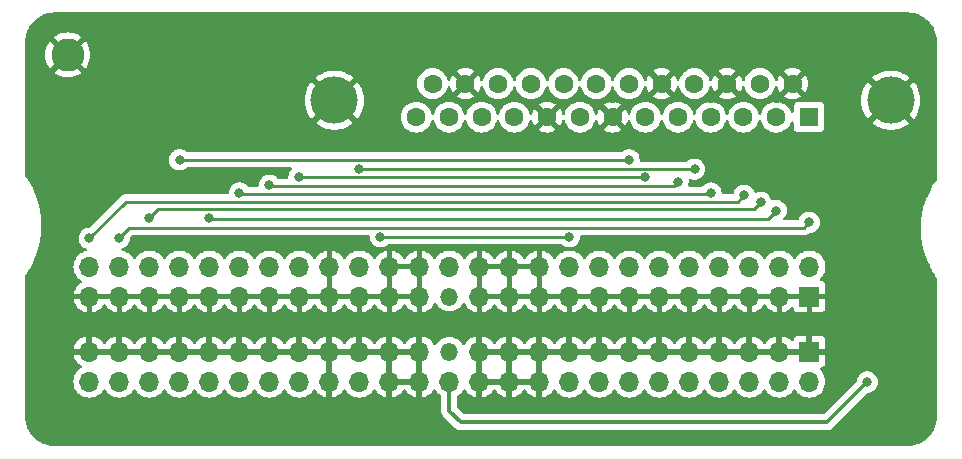
<source format=gbl>
G04 #@! TF.GenerationSoftware,KiCad,Pcbnew,(7.0.0-0)*
G04 #@! TF.CreationDate,2023-03-19T23:12:45+09:00*
G04 #@! TF.ProjectId,SCSIRIDER2TANDEM1,53435349-5249-4444-9552-3254414e4445,rev?*
G04 #@! TF.SameCoordinates,Original*
G04 #@! TF.FileFunction,Copper,L2,Bot*
G04 #@! TF.FilePolarity,Positive*
%FSLAX46Y46*%
G04 Gerber Fmt 4.6, Leading zero omitted, Abs format (unit mm)*
G04 Created by KiCad (PCBNEW (7.0.0-0)) date 2023-03-19 23:12:45*
%MOMM*%
%LPD*%
G01*
G04 APERTURE LIST*
G04 #@! TA.AperFunction,ComponentPad*
%ADD10O,1.700000X1.700000*%
G04 #@! TD*
G04 #@! TA.AperFunction,ComponentPad*
%ADD11O,1.500000X1.500000*%
G04 #@! TD*
G04 #@! TA.AperFunction,ComponentPad*
%ADD12R,1.700000X1.700000*%
G04 #@! TD*
G04 #@! TA.AperFunction,ComponentPad*
%ADD13C,4.000000*%
G04 #@! TD*
G04 #@! TA.AperFunction,ComponentPad*
%ADD14R,1.600000X1.600000*%
G04 #@! TD*
G04 #@! TA.AperFunction,ComponentPad*
%ADD15C,1.600000*%
G04 #@! TD*
G04 #@! TA.AperFunction,ComponentPad*
%ADD16C,2.800000*%
G04 #@! TD*
G04 #@! TA.AperFunction,ViaPad*
%ADD17C,0.800000*%
G04 #@! TD*
G04 #@! TA.AperFunction,ViaPad*
%ADD18C,0.600000*%
G04 #@! TD*
G04 #@! TA.AperFunction,Conductor*
%ADD19C,0.250000*%
G04 #@! TD*
G04 #@! TA.AperFunction,Conductor*
%ADD20C,0.350000*%
G04 #@! TD*
G04 APERTURE END LIST*
D10*
X109200002Y-133390002D03*
X109200002Y-130850002D03*
X111740002Y-133390002D03*
X111740002Y-130850002D03*
X114280002Y-133390002D03*
X114280002Y-130850002D03*
X116820002Y-133390002D03*
X116820002Y-130850002D03*
X119360002Y-133390002D03*
X119360002Y-130850002D03*
X121900002Y-133390002D03*
X121900002Y-130850002D03*
X124440002Y-133390002D03*
X124440002Y-130850002D03*
X126980002Y-133390002D03*
X126980002Y-130850002D03*
X129520002Y-133390002D03*
X129520002Y-130850002D03*
X132060002Y-133390002D03*
X132060002Y-130850002D03*
X134600002Y-133390002D03*
X134600002Y-130850002D03*
X137140002Y-133390002D03*
X137140002Y-130850002D03*
X139680002Y-133390002D03*
D11*
X139680002Y-130850002D03*
D10*
X142220002Y-133390002D03*
X142220002Y-130850002D03*
X144760002Y-133390002D03*
X144760002Y-130850002D03*
X147300002Y-133390002D03*
X147300002Y-130850002D03*
X149840002Y-133390002D03*
X149840002Y-130850002D03*
X152380002Y-133390002D03*
X152380002Y-130850002D03*
X154920002Y-133390002D03*
X154920002Y-130850002D03*
X157460002Y-133390002D03*
X157460002Y-130850002D03*
X160000002Y-133390002D03*
X160000002Y-130850002D03*
X162540002Y-133390002D03*
X162540002Y-130850002D03*
X165080002Y-133390002D03*
X165080002Y-130850002D03*
X167620002Y-133390002D03*
X167620002Y-130850002D03*
X170160002Y-133390002D03*
D12*
X170160002Y-130850002D03*
D13*
X177050000Y-109580000D03*
X129950000Y-109580000D03*
D14*
X170119999Y-110999999D03*
D15*
X167350000Y-111000000D03*
X164580000Y-111000000D03*
X161810000Y-111000000D03*
X159040000Y-111000000D03*
X156270000Y-111000000D03*
X153500000Y-111000000D03*
X150730000Y-111000000D03*
X147960000Y-111000000D03*
X145190000Y-111000000D03*
X142420000Y-111000000D03*
X139650000Y-111000000D03*
X136880000Y-111000000D03*
X168735000Y-108160000D03*
X165965000Y-108160000D03*
X163195000Y-108160000D03*
X160425000Y-108160000D03*
X157655000Y-108160000D03*
X154885000Y-108160000D03*
X152115000Y-108160000D03*
X149345000Y-108160000D03*
X146575000Y-108160000D03*
X143805000Y-108160000D03*
X141035000Y-108160000D03*
X138265000Y-108160000D03*
D16*
X107370003Y-105730003D03*
D12*
X170170002Y-126190002D03*
D10*
X170170002Y-123650002D03*
X167630002Y-126190002D03*
X167630002Y-123650002D03*
X165090002Y-126190002D03*
X165090002Y-123650002D03*
X162550002Y-126190002D03*
X162550002Y-123650002D03*
X160010002Y-126190002D03*
X160010002Y-123650002D03*
X157470002Y-126190002D03*
X157470002Y-123650002D03*
X154930002Y-126190002D03*
X154930002Y-123650002D03*
X152390002Y-126190002D03*
X152390002Y-123650002D03*
X149850002Y-126190002D03*
X149850002Y-123650002D03*
X147310002Y-126190002D03*
X147310002Y-123650002D03*
X144770002Y-126190002D03*
X144770002Y-123650002D03*
X142230002Y-126190002D03*
X142230002Y-123650002D03*
D11*
X139690002Y-126190002D03*
D10*
X139690002Y-123650002D03*
X137150002Y-126190002D03*
X137150002Y-123650002D03*
X134610002Y-126190002D03*
X134610002Y-123650002D03*
X132070002Y-126190002D03*
X132070002Y-123650002D03*
X129530002Y-126190002D03*
X129530002Y-123650002D03*
X126990002Y-126190002D03*
X126990002Y-123650002D03*
X124450002Y-126190002D03*
X124450002Y-123650002D03*
X121910002Y-126190002D03*
X121910002Y-123650002D03*
X119370002Y-126190002D03*
X119370002Y-123650002D03*
X116830002Y-126190002D03*
X116830002Y-123650002D03*
X114290002Y-126190002D03*
X114290002Y-123650002D03*
X111750002Y-126190002D03*
X111750002Y-123650002D03*
X109210002Y-126190002D03*
X109210002Y-123650002D03*
D17*
X111740003Y-121210003D03*
X170140003Y-119910003D03*
X167340003Y-118910003D03*
X119370003Y-119560003D03*
X161830003Y-117435503D03*
X121910003Y-117435503D03*
X164640003Y-117610003D03*
X109210003Y-121260003D03*
X159040003Y-116460003D03*
X124450003Y-116785503D03*
X126948941Y-116110503D03*
X156265003Y-116110503D03*
D18*
X114455003Y-128310003D03*
X115725003Y-121960003D03*
X142395003Y-128310003D03*
X120170003Y-116880003D03*
X161790003Y-109530003D03*
X151920003Y-128310003D03*
X118265003Y-121960003D03*
X122710003Y-137200003D03*
X148745003Y-121960003D03*
X127155003Y-128310003D03*
X113185003Y-121960003D03*
X105580003Y-133850003D03*
X107790003Y-110070003D03*
X159540003Y-128310003D03*
X108810003Y-137020003D03*
X134140003Y-105450003D03*
X167380003Y-109540003D03*
X172240003Y-115610003D03*
X140998003Y-135422003D03*
X125885003Y-121960003D03*
X141125003Y-121960003D03*
X138490003Y-129160003D03*
X146078003Y-135422003D03*
X128425003Y-121960003D03*
X145570003Y-128310003D03*
X141760003Y-105450003D03*
X163200003Y-110160003D03*
X153530003Y-109510003D03*
X150720003Y-109480003D03*
X116995003Y-128310003D03*
X169700003Y-128310003D03*
X122075003Y-128310003D03*
X161318003Y-137962003D03*
X143665003Y-121960003D03*
X130965003Y-121960003D03*
X168700003Y-112850003D03*
X141040003Y-110150003D03*
X136850003Y-109500003D03*
X157000003Y-105450003D03*
X125250003Y-115610003D03*
X132870003Y-113070003D03*
X151158003Y-137962003D03*
X156238003Y-135422003D03*
X115090003Y-116880003D03*
X164620003Y-105450003D03*
X129060003Y-128310003D03*
X161318003Y-135422003D03*
X134775003Y-121960003D03*
X136680003Y-121960003D03*
X172240003Y-105450003D03*
X132870003Y-128310003D03*
X151285003Y-121960003D03*
X172875003Y-129580003D03*
X119535003Y-128310003D03*
X157000003Y-128310003D03*
X169700003Y-121960003D03*
X120805003Y-121960003D03*
X154460003Y-128310003D03*
X109375003Y-128310003D03*
X172240003Y-126405003D03*
X162080003Y-128310003D03*
X157650003Y-110130003D03*
X107470003Y-121960003D03*
X136680003Y-137200003D03*
X112100003Y-106320003D03*
X164620003Y-128310003D03*
X123345003Y-121960003D03*
X166398003Y-135422003D03*
X136680003Y-113070003D03*
X151920003Y-112435003D03*
X111915003Y-128310003D03*
X153825003Y-113705003D03*
X179810003Y-134900003D03*
X149380003Y-128310003D03*
X177280003Y-137290003D03*
X179606003Y-124754003D03*
X151158003Y-135422003D03*
X149380003Y-105450003D03*
X126520003Y-105450003D03*
X146205003Y-121960003D03*
X167160003Y-128310003D03*
X124615003Y-128310003D03*
D17*
X149840003Y-121120003D03*
X133840003Y-121110003D03*
X154890003Y-114610003D03*
X116840003Y-114610003D03*
X132070003Y-115386003D03*
X160440003Y-115410003D03*
X114290003Y-119560003D03*
X166040003Y-118210003D03*
X175062003Y-133418003D03*
D19*
X112590003Y-120360003D02*
X111740003Y-121210003D01*
X169690003Y-120360003D02*
X112590003Y-120360003D01*
X170140003Y-119910003D02*
X169690003Y-120360003D01*
X119420003Y-119610003D02*
X166640003Y-119610003D01*
X166640003Y-119610003D02*
X167340003Y-118910003D01*
X119370003Y-119560003D02*
X119420003Y-119610003D01*
X161755503Y-117510003D02*
X121984503Y-117510003D01*
X161830003Y-117435503D02*
X161755503Y-117510003D01*
X164640003Y-117610003D02*
X164090003Y-118160003D01*
X112310003Y-118160003D02*
X109210003Y-121260003D01*
X164090003Y-118160003D02*
X112310003Y-118160003D01*
X124499503Y-116835003D02*
X158665003Y-116835003D01*
X158665003Y-116835003D02*
X159040003Y-116460003D01*
X156265003Y-116110503D02*
X126948941Y-116110503D01*
X133840003Y-121110003D02*
X133850003Y-121120003D01*
X133850003Y-121120003D02*
X149840003Y-121120003D01*
X154890003Y-114610003D02*
X116840003Y-114610003D01*
X160416003Y-115386003D02*
X132070003Y-115386003D01*
X160440003Y-115410003D02*
X160416003Y-115386003D01*
X166040003Y-118210003D02*
X165440003Y-118810003D01*
X115040003Y-118810003D02*
X114290003Y-119560003D01*
X165440003Y-118810003D02*
X115040003Y-118810003D01*
D20*
X140660003Y-136840003D02*
X171640003Y-136840003D01*
X139680003Y-135860003D02*
X140660003Y-136840003D01*
X139680003Y-133390003D02*
X139680003Y-135860003D01*
X171640003Y-136840003D02*
X175062003Y-133418003D01*
G04 #@! TA.AperFunction,Conductor*
G36*
X178453739Y-102136780D02*
G01*
X178747412Y-102154544D01*
X178762274Y-102156348D01*
X179047978Y-102208707D01*
X179062504Y-102212288D01*
X179339814Y-102298702D01*
X179353801Y-102304007D01*
X179618675Y-102423219D01*
X179631921Y-102430171D01*
X179833912Y-102552282D01*
X179880488Y-102580439D01*
X179892811Y-102588945D01*
X180007130Y-102678510D01*
X180112816Y-102761311D01*
X180121450Y-102768075D01*
X180132658Y-102778005D01*
X180338030Y-102983382D01*
X180347960Y-102994590D01*
X180527088Y-103223236D01*
X180535593Y-103235557D01*
X180685860Y-103484138D01*
X180692811Y-103497385D01*
X180812008Y-103762242D01*
X180817318Y-103776243D01*
X180903724Y-104053548D01*
X180907307Y-104068086D01*
X180959657Y-104353777D01*
X180961462Y-104368643D01*
X180979277Y-104663259D01*
X180979503Y-104670743D01*
X180979503Y-116216044D01*
X180973365Y-116254574D01*
X180955558Y-116289290D01*
X180835936Y-116452694D01*
X180835927Y-116452706D01*
X180834657Y-116454442D01*
X180833519Y-116456247D01*
X180833507Y-116456267D01*
X180570843Y-116873450D01*
X180570831Y-116873470D01*
X180569688Y-116875286D01*
X180568667Y-116877191D01*
X180568659Y-116877206D01*
X180335918Y-117311752D01*
X180335905Y-117311776D01*
X180334887Y-117313679D01*
X180333997Y-117315663D01*
X180333992Y-117315674D01*
X180171622Y-117677787D01*
X180131413Y-117767459D01*
X180130667Y-117769493D01*
X180130663Y-117769504D01*
X179970569Y-118206285D01*
X179960266Y-118234393D01*
X179959665Y-118236470D01*
X179959661Y-118236486D01*
X179889599Y-118479101D01*
X179822290Y-118712181D01*
X179821839Y-118714285D01*
X179821836Y-118714299D01*
X179718619Y-119196343D01*
X179718164Y-119198470D01*
X179717859Y-119200620D01*
X179717858Y-119200628D01*
X179648705Y-119688721D01*
X179648703Y-119688738D01*
X179648402Y-119690864D01*
X179648251Y-119692992D01*
X179648249Y-119693017D01*
X179619176Y-120104438D01*
X179613346Y-120186939D01*
X179613345Y-120189096D01*
X179613345Y-120189103D01*
X179613171Y-120682084D01*
X179613171Y-120682105D01*
X179613171Y-120684250D01*
X179613320Y-120686383D01*
X179613321Y-120686405D01*
X179644105Y-121126463D01*
X179647875Y-121180350D01*
X179648175Y-121182479D01*
X179648177Y-121182497D01*
X179714389Y-121652219D01*
X179717289Y-121672793D01*
X179717740Y-121674909D01*
X179717743Y-121674923D01*
X179812960Y-122121147D01*
X179821070Y-122159155D01*
X179821672Y-122161246D01*
X179821673Y-122161249D01*
X179952568Y-122615722D01*
X179958708Y-122637041D01*
X179959450Y-122639070D01*
X179959454Y-122639082D01*
X180092880Y-123003900D01*
X180129525Y-123104096D01*
X180130406Y-123106066D01*
X180130414Y-123106084D01*
X180331788Y-123556034D01*
X180331796Y-123556050D01*
X180332678Y-123558021D01*
X180384744Y-123655398D01*
X180524259Y-123916329D01*
X180567168Y-123996579D01*
X180568315Y-123998404D01*
X180568317Y-123998407D01*
X180817798Y-124395272D01*
X180831840Y-124417610D01*
X180833120Y-124419361D01*
X180833124Y-124419367D01*
X180952648Y-124582882D01*
X180970422Y-124617584D01*
X180976541Y-124656090D01*
X180973452Y-136310229D01*
X180973226Y-136317685D01*
X180955456Y-136611359D01*
X180953650Y-136626224D01*
X180901289Y-136911921D01*
X180897706Y-136926459D01*
X180811293Y-137203758D01*
X180805983Y-137217758D01*
X180686776Y-137482617D01*
X180679818Y-137495875D01*
X180529556Y-137744436D01*
X180521050Y-137756759D01*
X180341918Y-137985403D01*
X180331988Y-137996611D01*
X180126612Y-138201987D01*
X180115405Y-138211916D01*
X179886764Y-138391047D01*
X179874441Y-138399553D01*
X179625879Y-138549816D01*
X179612620Y-138556775D01*
X179347761Y-138675982D01*
X179333761Y-138681292D01*
X179056461Y-138767706D01*
X179041923Y-138771289D01*
X178756227Y-138823650D01*
X178741362Y-138825456D01*
X178447694Y-138843224D01*
X178440198Y-138843450D01*
X106279827Y-138839349D01*
X106272346Y-138839123D01*
X105980375Y-138821459D01*
X105965510Y-138819654D01*
X105681491Y-138767603D01*
X105666952Y-138764019D01*
X105391280Y-138678113D01*
X105377280Y-138672803D01*
X105113975Y-138554296D01*
X105100716Y-138547337D01*
X104853614Y-138397955D01*
X104841291Y-138389449D01*
X104613998Y-138211373D01*
X104602789Y-138201443D01*
X104398607Y-137997254D01*
X104388692Y-137986062D01*
X104210612Y-137758754D01*
X104202108Y-137746432D01*
X104052727Y-137499318D01*
X104045772Y-137486067D01*
X103927268Y-137222750D01*
X103921962Y-137208758D01*
X103836063Y-136933080D01*
X103832480Y-136918542D01*
X103801501Y-136749479D01*
X103780436Y-136634522D01*
X103778632Y-136619662D01*
X103768807Y-136457184D01*
X103760904Y-136326488D01*
X103760679Y-136319165D01*
X103757835Y-133390003D01*
X107844344Y-133390003D01*
X107864940Y-133625411D01*
X107866339Y-133630633D01*
X107866340Y-133630637D01*
X107924697Y-133848433D01*
X107924700Y-133848441D01*
X107926100Y-133853666D01*
X107928388Y-133858573D01*
X107928389Y-133858575D01*
X108023681Y-134062930D01*
X108023684Y-134062936D01*
X108025968Y-134067833D01*
X108029067Y-134072260D01*
X108029069Y-134072262D01*
X108158402Y-134256969D01*
X108158405Y-134256973D01*
X108161508Y-134261404D01*
X108328602Y-134428498D01*
X108522173Y-134564038D01*
X108527073Y-134566323D01*
X108527075Y-134566324D01*
X108581446Y-134591677D01*
X108736340Y-134663906D01*
X108964595Y-134725066D01*
X109200003Y-134745662D01*
X109435411Y-134725066D01*
X109663666Y-134663906D01*
X109877833Y-134564038D01*
X110071404Y-134428498D01*
X110238498Y-134261404D01*
X110368427Y-134075845D01*
X110412746Y-134036979D01*
X110470003Y-134022968D01*
X110527260Y-134036979D01*
X110571578Y-134075845D01*
X110698398Y-134256964D01*
X110698404Y-134256971D01*
X110701508Y-134261404D01*
X110868602Y-134428498D01*
X111062173Y-134564038D01*
X111067073Y-134566323D01*
X111067075Y-134566324D01*
X111121446Y-134591677D01*
X111276340Y-134663906D01*
X111504595Y-134725066D01*
X111740003Y-134745662D01*
X111975411Y-134725066D01*
X112203666Y-134663906D01*
X112417833Y-134564038D01*
X112611404Y-134428498D01*
X112778498Y-134261404D01*
X112908427Y-134075845D01*
X112952746Y-134036979D01*
X113010003Y-134022968D01*
X113067260Y-134036979D01*
X113111578Y-134075845D01*
X113238398Y-134256964D01*
X113238404Y-134256971D01*
X113241508Y-134261404D01*
X113408602Y-134428498D01*
X113602173Y-134564038D01*
X113607073Y-134566323D01*
X113607075Y-134566324D01*
X113661446Y-134591677D01*
X113816340Y-134663906D01*
X114044595Y-134725066D01*
X114280003Y-134745662D01*
X114515411Y-134725066D01*
X114743666Y-134663906D01*
X114957833Y-134564038D01*
X115151404Y-134428498D01*
X115318498Y-134261404D01*
X115448427Y-134075845D01*
X115492746Y-134036979D01*
X115550003Y-134022968D01*
X115607260Y-134036979D01*
X115651578Y-134075845D01*
X115778398Y-134256964D01*
X115778404Y-134256971D01*
X115781508Y-134261404D01*
X115948602Y-134428498D01*
X116142173Y-134564038D01*
X116147073Y-134566323D01*
X116147075Y-134566324D01*
X116201446Y-134591677D01*
X116356340Y-134663906D01*
X116584595Y-134725066D01*
X116820003Y-134745662D01*
X117055411Y-134725066D01*
X117283666Y-134663906D01*
X117497833Y-134564038D01*
X117691404Y-134428498D01*
X117858498Y-134261404D01*
X117988427Y-134075845D01*
X118032746Y-134036979D01*
X118090003Y-134022968D01*
X118147260Y-134036979D01*
X118191578Y-134075845D01*
X118318398Y-134256964D01*
X118318404Y-134256971D01*
X118321508Y-134261404D01*
X118488602Y-134428498D01*
X118682173Y-134564038D01*
X118687073Y-134566323D01*
X118687075Y-134566324D01*
X118741446Y-134591677D01*
X118896340Y-134663906D01*
X119124595Y-134725066D01*
X119360003Y-134745662D01*
X119595411Y-134725066D01*
X119823666Y-134663906D01*
X120037833Y-134564038D01*
X120231404Y-134428498D01*
X120398498Y-134261404D01*
X120528427Y-134075845D01*
X120572746Y-134036979D01*
X120630003Y-134022968D01*
X120687260Y-134036979D01*
X120731578Y-134075845D01*
X120858398Y-134256964D01*
X120858404Y-134256971D01*
X120861508Y-134261404D01*
X121028602Y-134428498D01*
X121222173Y-134564038D01*
X121227073Y-134566323D01*
X121227075Y-134566324D01*
X121281446Y-134591677D01*
X121436340Y-134663906D01*
X121664595Y-134725066D01*
X121900003Y-134745662D01*
X122135411Y-134725066D01*
X122363666Y-134663906D01*
X122577833Y-134564038D01*
X122771404Y-134428498D01*
X122938498Y-134261404D01*
X123068427Y-134075845D01*
X123112746Y-134036979D01*
X123170003Y-134022968D01*
X123227260Y-134036979D01*
X123271578Y-134075845D01*
X123398398Y-134256964D01*
X123398404Y-134256971D01*
X123401508Y-134261404D01*
X123568602Y-134428498D01*
X123762173Y-134564038D01*
X123767073Y-134566323D01*
X123767075Y-134566324D01*
X123821446Y-134591677D01*
X123976340Y-134663906D01*
X124204595Y-134725066D01*
X124440003Y-134745662D01*
X124675411Y-134725066D01*
X124903666Y-134663906D01*
X125117833Y-134564038D01*
X125311404Y-134428498D01*
X125478498Y-134261404D01*
X125608427Y-134075845D01*
X125652746Y-134036979D01*
X125710003Y-134022968D01*
X125767260Y-134036979D01*
X125811578Y-134075845D01*
X125938398Y-134256964D01*
X125938404Y-134256971D01*
X125941508Y-134261404D01*
X126108602Y-134428498D01*
X126302173Y-134564038D01*
X126307073Y-134566323D01*
X126307075Y-134566324D01*
X126361446Y-134591677D01*
X126516340Y-134663906D01*
X126744595Y-134725066D01*
X126980003Y-134745662D01*
X127215411Y-134725066D01*
X127443666Y-134663906D01*
X127657833Y-134564038D01*
X127851404Y-134428498D01*
X128018498Y-134261404D01*
X128148733Y-134075408D01*
X128193051Y-134036543D01*
X128250308Y-134022532D01*
X128307565Y-134036543D01*
X128351883Y-134075408D01*
X128478787Y-134256646D01*
X128485724Y-134264912D01*
X128645093Y-134424281D01*
X128653359Y-134431218D01*
X128837994Y-134560501D01*
X128847326Y-134565889D01*
X129051605Y-134661146D01*
X129061739Y-134664834D01*
X129256222Y-134716946D01*
X129267451Y-134717314D01*
X129270003Y-134706372D01*
X129770003Y-134706372D01*
X129772554Y-134717314D01*
X129783783Y-134716946D01*
X129978266Y-134664834D01*
X129988400Y-134661146D01*
X130192679Y-134565889D01*
X130202011Y-134560501D01*
X130386646Y-134431218D01*
X130394912Y-134424281D01*
X130554281Y-134264912D01*
X130561222Y-134256641D01*
X130688122Y-134075409D01*
X130732440Y-134036543D01*
X130789697Y-134022532D01*
X130846954Y-134036543D01*
X130891272Y-134075408D01*
X131018402Y-134256969D01*
X131018405Y-134256973D01*
X131021508Y-134261404D01*
X131188602Y-134428498D01*
X131382173Y-134564038D01*
X131387073Y-134566323D01*
X131387075Y-134566324D01*
X131441446Y-134591677D01*
X131596340Y-134663906D01*
X131824595Y-134725066D01*
X132060003Y-134745662D01*
X132295411Y-134725066D01*
X132523666Y-134663906D01*
X132737833Y-134564038D01*
X132931404Y-134428498D01*
X133098498Y-134261404D01*
X133228733Y-134075408D01*
X133273051Y-134036543D01*
X133330308Y-134022532D01*
X133387565Y-134036543D01*
X133431883Y-134075408D01*
X133558787Y-134256646D01*
X133565724Y-134264912D01*
X133725093Y-134424281D01*
X133733359Y-134431218D01*
X133917994Y-134560501D01*
X133927326Y-134565889D01*
X134131605Y-134661146D01*
X134141739Y-134664834D01*
X134336222Y-134716946D01*
X134347451Y-134717314D01*
X134350003Y-134706372D01*
X134850003Y-134706372D01*
X134852554Y-134717314D01*
X134863783Y-134716946D01*
X135058266Y-134664834D01*
X135068400Y-134661146D01*
X135272679Y-134565889D01*
X135282011Y-134560501D01*
X135466646Y-134431218D01*
X135474912Y-134424281D01*
X135634281Y-134264912D01*
X135641218Y-134256646D01*
X135768428Y-134074972D01*
X135812746Y-134036107D01*
X135870003Y-134022096D01*
X135927260Y-134036107D01*
X135971578Y-134074972D01*
X136098787Y-134256646D01*
X136105724Y-134264912D01*
X136265093Y-134424281D01*
X136273359Y-134431218D01*
X136457994Y-134560501D01*
X136467326Y-134565889D01*
X136671605Y-134661146D01*
X136681739Y-134664834D01*
X136876222Y-134716946D01*
X136887451Y-134717314D01*
X136890003Y-134706372D01*
X137390003Y-134706372D01*
X137392554Y-134717314D01*
X137403783Y-134716946D01*
X137598266Y-134664834D01*
X137608400Y-134661146D01*
X137812679Y-134565889D01*
X137822011Y-134560501D01*
X138006646Y-134431218D01*
X138014912Y-134424281D01*
X138174281Y-134264912D01*
X138181222Y-134256641D01*
X138308122Y-134075409D01*
X138352440Y-134036543D01*
X138409697Y-134022532D01*
X138466954Y-134036543D01*
X138511272Y-134075408D01*
X138638402Y-134256969D01*
X138638405Y-134256973D01*
X138641508Y-134261404D01*
X138808602Y-134428498D01*
X138813035Y-134431602D01*
X138813041Y-134431607D01*
X138951626Y-134528645D01*
X138990492Y-134572963D01*
X139004503Y-134630220D01*
X139004503Y-135835852D01*
X139004277Y-135843338D01*
X139001236Y-135893600D01*
X139001236Y-135893607D01*
X139000784Y-135901088D01*
X139002135Y-135908464D01*
X139002136Y-135908470D01*
X139011210Y-135957989D01*
X139012337Y-135965389D01*
X139019315Y-136022848D01*
X139021973Y-136029857D01*
X139021975Y-136029865D01*
X139022640Y-136031618D01*
X139028663Y-136053223D01*
X139028999Y-136055061D01*
X139029001Y-136055070D01*
X139030353Y-136062442D01*
X139054104Y-136115218D01*
X139056963Y-136122120D01*
X139074824Y-136169216D01*
X139074828Y-136169224D01*
X139077485Y-136176229D01*
X139081744Y-136182399D01*
X139082809Y-136183943D01*
X139093825Y-136203474D01*
X139094597Y-136205190D01*
X139094600Y-136205195D01*
X139097677Y-136212031D01*
X139102302Y-136217934D01*
X139133363Y-136257580D01*
X139137803Y-136263614D01*
X139170671Y-136311232D01*
X139213974Y-136349595D01*
X139219428Y-136354729D01*
X140165283Y-137300585D01*
X140170409Y-137306030D01*
X140208774Y-137349335D01*
X140214943Y-137353593D01*
X140214944Y-137353594D01*
X140256383Y-137382197D01*
X140262416Y-137386636D01*
X140307975Y-137422329D01*
X140316524Y-137426176D01*
X140336063Y-137437197D01*
X140337597Y-137438256D01*
X140337600Y-137438257D01*
X140343777Y-137442521D01*
X140350792Y-137445181D01*
X140350795Y-137445183D01*
X140397885Y-137463042D01*
X140404789Y-137465901D01*
X140457564Y-137489653D01*
X140466774Y-137491340D01*
X140488390Y-137497365D01*
X140497158Y-137500691D01*
X140554620Y-137507668D01*
X140561980Y-137508787D01*
X140618918Y-137519222D01*
X140676667Y-137515729D01*
X140684154Y-137515503D01*
X171615852Y-137515503D01*
X171623338Y-137515729D01*
X171681088Y-137519222D01*
X171738009Y-137508790D01*
X171745376Y-137507669D01*
X171802848Y-137500691D01*
X171811606Y-137497369D01*
X171833228Y-137491341D01*
X171842442Y-137489653D01*
X171895211Y-137465903D01*
X171902125Y-137463039D01*
X171956229Y-137442521D01*
X171963936Y-137437200D01*
X171983496Y-137426169D01*
X171992031Y-137422329D01*
X172037612Y-137386616D01*
X172043589Y-137382218D01*
X172091232Y-137349335D01*
X172129612Y-137306011D01*
X172134721Y-137300585D01*
X175081840Y-134353466D01*
X175116135Y-134329229D01*
X175154167Y-134318503D01*
X175156649Y-134318503D01*
X175341806Y-134279147D01*
X175514733Y-134202154D01*
X175667874Y-134090891D01*
X175794536Y-133950219D01*
X175889182Y-133786287D01*
X175947677Y-133606259D01*
X175967463Y-133418003D01*
X175947677Y-133229747D01*
X175889182Y-133049719D01*
X175794536Y-132885787D01*
X175667874Y-132745115D01*
X175662616Y-132741295D01*
X175662614Y-132741293D01*
X175519991Y-132637672D01*
X175519990Y-132637671D01*
X175514733Y-132633852D01*
X175508795Y-132631208D01*
X175347748Y-132559504D01*
X175347743Y-132559502D01*
X175341806Y-132556859D01*
X175335447Y-132555507D01*
X175335443Y-132555506D01*
X175163011Y-132518855D01*
X175163008Y-132518854D01*
X175156649Y-132517503D01*
X174967357Y-132517503D01*
X174960998Y-132518854D01*
X174960994Y-132518855D01*
X174788562Y-132555506D01*
X174788555Y-132555508D01*
X174782200Y-132556859D01*
X174776265Y-132559501D01*
X174776257Y-132559504D01*
X174615210Y-132631208D01*
X174615205Y-132631210D01*
X174609273Y-132633852D01*
X174604019Y-132637668D01*
X174604014Y-132637672D01*
X174461391Y-132741293D01*
X174461384Y-132741298D01*
X174456132Y-132745115D01*
X174451787Y-132749940D01*
X174451782Y-132749945D01*
X174333816Y-132880959D01*
X174333811Y-132880965D01*
X174329470Y-132885787D01*
X174326225Y-132891407D01*
X174326221Y-132891413D01*
X174238072Y-133044092D01*
X174238069Y-133044097D01*
X174234824Y-133049719D01*
X174232818Y-133055891D01*
X174232816Y-133055897D01*
X174198996Y-133159985D01*
X174176329Y-133229747D01*
X174175650Y-133236199D01*
X174175649Y-133236208D01*
X174166985Y-133318640D01*
X174155584Y-133359061D01*
X174131345Y-133393358D01*
X171396521Y-136128184D01*
X171356293Y-136155064D01*
X171308840Y-136164503D01*
X140991167Y-136164503D01*
X140943714Y-136155064D01*
X140903486Y-136128184D01*
X140391822Y-135616521D01*
X140364942Y-135576293D01*
X140355503Y-135528840D01*
X140355503Y-134630220D01*
X140369514Y-134572963D01*
X140408380Y-134528645D01*
X140546964Y-134431607D01*
X140546964Y-134431606D01*
X140551404Y-134428498D01*
X140718498Y-134261404D01*
X140848733Y-134075408D01*
X140893051Y-134036543D01*
X140950308Y-134022532D01*
X141007565Y-134036543D01*
X141051883Y-134075408D01*
X141178787Y-134256646D01*
X141185724Y-134264912D01*
X141345093Y-134424281D01*
X141353359Y-134431218D01*
X141537994Y-134560501D01*
X141547326Y-134565889D01*
X141751605Y-134661146D01*
X141761739Y-134664834D01*
X141956222Y-134716946D01*
X141967451Y-134717314D01*
X141970003Y-134706372D01*
X142470003Y-134706372D01*
X142472554Y-134717314D01*
X142483783Y-134716946D01*
X142678266Y-134664834D01*
X142688400Y-134661146D01*
X142892679Y-134565889D01*
X142902011Y-134560501D01*
X143086646Y-134431218D01*
X143094912Y-134424281D01*
X143254281Y-134264912D01*
X143261218Y-134256646D01*
X143388428Y-134074972D01*
X143432746Y-134036107D01*
X143490003Y-134022096D01*
X143547260Y-134036107D01*
X143591578Y-134074972D01*
X143718787Y-134256646D01*
X143725724Y-134264912D01*
X143885093Y-134424281D01*
X143893359Y-134431218D01*
X144077994Y-134560501D01*
X144087326Y-134565889D01*
X144291605Y-134661146D01*
X144301739Y-134664834D01*
X144496222Y-134716946D01*
X144507451Y-134717314D01*
X144510003Y-134706372D01*
X145010003Y-134706372D01*
X145012554Y-134717314D01*
X145023783Y-134716946D01*
X145218266Y-134664834D01*
X145228400Y-134661146D01*
X145432679Y-134565889D01*
X145442011Y-134560501D01*
X145626646Y-134431218D01*
X145634912Y-134424281D01*
X145794281Y-134264912D01*
X145801218Y-134256646D01*
X145928428Y-134074972D01*
X145972746Y-134036107D01*
X146030003Y-134022096D01*
X146087260Y-134036107D01*
X146131578Y-134074972D01*
X146258787Y-134256646D01*
X146265724Y-134264912D01*
X146425093Y-134424281D01*
X146433359Y-134431218D01*
X146617994Y-134560501D01*
X146627326Y-134565889D01*
X146831605Y-134661146D01*
X146841739Y-134664834D01*
X147036222Y-134716946D01*
X147047451Y-134717314D01*
X147050003Y-134706372D01*
X147550003Y-134706372D01*
X147552554Y-134717314D01*
X147563783Y-134716946D01*
X147758266Y-134664834D01*
X147768400Y-134661146D01*
X147972679Y-134565889D01*
X147982011Y-134560501D01*
X148166646Y-134431218D01*
X148174912Y-134424281D01*
X148334281Y-134264912D01*
X148341222Y-134256641D01*
X148468122Y-134075409D01*
X148512440Y-134036543D01*
X148569697Y-134022532D01*
X148626954Y-134036543D01*
X148671272Y-134075408D01*
X148798402Y-134256969D01*
X148798405Y-134256973D01*
X148801508Y-134261404D01*
X148968602Y-134428498D01*
X149162173Y-134564038D01*
X149167073Y-134566323D01*
X149167075Y-134566324D01*
X149221446Y-134591677D01*
X149376340Y-134663906D01*
X149604595Y-134725066D01*
X149840003Y-134745662D01*
X150075411Y-134725066D01*
X150303666Y-134663906D01*
X150517833Y-134564038D01*
X150711404Y-134428498D01*
X150878498Y-134261404D01*
X151008427Y-134075845D01*
X151052746Y-134036979D01*
X151110003Y-134022968D01*
X151167260Y-134036979D01*
X151211578Y-134075845D01*
X151338398Y-134256964D01*
X151338404Y-134256971D01*
X151341508Y-134261404D01*
X151508602Y-134428498D01*
X151702173Y-134564038D01*
X151707073Y-134566323D01*
X151707075Y-134566324D01*
X151761446Y-134591677D01*
X151916340Y-134663906D01*
X152144595Y-134725066D01*
X152380003Y-134745662D01*
X152615411Y-134725066D01*
X152843666Y-134663906D01*
X153057833Y-134564038D01*
X153251404Y-134428498D01*
X153418498Y-134261404D01*
X153548427Y-134075845D01*
X153592746Y-134036979D01*
X153650003Y-134022968D01*
X153707260Y-134036979D01*
X153751578Y-134075845D01*
X153878398Y-134256964D01*
X153878404Y-134256971D01*
X153881508Y-134261404D01*
X154048602Y-134428498D01*
X154242173Y-134564038D01*
X154247073Y-134566323D01*
X154247075Y-134566324D01*
X154301446Y-134591677D01*
X154456340Y-134663906D01*
X154684595Y-134725066D01*
X154920003Y-134745662D01*
X155155411Y-134725066D01*
X155383666Y-134663906D01*
X155597833Y-134564038D01*
X155791404Y-134428498D01*
X155958498Y-134261404D01*
X156088427Y-134075845D01*
X156132746Y-134036979D01*
X156190003Y-134022968D01*
X156247260Y-134036979D01*
X156291578Y-134075845D01*
X156418398Y-134256964D01*
X156418404Y-134256971D01*
X156421508Y-134261404D01*
X156588602Y-134428498D01*
X156782173Y-134564038D01*
X156787073Y-134566323D01*
X156787075Y-134566324D01*
X156841446Y-134591677D01*
X156996340Y-134663906D01*
X157224595Y-134725066D01*
X157460003Y-134745662D01*
X157695411Y-134725066D01*
X157923666Y-134663906D01*
X158137833Y-134564038D01*
X158331404Y-134428498D01*
X158498498Y-134261404D01*
X158628427Y-134075845D01*
X158672746Y-134036979D01*
X158730003Y-134022968D01*
X158787260Y-134036979D01*
X158831578Y-134075845D01*
X158958398Y-134256964D01*
X158958404Y-134256971D01*
X158961508Y-134261404D01*
X159128602Y-134428498D01*
X159322173Y-134564038D01*
X159327073Y-134566323D01*
X159327075Y-134566324D01*
X159381446Y-134591677D01*
X159536340Y-134663906D01*
X159764595Y-134725066D01*
X160000003Y-134745662D01*
X160235411Y-134725066D01*
X160463666Y-134663906D01*
X160677833Y-134564038D01*
X160871404Y-134428498D01*
X161038498Y-134261404D01*
X161168427Y-134075845D01*
X161212746Y-134036979D01*
X161270003Y-134022968D01*
X161327260Y-134036979D01*
X161371578Y-134075845D01*
X161498398Y-134256964D01*
X161498404Y-134256971D01*
X161501508Y-134261404D01*
X161668602Y-134428498D01*
X161862173Y-134564038D01*
X161867073Y-134566323D01*
X161867075Y-134566324D01*
X161921446Y-134591677D01*
X162076340Y-134663906D01*
X162304595Y-134725066D01*
X162540003Y-134745662D01*
X162775411Y-134725066D01*
X163003666Y-134663906D01*
X163217833Y-134564038D01*
X163411404Y-134428498D01*
X163578498Y-134261404D01*
X163708427Y-134075845D01*
X163752746Y-134036979D01*
X163810003Y-134022968D01*
X163867260Y-134036979D01*
X163911578Y-134075845D01*
X164038398Y-134256964D01*
X164038404Y-134256971D01*
X164041508Y-134261404D01*
X164208602Y-134428498D01*
X164402173Y-134564038D01*
X164407073Y-134566323D01*
X164407075Y-134566324D01*
X164461446Y-134591677D01*
X164616340Y-134663906D01*
X164844595Y-134725066D01*
X165080003Y-134745662D01*
X165315411Y-134725066D01*
X165543666Y-134663906D01*
X165757833Y-134564038D01*
X165951404Y-134428498D01*
X166118498Y-134261404D01*
X166248427Y-134075845D01*
X166292746Y-134036979D01*
X166350003Y-134022968D01*
X166407260Y-134036979D01*
X166451578Y-134075845D01*
X166578398Y-134256964D01*
X166578404Y-134256971D01*
X166581508Y-134261404D01*
X166748602Y-134428498D01*
X166942173Y-134564038D01*
X166947073Y-134566323D01*
X166947075Y-134566324D01*
X167001446Y-134591677D01*
X167156340Y-134663906D01*
X167384595Y-134725066D01*
X167620003Y-134745662D01*
X167855411Y-134725066D01*
X168083666Y-134663906D01*
X168297833Y-134564038D01*
X168491404Y-134428498D01*
X168658498Y-134261404D01*
X168788427Y-134075845D01*
X168832746Y-134036979D01*
X168890003Y-134022968D01*
X168947260Y-134036979D01*
X168991578Y-134075845D01*
X169118398Y-134256964D01*
X169118404Y-134256971D01*
X169121508Y-134261404D01*
X169288602Y-134428498D01*
X169482173Y-134564038D01*
X169487073Y-134566323D01*
X169487075Y-134566324D01*
X169541446Y-134591677D01*
X169696340Y-134663906D01*
X169924595Y-134725066D01*
X170160003Y-134745662D01*
X170395411Y-134725066D01*
X170623666Y-134663906D01*
X170837833Y-134564038D01*
X171031404Y-134428498D01*
X171198498Y-134261404D01*
X171334038Y-134067833D01*
X171433906Y-133853666D01*
X171495066Y-133625411D01*
X171515662Y-133390003D01*
X171495066Y-133154595D01*
X171433906Y-132926340D01*
X171334038Y-132712174D01*
X171198498Y-132518602D01*
X171076184Y-132396288D01*
X171044888Y-132343542D01*
X171042699Y-132282249D01*
X171070152Y-132227404D01*
X171120532Y-132192425D01*
X171243780Y-132146455D01*
X171259192Y-132138040D01*
X171360095Y-132062504D01*
X171372504Y-132050095D01*
X171448040Y-131949192D01*
X171456455Y-131933780D01*
X171500891Y-131814644D01*
X171504429Y-131799670D01*
X171509649Y-131751117D01*
X171510003Y-131744521D01*
X171510003Y-131116329D01*
X171506552Y-131103453D01*
X171493677Y-131100003D01*
X147566329Y-131100003D01*
X147553453Y-131103453D01*
X147550003Y-131116329D01*
X147550003Y-134706372D01*
X147050003Y-134706372D01*
X147050003Y-133656329D01*
X147046552Y-133643453D01*
X147033677Y-133640003D01*
X145026329Y-133640003D01*
X145013453Y-133643453D01*
X145010003Y-133656329D01*
X145010003Y-134706372D01*
X144510003Y-134706372D01*
X144510003Y-133656329D01*
X144506552Y-133643453D01*
X144493677Y-133640003D01*
X142486329Y-133640003D01*
X142473453Y-133643453D01*
X142470003Y-133656329D01*
X142470003Y-134706372D01*
X141970003Y-134706372D01*
X141970003Y-133123677D01*
X142470003Y-133123677D01*
X142473453Y-133136552D01*
X142486329Y-133140003D01*
X144493677Y-133140003D01*
X144506552Y-133136552D01*
X144510003Y-133123677D01*
X145010003Y-133123677D01*
X145013453Y-133136552D01*
X145026329Y-133140003D01*
X147033677Y-133140003D01*
X147046552Y-133136552D01*
X147050003Y-133123677D01*
X147050003Y-131116329D01*
X147046552Y-131103453D01*
X147033677Y-131100003D01*
X145026329Y-131100003D01*
X145013453Y-131103453D01*
X145010003Y-131116329D01*
X145010003Y-133123677D01*
X144510003Y-133123677D01*
X144510003Y-131116329D01*
X144506552Y-131103453D01*
X144493677Y-131100003D01*
X142486329Y-131100003D01*
X142473453Y-131103453D01*
X142470003Y-131116329D01*
X142470003Y-133123677D01*
X141970003Y-133123677D01*
X141970003Y-130583677D01*
X142470003Y-130583677D01*
X142473453Y-130596552D01*
X142486329Y-130600003D01*
X144493677Y-130600003D01*
X144506552Y-130596552D01*
X144510003Y-130583677D01*
X145010003Y-130583677D01*
X145013453Y-130596552D01*
X145026329Y-130600003D01*
X147033677Y-130600003D01*
X147046552Y-130596552D01*
X147050003Y-130583677D01*
X147550003Y-130583677D01*
X147553453Y-130596552D01*
X147566329Y-130600003D01*
X149573677Y-130600003D01*
X149586552Y-130596552D01*
X149590003Y-130583677D01*
X150090003Y-130583677D01*
X150093453Y-130596552D01*
X150106329Y-130600003D01*
X152113677Y-130600003D01*
X152126552Y-130596552D01*
X152130003Y-130583677D01*
X152630003Y-130583677D01*
X152633453Y-130596552D01*
X152646329Y-130600003D01*
X154653677Y-130600003D01*
X154666552Y-130596552D01*
X154670003Y-130583677D01*
X155170003Y-130583677D01*
X155173453Y-130596552D01*
X155186329Y-130600003D01*
X157193677Y-130600003D01*
X157206552Y-130596552D01*
X157210003Y-130583677D01*
X157710003Y-130583677D01*
X157713453Y-130596552D01*
X157726329Y-130600003D01*
X159733677Y-130600003D01*
X159746552Y-130596552D01*
X159750003Y-130583677D01*
X160250003Y-130583677D01*
X160253453Y-130596552D01*
X160266329Y-130600003D01*
X162273677Y-130600003D01*
X162286552Y-130596552D01*
X162290003Y-130583677D01*
X162790003Y-130583677D01*
X162793453Y-130596552D01*
X162806329Y-130600003D01*
X164813677Y-130600003D01*
X164826552Y-130596552D01*
X164830003Y-130583677D01*
X165330003Y-130583677D01*
X165333453Y-130596552D01*
X165346329Y-130600003D01*
X167353677Y-130600003D01*
X167366552Y-130596552D01*
X167370003Y-130583677D01*
X167870003Y-130583677D01*
X167873453Y-130596552D01*
X167886329Y-130600003D01*
X169893677Y-130600003D01*
X169906552Y-130596552D01*
X169910003Y-130583677D01*
X170410003Y-130583677D01*
X170413453Y-130596552D01*
X170426329Y-130600003D01*
X171493677Y-130600003D01*
X171506552Y-130596552D01*
X171510003Y-130583677D01*
X171510003Y-129955485D01*
X171509649Y-129948888D01*
X171504429Y-129900335D01*
X171500891Y-129885361D01*
X171456455Y-129766225D01*
X171448040Y-129750813D01*
X171372504Y-129649910D01*
X171360095Y-129637501D01*
X171259192Y-129561965D01*
X171243780Y-129553550D01*
X171124644Y-129509114D01*
X171109670Y-129505576D01*
X171061117Y-129500356D01*
X171054521Y-129500003D01*
X170426329Y-129500003D01*
X170413453Y-129503453D01*
X170410003Y-129516329D01*
X170410003Y-130583677D01*
X169910003Y-130583677D01*
X169910003Y-129516329D01*
X169906552Y-129503453D01*
X169893677Y-129500003D01*
X169265485Y-129500003D01*
X169258888Y-129500356D01*
X169210335Y-129505576D01*
X169195361Y-129509114D01*
X169076225Y-129553550D01*
X169060813Y-129561965D01*
X168959910Y-129637501D01*
X168947501Y-129649910D01*
X168871965Y-129750813D01*
X168863551Y-129766223D01*
X168817388Y-129889990D01*
X168782408Y-129940369D01*
X168727564Y-129967822D01*
X168666271Y-129965633D01*
X168613525Y-129934337D01*
X168494912Y-129815724D01*
X168486646Y-129808787D01*
X168302011Y-129679504D01*
X168292679Y-129674116D01*
X168088400Y-129578859D01*
X168078266Y-129575171D01*
X167883783Y-129523059D01*
X167872554Y-129522691D01*
X167870003Y-129533634D01*
X167870003Y-130583677D01*
X167370003Y-130583677D01*
X167370003Y-129533634D01*
X167367451Y-129522691D01*
X167356222Y-129523059D01*
X167161739Y-129575171D01*
X167151605Y-129578859D01*
X166947335Y-129674113D01*
X166937985Y-129679511D01*
X166753360Y-129808787D01*
X166745095Y-129815722D01*
X166585722Y-129975095D01*
X166578791Y-129983355D01*
X166451578Y-130165035D01*
X166407260Y-130203900D01*
X166350003Y-130217911D01*
X166292746Y-130203900D01*
X166248428Y-130165035D01*
X166121214Y-129983355D01*
X166114283Y-129975095D01*
X165954912Y-129815724D01*
X165946646Y-129808787D01*
X165762011Y-129679504D01*
X165752679Y-129674116D01*
X165548400Y-129578859D01*
X165538266Y-129575171D01*
X165343783Y-129523059D01*
X165332554Y-129522691D01*
X165330003Y-129533634D01*
X165330003Y-130583677D01*
X164830003Y-130583677D01*
X164830003Y-129533634D01*
X164827451Y-129522691D01*
X164816222Y-129523059D01*
X164621739Y-129575171D01*
X164611605Y-129578859D01*
X164407335Y-129674113D01*
X164397985Y-129679511D01*
X164213360Y-129808787D01*
X164205095Y-129815722D01*
X164045722Y-129975095D01*
X164038791Y-129983355D01*
X163911578Y-130165035D01*
X163867260Y-130203900D01*
X163810003Y-130217911D01*
X163752746Y-130203900D01*
X163708428Y-130165035D01*
X163581214Y-129983355D01*
X163574283Y-129975095D01*
X163414912Y-129815724D01*
X163406646Y-129808787D01*
X163222011Y-129679504D01*
X163212679Y-129674116D01*
X163008400Y-129578859D01*
X162998266Y-129575171D01*
X162803783Y-129523059D01*
X162792554Y-129522691D01*
X162790003Y-129533634D01*
X162790003Y-130583677D01*
X162290003Y-130583677D01*
X162290003Y-129533634D01*
X162287451Y-129522691D01*
X162276222Y-129523059D01*
X162081739Y-129575171D01*
X162071605Y-129578859D01*
X161867335Y-129674113D01*
X161857985Y-129679511D01*
X161673360Y-129808787D01*
X161665095Y-129815722D01*
X161505722Y-129975095D01*
X161498791Y-129983355D01*
X161371578Y-130165035D01*
X161327260Y-130203900D01*
X161270003Y-130217911D01*
X161212746Y-130203900D01*
X161168428Y-130165035D01*
X161041214Y-129983355D01*
X161034283Y-129975095D01*
X160874912Y-129815724D01*
X160866646Y-129808787D01*
X160682011Y-129679504D01*
X160672679Y-129674116D01*
X160468400Y-129578859D01*
X160458266Y-129575171D01*
X160263783Y-129523059D01*
X160252554Y-129522691D01*
X160250003Y-129533634D01*
X160250003Y-130583677D01*
X159750003Y-130583677D01*
X159750003Y-129533634D01*
X159747451Y-129522691D01*
X159736222Y-129523059D01*
X159541739Y-129575171D01*
X159531605Y-129578859D01*
X159327335Y-129674113D01*
X159317985Y-129679511D01*
X159133360Y-129808787D01*
X159125095Y-129815722D01*
X158965722Y-129975095D01*
X158958791Y-129983355D01*
X158831578Y-130165035D01*
X158787260Y-130203900D01*
X158730003Y-130217911D01*
X158672746Y-130203900D01*
X158628428Y-130165035D01*
X158501214Y-129983355D01*
X158494283Y-129975095D01*
X158334912Y-129815724D01*
X158326646Y-129808787D01*
X158142011Y-129679504D01*
X158132679Y-129674116D01*
X157928400Y-129578859D01*
X157918266Y-129575171D01*
X157723783Y-129523059D01*
X157712554Y-129522691D01*
X157710003Y-129533634D01*
X157710003Y-130583677D01*
X157210003Y-130583677D01*
X157210003Y-129533634D01*
X157207451Y-129522691D01*
X157196222Y-129523059D01*
X157001739Y-129575171D01*
X156991605Y-129578859D01*
X156787335Y-129674113D01*
X156777985Y-129679511D01*
X156593360Y-129808787D01*
X156585095Y-129815722D01*
X156425722Y-129975095D01*
X156418791Y-129983355D01*
X156291578Y-130165035D01*
X156247260Y-130203900D01*
X156190003Y-130217911D01*
X156132746Y-130203900D01*
X156088428Y-130165035D01*
X155961214Y-129983355D01*
X155954283Y-129975095D01*
X155794912Y-129815724D01*
X155786646Y-129808787D01*
X155602011Y-129679504D01*
X155592679Y-129674116D01*
X155388400Y-129578859D01*
X155378266Y-129575171D01*
X155183783Y-129523059D01*
X155172554Y-129522691D01*
X155170003Y-129533634D01*
X155170003Y-130583677D01*
X154670003Y-130583677D01*
X154670003Y-129533634D01*
X154667451Y-129522691D01*
X154656222Y-129523059D01*
X154461739Y-129575171D01*
X154451605Y-129578859D01*
X154247335Y-129674113D01*
X154237985Y-129679511D01*
X154053360Y-129808787D01*
X154045095Y-129815722D01*
X153885722Y-129975095D01*
X153878791Y-129983355D01*
X153751578Y-130165035D01*
X153707260Y-130203900D01*
X153650003Y-130217911D01*
X153592746Y-130203900D01*
X153548428Y-130165035D01*
X153421214Y-129983355D01*
X153414283Y-129975095D01*
X153254912Y-129815724D01*
X153246646Y-129808787D01*
X153062011Y-129679504D01*
X153052679Y-129674116D01*
X152848400Y-129578859D01*
X152838266Y-129575171D01*
X152643783Y-129523059D01*
X152632554Y-129522691D01*
X152630003Y-129533634D01*
X152630003Y-130583677D01*
X152130003Y-130583677D01*
X152130003Y-129533634D01*
X152127451Y-129522691D01*
X152116222Y-129523059D01*
X151921739Y-129575171D01*
X151911605Y-129578859D01*
X151707335Y-129674113D01*
X151697985Y-129679511D01*
X151513360Y-129808787D01*
X151505095Y-129815722D01*
X151345722Y-129975095D01*
X151338791Y-129983355D01*
X151211578Y-130165035D01*
X151167260Y-130203900D01*
X151110003Y-130217911D01*
X151052746Y-130203900D01*
X151008428Y-130165035D01*
X150881214Y-129983355D01*
X150874283Y-129975095D01*
X150714912Y-129815724D01*
X150706646Y-129808787D01*
X150522011Y-129679504D01*
X150512679Y-129674116D01*
X150308400Y-129578859D01*
X150298266Y-129575171D01*
X150103783Y-129523059D01*
X150092554Y-129522691D01*
X150090003Y-129533634D01*
X150090003Y-130583677D01*
X149590003Y-130583677D01*
X149590003Y-129533634D01*
X149587451Y-129522691D01*
X149576222Y-129523059D01*
X149381739Y-129575171D01*
X149371605Y-129578859D01*
X149167335Y-129674113D01*
X149157985Y-129679511D01*
X148973360Y-129808787D01*
X148965095Y-129815722D01*
X148805722Y-129975095D01*
X148798791Y-129983355D01*
X148671578Y-130165035D01*
X148627260Y-130203900D01*
X148570003Y-130217911D01*
X148512746Y-130203900D01*
X148468428Y-130165035D01*
X148341214Y-129983355D01*
X148334283Y-129975095D01*
X148174912Y-129815724D01*
X148166646Y-129808787D01*
X147982011Y-129679504D01*
X147972679Y-129674116D01*
X147768400Y-129578859D01*
X147758266Y-129575171D01*
X147563783Y-129523059D01*
X147552554Y-129522691D01*
X147550003Y-129533634D01*
X147550003Y-130583677D01*
X147050003Y-130583677D01*
X147050003Y-129533634D01*
X147047451Y-129522691D01*
X147036222Y-129523059D01*
X146841739Y-129575171D01*
X146831605Y-129578859D01*
X146627335Y-129674113D01*
X146617985Y-129679511D01*
X146433360Y-129808787D01*
X146425095Y-129815722D01*
X146265722Y-129975095D01*
X146258791Y-129983355D01*
X146131578Y-130165035D01*
X146087260Y-130203900D01*
X146030003Y-130217911D01*
X145972746Y-130203900D01*
X145928428Y-130165035D01*
X145801214Y-129983355D01*
X145794283Y-129975095D01*
X145634912Y-129815724D01*
X145626646Y-129808787D01*
X145442011Y-129679504D01*
X145432679Y-129674116D01*
X145228400Y-129578859D01*
X145218266Y-129575171D01*
X145023783Y-129523059D01*
X145012554Y-129522691D01*
X145010003Y-129533634D01*
X145010003Y-130583677D01*
X144510003Y-130583677D01*
X144510003Y-129533634D01*
X144507451Y-129522691D01*
X144496222Y-129523059D01*
X144301739Y-129575171D01*
X144291605Y-129578859D01*
X144087335Y-129674113D01*
X144077985Y-129679511D01*
X143893360Y-129808787D01*
X143885095Y-129815722D01*
X143725722Y-129975095D01*
X143718791Y-129983355D01*
X143591578Y-130165035D01*
X143547260Y-130203900D01*
X143490003Y-130217911D01*
X143432746Y-130203900D01*
X143388428Y-130165035D01*
X143261214Y-129983355D01*
X143254283Y-129975095D01*
X143094912Y-129815724D01*
X143086646Y-129808787D01*
X142902011Y-129679504D01*
X142892679Y-129674116D01*
X142688400Y-129578859D01*
X142678266Y-129575171D01*
X142483783Y-129523059D01*
X142472554Y-129522691D01*
X142470003Y-129533634D01*
X142470003Y-130583677D01*
X141970003Y-130583677D01*
X141970003Y-129533634D01*
X141967451Y-129522691D01*
X141956222Y-129523059D01*
X141761739Y-129575171D01*
X141751605Y-129578859D01*
X141547335Y-129674113D01*
X141537985Y-129679511D01*
X141353360Y-129808787D01*
X141345095Y-129815722D01*
X141185722Y-129975095D01*
X141178787Y-129983360D01*
X141049511Y-130167985D01*
X141044115Y-130177331D01*
X141007492Y-130255869D01*
X140961735Y-130308044D01*
X140895110Y-130327463D01*
X140828485Y-130308044D01*
X140782728Y-130255868D01*
X140769395Y-130227276D01*
X140767105Y-130222365D01*
X140641601Y-130043126D01*
X140486880Y-129888405D01*
X140482449Y-129885302D01*
X140482445Y-129885299D01*
X140312071Y-129766002D01*
X140312069Y-129766000D01*
X140307642Y-129762901D01*
X140302745Y-129760617D01*
X140302739Y-129760614D01*
X140114239Y-129672715D01*
X140114232Y-129672712D01*
X140109333Y-129670428D01*
X140104106Y-129669027D01*
X140104105Y-129669027D01*
X139903212Y-129615197D01*
X139903202Y-129615195D01*
X139897980Y-129613796D01*
X139892588Y-129613324D01*
X139892581Y-129613323D01*
X139685398Y-129595198D01*
X139680003Y-129594726D01*
X139674608Y-129595198D01*
X139467424Y-129613323D01*
X139467415Y-129613324D01*
X139462026Y-129613796D01*
X139456805Y-129615194D01*
X139456793Y-129615197D01*
X139255900Y-129669027D01*
X139255895Y-129669028D01*
X139250673Y-129670428D01*
X139245777Y-129672710D01*
X139245766Y-129672715D01*
X139057275Y-129760611D01*
X139057271Y-129760613D01*
X139052365Y-129762901D01*
X139047932Y-129766004D01*
X139047925Y-129766009D01*
X138877561Y-129885299D01*
X138877556Y-129885302D01*
X138873126Y-129888405D01*
X138869302Y-129892228D01*
X138869296Y-129892234D01*
X138722234Y-130039296D01*
X138722228Y-130039302D01*
X138718405Y-130043126D01*
X138715302Y-130047556D01*
X138715299Y-130047561D01*
X138596009Y-130217925D01*
X138596004Y-130217932D01*
X138592901Y-130222365D01*
X138590613Y-130227269D01*
X138590612Y-130227273D01*
X138577276Y-130255871D01*
X138531518Y-130308045D01*
X138464893Y-130327463D01*
X138398269Y-130308043D01*
X138352513Y-130255868D01*
X138315892Y-130177335D01*
X138310494Y-130167985D01*
X138181218Y-129983360D01*
X138174283Y-129975095D01*
X138014912Y-129815724D01*
X138006646Y-129808787D01*
X137822011Y-129679504D01*
X137812679Y-129674116D01*
X137608400Y-129578859D01*
X137598266Y-129575171D01*
X137403783Y-129523059D01*
X137392554Y-129522691D01*
X137390003Y-129533634D01*
X137390003Y-134706372D01*
X136890003Y-134706372D01*
X136890003Y-133656329D01*
X136886552Y-133643453D01*
X136873677Y-133640003D01*
X134866329Y-133640003D01*
X134853453Y-133643453D01*
X134850003Y-133656329D01*
X134850003Y-134706372D01*
X134350003Y-134706372D01*
X134350003Y-133123677D01*
X134850003Y-133123677D01*
X134853453Y-133136552D01*
X134866329Y-133140003D01*
X136873677Y-133140003D01*
X136886552Y-133136552D01*
X136890003Y-133123677D01*
X136890003Y-131116329D01*
X136886552Y-131103453D01*
X136873677Y-131100003D01*
X134866329Y-131100003D01*
X134853453Y-131103453D01*
X134850003Y-131116329D01*
X134850003Y-133123677D01*
X134350003Y-133123677D01*
X134350003Y-131116329D01*
X134346552Y-131103453D01*
X134333677Y-131100003D01*
X129786329Y-131100003D01*
X129773453Y-131103453D01*
X129770003Y-131116329D01*
X129770003Y-134706372D01*
X129270003Y-134706372D01*
X129270003Y-131116329D01*
X129266552Y-131103453D01*
X129253677Y-131100003D01*
X107883634Y-131100003D01*
X107872691Y-131102554D01*
X107873059Y-131113783D01*
X107925171Y-131308266D01*
X107928859Y-131318400D01*
X108024116Y-131522679D01*
X108029504Y-131532011D01*
X108158787Y-131716646D01*
X108165724Y-131724912D01*
X108325093Y-131884281D01*
X108333359Y-131891218D01*
X108514598Y-132018123D01*
X108553463Y-132062441D01*
X108567474Y-132119698D01*
X108553463Y-132176955D01*
X108514597Y-132221273D01*
X108333037Y-132348402D01*
X108333032Y-132348405D01*
X108328602Y-132351508D01*
X108324778Y-132355331D01*
X108324772Y-132355337D01*
X108165337Y-132514772D01*
X108165331Y-132514778D01*
X108161508Y-132518602D01*
X108158405Y-132523032D01*
X108158402Y-132523037D01*
X108029076Y-132707734D01*
X108029071Y-132707741D01*
X108025968Y-132712174D01*
X108023680Y-132717080D01*
X108023678Y-132717084D01*
X107928389Y-132921430D01*
X107928386Y-132921435D01*
X107926100Y-132926340D01*
X107924701Y-132931560D01*
X107924697Y-132931572D01*
X107866340Y-133149368D01*
X107866338Y-133149374D01*
X107864940Y-133154595D01*
X107864468Y-133159980D01*
X107864468Y-133159985D01*
X107847051Y-133359061D01*
X107844344Y-133390003D01*
X103757835Y-133390003D01*
X103755124Y-130597451D01*
X107872691Y-130597451D01*
X107883634Y-130600003D01*
X108933677Y-130600003D01*
X108946552Y-130596552D01*
X108950003Y-130583677D01*
X109450003Y-130583677D01*
X109453453Y-130596552D01*
X109466329Y-130600003D01*
X111473677Y-130600003D01*
X111486552Y-130596552D01*
X111490003Y-130583677D01*
X111990003Y-130583677D01*
X111993453Y-130596552D01*
X112006329Y-130600003D01*
X114013677Y-130600003D01*
X114026552Y-130596552D01*
X114030003Y-130583677D01*
X114530003Y-130583677D01*
X114533453Y-130596552D01*
X114546329Y-130600003D01*
X116553677Y-130600003D01*
X116566552Y-130596552D01*
X116570003Y-130583677D01*
X117070003Y-130583677D01*
X117073453Y-130596552D01*
X117086329Y-130600003D01*
X119093677Y-130600003D01*
X119106552Y-130596552D01*
X119110003Y-130583677D01*
X119610003Y-130583677D01*
X119613453Y-130596552D01*
X119626329Y-130600003D01*
X121633677Y-130600003D01*
X121646552Y-130596552D01*
X121650003Y-130583677D01*
X122150003Y-130583677D01*
X122153453Y-130596552D01*
X122166329Y-130600003D01*
X124173677Y-130600003D01*
X124186552Y-130596552D01*
X124190003Y-130583677D01*
X124690003Y-130583677D01*
X124693453Y-130596552D01*
X124706329Y-130600003D01*
X126713677Y-130600003D01*
X126726552Y-130596552D01*
X126730003Y-130583677D01*
X127230003Y-130583677D01*
X127233453Y-130596552D01*
X127246329Y-130600003D01*
X129253677Y-130600003D01*
X129266552Y-130596552D01*
X129270003Y-130583677D01*
X129770003Y-130583677D01*
X129773453Y-130596552D01*
X129786329Y-130600003D01*
X131793677Y-130600003D01*
X131806552Y-130596552D01*
X131810003Y-130583677D01*
X132310003Y-130583677D01*
X132313453Y-130596552D01*
X132326329Y-130600003D01*
X134333677Y-130600003D01*
X134346552Y-130596552D01*
X134350003Y-130583677D01*
X134850003Y-130583677D01*
X134853453Y-130596552D01*
X134866329Y-130600003D01*
X136873677Y-130600003D01*
X136886552Y-130596552D01*
X136890003Y-130583677D01*
X136890003Y-129533634D01*
X136887451Y-129522691D01*
X136876222Y-129523059D01*
X136681739Y-129575171D01*
X136671605Y-129578859D01*
X136467335Y-129674113D01*
X136457985Y-129679511D01*
X136273360Y-129808787D01*
X136265095Y-129815722D01*
X136105722Y-129975095D01*
X136098791Y-129983355D01*
X135971578Y-130165035D01*
X135927260Y-130203900D01*
X135870003Y-130217911D01*
X135812746Y-130203900D01*
X135768428Y-130165035D01*
X135641214Y-129983355D01*
X135634283Y-129975095D01*
X135474912Y-129815724D01*
X135466646Y-129808787D01*
X135282011Y-129679504D01*
X135272679Y-129674116D01*
X135068400Y-129578859D01*
X135058266Y-129575171D01*
X134863783Y-129523059D01*
X134852554Y-129522691D01*
X134850003Y-129533634D01*
X134850003Y-130583677D01*
X134350003Y-130583677D01*
X134350003Y-129533634D01*
X134347451Y-129522691D01*
X134336222Y-129523059D01*
X134141739Y-129575171D01*
X134131605Y-129578859D01*
X133927335Y-129674113D01*
X133917985Y-129679511D01*
X133733360Y-129808787D01*
X133725095Y-129815722D01*
X133565722Y-129975095D01*
X133558791Y-129983355D01*
X133431577Y-130165035D01*
X133387258Y-130203901D01*
X133330002Y-130217911D01*
X133272745Y-130203900D01*
X133228427Y-130165034D01*
X133101218Y-129983360D01*
X133094283Y-129975095D01*
X132934912Y-129815724D01*
X132926646Y-129808787D01*
X132742011Y-129679504D01*
X132732679Y-129674116D01*
X132528400Y-129578859D01*
X132518266Y-129575171D01*
X132323783Y-129523059D01*
X132312554Y-129522691D01*
X132310003Y-129533634D01*
X132310003Y-130583677D01*
X131810003Y-130583677D01*
X131810003Y-129533634D01*
X131807451Y-129522691D01*
X131796222Y-129523059D01*
X131601739Y-129575171D01*
X131591605Y-129578859D01*
X131387335Y-129674113D01*
X131377985Y-129679511D01*
X131193360Y-129808787D01*
X131185095Y-129815722D01*
X131025722Y-129975095D01*
X131018791Y-129983355D01*
X130891577Y-130165035D01*
X130847258Y-130203901D01*
X130790002Y-130217911D01*
X130732745Y-130203900D01*
X130688427Y-130165034D01*
X130561218Y-129983360D01*
X130554283Y-129975095D01*
X130394912Y-129815724D01*
X130386646Y-129808787D01*
X130202011Y-129679504D01*
X130192679Y-129674116D01*
X129988400Y-129578859D01*
X129978266Y-129575171D01*
X129783783Y-129523059D01*
X129772554Y-129522691D01*
X129770003Y-129533634D01*
X129770003Y-130583677D01*
X129270003Y-130583677D01*
X129270003Y-129533634D01*
X129267451Y-129522691D01*
X129256222Y-129523059D01*
X129061739Y-129575171D01*
X129051605Y-129578859D01*
X128847335Y-129674113D01*
X128837985Y-129679511D01*
X128653360Y-129808787D01*
X128645095Y-129815722D01*
X128485722Y-129975095D01*
X128478791Y-129983355D01*
X128351577Y-130165035D01*
X128307258Y-130203901D01*
X128250002Y-130217911D01*
X128192745Y-130203900D01*
X128148427Y-130165034D01*
X128021218Y-129983360D01*
X128014283Y-129975095D01*
X127854912Y-129815724D01*
X127846646Y-129808787D01*
X127662011Y-129679504D01*
X127652679Y-129674116D01*
X127448400Y-129578859D01*
X127438266Y-129575171D01*
X127243783Y-129523059D01*
X127232554Y-129522691D01*
X127230003Y-129533634D01*
X127230003Y-130583677D01*
X126730003Y-130583677D01*
X126730003Y-129533634D01*
X126727451Y-129522691D01*
X126716222Y-129523059D01*
X126521739Y-129575171D01*
X126511605Y-129578859D01*
X126307335Y-129674113D01*
X126297985Y-129679511D01*
X126113360Y-129808787D01*
X126105095Y-129815722D01*
X125945722Y-129975095D01*
X125938791Y-129983355D01*
X125811577Y-130165035D01*
X125767258Y-130203901D01*
X125710002Y-130217911D01*
X125652745Y-130203900D01*
X125608427Y-130165034D01*
X125481218Y-129983360D01*
X125474283Y-129975095D01*
X125314912Y-129815724D01*
X125306646Y-129808787D01*
X125122011Y-129679504D01*
X125112679Y-129674116D01*
X124908400Y-129578859D01*
X124898266Y-129575171D01*
X124703783Y-129523059D01*
X124692554Y-129522691D01*
X124690003Y-129533634D01*
X124690003Y-130583677D01*
X124190003Y-130583677D01*
X124190003Y-129533634D01*
X124187451Y-129522691D01*
X124176222Y-129523059D01*
X123981739Y-129575171D01*
X123971605Y-129578859D01*
X123767335Y-129674113D01*
X123757985Y-129679511D01*
X123573360Y-129808787D01*
X123565095Y-129815722D01*
X123405722Y-129975095D01*
X123398791Y-129983355D01*
X123271577Y-130165035D01*
X123227258Y-130203901D01*
X123170002Y-130217911D01*
X123112745Y-130203900D01*
X123068427Y-130165034D01*
X122941218Y-129983360D01*
X122934283Y-129975095D01*
X122774912Y-129815724D01*
X122766646Y-129808787D01*
X122582011Y-129679504D01*
X122572679Y-129674116D01*
X122368400Y-129578859D01*
X122358266Y-129575171D01*
X122163783Y-129523059D01*
X122152554Y-129522691D01*
X122150003Y-129533634D01*
X122150003Y-130583677D01*
X121650003Y-130583677D01*
X121650003Y-129533634D01*
X121647451Y-129522691D01*
X121636222Y-129523059D01*
X121441739Y-129575171D01*
X121431605Y-129578859D01*
X121227335Y-129674113D01*
X121217985Y-129679511D01*
X121033360Y-129808787D01*
X121025095Y-129815722D01*
X120865722Y-129975095D01*
X120858791Y-129983355D01*
X120731577Y-130165035D01*
X120687258Y-130203901D01*
X120630002Y-130217911D01*
X120572745Y-130203900D01*
X120528427Y-130165034D01*
X120401218Y-129983360D01*
X120394283Y-129975095D01*
X120234912Y-129815724D01*
X120226646Y-129808787D01*
X120042011Y-129679504D01*
X120032679Y-129674116D01*
X119828400Y-129578859D01*
X119818266Y-129575171D01*
X119623783Y-129523059D01*
X119612554Y-129522691D01*
X119610003Y-129533634D01*
X119610003Y-130583677D01*
X119110003Y-130583677D01*
X119110003Y-129533634D01*
X119107451Y-129522691D01*
X119096222Y-129523059D01*
X118901739Y-129575171D01*
X118891605Y-129578859D01*
X118687335Y-129674113D01*
X118677985Y-129679511D01*
X118493360Y-129808787D01*
X118485095Y-129815722D01*
X118325722Y-129975095D01*
X118318791Y-129983355D01*
X118191577Y-130165035D01*
X118147258Y-130203901D01*
X118090002Y-130217911D01*
X118032745Y-130203900D01*
X117988427Y-130165034D01*
X117861218Y-129983360D01*
X117854283Y-129975095D01*
X117694912Y-129815724D01*
X117686646Y-129808787D01*
X117502011Y-129679504D01*
X117492679Y-129674116D01*
X117288400Y-129578859D01*
X117278266Y-129575171D01*
X117083783Y-129523059D01*
X117072554Y-129522691D01*
X117070003Y-129533634D01*
X117070003Y-130583677D01*
X116570003Y-130583677D01*
X116570003Y-129533634D01*
X116567451Y-129522691D01*
X116556222Y-129523059D01*
X116361739Y-129575171D01*
X116351605Y-129578859D01*
X116147335Y-129674113D01*
X116137985Y-129679511D01*
X115953360Y-129808787D01*
X115945095Y-129815722D01*
X115785722Y-129975095D01*
X115778791Y-129983355D01*
X115651577Y-130165035D01*
X115607258Y-130203901D01*
X115550002Y-130217911D01*
X115492745Y-130203900D01*
X115448427Y-130165034D01*
X115321218Y-129983360D01*
X115314283Y-129975095D01*
X115154912Y-129815724D01*
X115146646Y-129808787D01*
X114962011Y-129679504D01*
X114952679Y-129674116D01*
X114748400Y-129578859D01*
X114738266Y-129575171D01*
X114543783Y-129523059D01*
X114532554Y-129522691D01*
X114530003Y-129533634D01*
X114530003Y-130583677D01*
X114030003Y-130583677D01*
X114030003Y-129533634D01*
X114027451Y-129522691D01*
X114016222Y-129523059D01*
X113821739Y-129575171D01*
X113811605Y-129578859D01*
X113607335Y-129674113D01*
X113597985Y-129679511D01*
X113413360Y-129808787D01*
X113405095Y-129815722D01*
X113245722Y-129975095D01*
X113238791Y-129983355D01*
X113111577Y-130165035D01*
X113067258Y-130203901D01*
X113010002Y-130217911D01*
X112952745Y-130203900D01*
X112908427Y-130165034D01*
X112781218Y-129983360D01*
X112774283Y-129975095D01*
X112614912Y-129815724D01*
X112606646Y-129808787D01*
X112422011Y-129679504D01*
X112412679Y-129674116D01*
X112208400Y-129578859D01*
X112198266Y-129575171D01*
X112003783Y-129523059D01*
X111992554Y-129522691D01*
X111990003Y-129533634D01*
X111990003Y-130583677D01*
X111490003Y-130583677D01*
X111490003Y-129533634D01*
X111487451Y-129522691D01*
X111476222Y-129523059D01*
X111281739Y-129575171D01*
X111271605Y-129578859D01*
X111067335Y-129674113D01*
X111057985Y-129679511D01*
X110873360Y-129808787D01*
X110865095Y-129815722D01*
X110705722Y-129975095D01*
X110698791Y-129983355D01*
X110571577Y-130165035D01*
X110527258Y-130203901D01*
X110470002Y-130217911D01*
X110412745Y-130203900D01*
X110368427Y-130165034D01*
X110241218Y-129983360D01*
X110234283Y-129975095D01*
X110074912Y-129815724D01*
X110066646Y-129808787D01*
X109882011Y-129679504D01*
X109872679Y-129674116D01*
X109668400Y-129578859D01*
X109658266Y-129575171D01*
X109463783Y-129523059D01*
X109452554Y-129522691D01*
X109450003Y-129533634D01*
X109450003Y-130583677D01*
X108950003Y-130583677D01*
X108950003Y-129533634D01*
X108947451Y-129522691D01*
X108936222Y-129523059D01*
X108741739Y-129575171D01*
X108731605Y-129578859D01*
X108527335Y-129674113D01*
X108517985Y-129679511D01*
X108333360Y-129808787D01*
X108325095Y-129815722D01*
X108165722Y-129975095D01*
X108158787Y-129983360D01*
X108029511Y-130167985D01*
X108024113Y-130177335D01*
X107928859Y-130381605D01*
X107925171Y-130391739D01*
X107873059Y-130586222D01*
X107872691Y-130597451D01*
X103755124Y-130597451D01*
X103751091Y-126442554D01*
X107882691Y-126442554D01*
X107883059Y-126453783D01*
X107935171Y-126648266D01*
X107938859Y-126658400D01*
X108034116Y-126862679D01*
X108039504Y-126872011D01*
X108168787Y-127056646D01*
X108175724Y-127064912D01*
X108335093Y-127224281D01*
X108343359Y-127231218D01*
X108527994Y-127360501D01*
X108537326Y-127365889D01*
X108741605Y-127461146D01*
X108751739Y-127464834D01*
X108946222Y-127516946D01*
X108957451Y-127517314D01*
X108960003Y-127506372D01*
X109460003Y-127506372D01*
X109462554Y-127517314D01*
X109473783Y-127516946D01*
X109668266Y-127464834D01*
X109678400Y-127461146D01*
X109882679Y-127365889D01*
X109892011Y-127360501D01*
X110076646Y-127231218D01*
X110084912Y-127224281D01*
X110244281Y-127064912D01*
X110251218Y-127056646D01*
X110378428Y-126874972D01*
X110422746Y-126836107D01*
X110480003Y-126822096D01*
X110537260Y-126836107D01*
X110581578Y-126874972D01*
X110708787Y-127056646D01*
X110715724Y-127064912D01*
X110875093Y-127224281D01*
X110883359Y-127231218D01*
X111067994Y-127360501D01*
X111077326Y-127365889D01*
X111281605Y-127461146D01*
X111291739Y-127464834D01*
X111486222Y-127516946D01*
X111497451Y-127517314D01*
X111500003Y-127506372D01*
X112000003Y-127506372D01*
X112002554Y-127517314D01*
X112013783Y-127516946D01*
X112208266Y-127464834D01*
X112218400Y-127461146D01*
X112422679Y-127365889D01*
X112432011Y-127360501D01*
X112616646Y-127231218D01*
X112624912Y-127224281D01*
X112784281Y-127064912D01*
X112791218Y-127056646D01*
X112918428Y-126874972D01*
X112962746Y-126836107D01*
X113020003Y-126822096D01*
X113077260Y-126836107D01*
X113121578Y-126874972D01*
X113248787Y-127056646D01*
X113255724Y-127064912D01*
X113415093Y-127224281D01*
X113423359Y-127231218D01*
X113607994Y-127360501D01*
X113617326Y-127365889D01*
X113821605Y-127461146D01*
X113831739Y-127464834D01*
X114026222Y-127516946D01*
X114037451Y-127517314D01*
X114040003Y-127506372D01*
X114540003Y-127506372D01*
X114542554Y-127517314D01*
X114553783Y-127516946D01*
X114748266Y-127464834D01*
X114758400Y-127461146D01*
X114962679Y-127365889D01*
X114972011Y-127360501D01*
X115156646Y-127231218D01*
X115164912Y-127224281D01*
X115324281Y-127064912D01*
X115331218Y-127056646D01*
X115458428Y-126874972D01*
X115502746Y-126836107D01*
X115560003Y-126822096D01*
X115617260Y-126836107D01*
X115661578Y-126874972D01*
X115788787Y-127056646D01*
X115795724Y-127064912D01*
X115955093Y-127224281D01*
X115963359Y-127231218D01*
X116147994Y-127360501D01*
X116157326Y-127365889D01*
X116361605Y-127461146D01*
X116371739Y-127464834D01*
X116566222Y-127516946D01*
X116577451Y-127517314D01*
X116580003Y-127506372D01*
X117080003Y-127506372D01*
X117082554Y-127517314D01*
X117093783Y-127516946D01*
X117288266Y-127464834D01*
X117298400Y-127461146D01*
X117502679Y-127365889D01*
X117512011Y-127360501D01*
X117696646Y-127231218D01*
X117704912Y-127224281D01*
X117864281Y-127064912D01*
X117871218Y-127056646D01*
X117998428Y-126874972D01*
X118042746Y-126836107D01*
X118100003Y-126822096D01*
X118157260Y-126836107D01*
X118201578Y-126874972D01*
X118328787Y-127056646D01*
X118335724Y-127064912D01*
X118495093Y-127224281D01*
X118503359Y-127231218D01*
X118687994Y-127360501D01*
X118697326Y-127365889D01*
X118901605Y-127461146D01*
X118911739Y-127464834D01*
X119106222Y-127516946D01*
X119117451Y-127517314D01*
X119120003Y-127506372D01*
X119620003Y-127506372D01*
X119622554Y-127517314D01*
X119633783Y-127516946D01*
X119828266Y-127464834D01*
X119838400Y-127461146D01*
X120042679Y-127365889D01*
X120052011Y-127360501D01*
X120236646Y-127231218D01*
X120244912Y-127224281D01*
X120404281Y-127064912D01*
X120411218Y-127056646D01*
X120538428Y-126874972D01*
X120582746Y-126836107D01*
X120640003Y-126822096D01*
X120697260Y-126836107D01*
X120741578Y-126874972D01*
X120868787Y-127056646D01*
X120875724Y-127064912D01*
X121035093Y-127224281D01*
X121043359Y-127231218D01*
X121227994Y-127360501D01*
X121237326Y-127365889D01*
X121441605Y-127461146D01*
X121451739Y-127464834D01*
X121646222Y-127516946D01*
X121657451Y-127517314D01*
X121660003Y-127506372D01*
X122160003Y-127506372D01*
X122162554Y-127517314D01*
X122173783Y-127516946D01*
X122368266Y-127464834D01*
X122378400Y-127461146D01*
X122582679Y-127365889D01*
X122592011Y-127360501D01*
X122776646Y-127231218D01*
X122784912Y-127224281D01*
X122944281Y-127064912D01*
X122951218Y-127056646D01*
X123078428Y-126874972D01*
X123122746Y-126836107D01*
X123180003Y-126822096D01*
X123237260Y-126836107D01*
X123281578Y-126874972D01*
X123408787Y-127056646D01*
X123415724Y-127064912D01*
X123575093Y-127224281D01*
X123583359Y-127231218D01*
X123767994Y-127360501D01*
X123777326Y-127365889D01*
X123981605Y-127461146D01*
X123991739Y-127464834D01*
X124186222Y-127516946D01*
X124197451Y-127517314D01*
X124200003Y-127506372D01*
X124700003Y-127506372D01*
X124702554Y-127517314D01*
X124713783Y-127516946D01*
X124908266Y-127464834D01*
X124918400Y-127461146D01*
X125122679Y-127365889D01*
X125132011Y-127360501D01*
X125316646Y-127231218D01*
X125324912Y-127224281D01*
X125484281Y-127064912D01*
X125491218Y-127056646D01*
X125618428Y-126874972D01*
X125662746Y-126836107D01*
X125720003Y-126822096D01*
X125777260Y-126836107D01*
X125821578Y-126874972D01*
X125948787Y-127056646D01*
X125955724Y-127064912D01*
X126115093Y-127224281D01*
X126123359Y-127231218D01*
X126307994Y-127360501D01*
X126317326Y-127365889D01*
X126521605Y-127461146D01*
X126531739Y-127464834D01*
X126726222Y-127516946D01*
X126737451Y-127517314D01*
X126740003Y-127506372D01*
X127240003Y-127506372D01*
X127242554Y-127517314D01*
X127253783Y-127516946D01*
X127448266Y-127464834D01*
X127458400Y-127461146D01*
X127662679Y-127365889D01*
X127672011Y-127360501D01*
X127856646Y-127231218D01*
X127864912Y-127224281D01*
X128024281Y-127064912D01*
X128031218Y-127056646D01*
X128158428Y-126874972D01*
X128202746Y-126836107D01*
X128260003Y-126822096D01*
X128317260Y-126836107D01*
X128361578Y-126874972D01*
X128488787Y-127056646D01*
X128495724Y-127064912D01*
X128655093Y-127224281D01*
X128663359Y-127231218D01*
X128847994Y-127360501D01*
X128857326Y-127365889D01*
X129061605Y-127461146D01*
X129071739Y-127464834D01*
X129266222Y-127516946D01*
X129277451Y-127517314D01*
X129280003Y-127506372D01*
X129780003Y-127506372D01*
X129782554Y-127517314D01*
X129793783Y-127516946D01*
X129988266Y-127464834D01*
X129998400Y-127461146D01*
X130202679Y-127365889D01*
X130212011Y-127360501D01*
X130396646Y-127231218D01*
X130404912Y-127224281D01*
X130564281Y-127064912D01*
X130571218Y-127056646D01*
X130698428Y-126874972D01*
X130742746Y-126836107D01*
X130800003Y-126822096D01*
X130857260Y-126836107D01*
X130901578Y-126874972D01*
X131028787Y-127056646D01*
X131035724Y-127064912D01*
X131195093Y-127224281D01*
X131203359Y-127231218D01*
X131387994Y-127360501D01*
X131397326Y-127365889D01*
X131601605Y-127461146D01*
X131611739Y-127464834D01*
X131806222Y-127516946D01*
X131817451Y-127517314D01*
X131820003Y-127506372D01*
X132320003Y-127506372D01*
X132322554Y-127517314D01*
X132333783Y-127516946D01*
X132528266Y-127464834D01*
X132538400Y-127461146D01*
X132742679Y-127365889D01*
X132752011Y-127360501D01*
X132936646Y-127231218D01*
X132944912Y-127224281D01*
X133104281Y-127064912D01*
X133111218Y-127056646D01*
X133238428Y-126874972D01*
X133282746Y-126836107D01*
X133340003Y-126822096D01*
X133397260Y-126836107D01*
X133441578Y-126874972D01*
X133568787Y-127056646D01*
X133575724Y-127064912D01*
X133735093Y-127224281D01*
X133743359Y-127231218D01*
X133927994Y-127360501D01*
X133937326Y-127365889D01*
X134141605Y-127461146D01*
X134151739Y-127464834D01*
X134346222Y-127516946D01*
X134357451Y-127517314D01*
X134360003Y-127506372D01*
X134860003Y-127506372D01*
X134862554Y-127517314D01*
X134873783Y-127516946D01*
X135068266Y-127464834D01*
X135078400Y-127461146D01*
X135282679Y-127365889D01*
X135292011Y-127360501D01*
X135476646Y-127231218D01*
X135484912Y-127224281D01*
X135644281Y-127064912D01*
X135651218Y-127056646D01*
X135778428Y-126874972D01*
X135822746Y-126836107D01*
X135880003Y-126822096D01*
X135937260Y-126836107D01*
X135981578Y-126874972D01*
X136108787Y-127056646D01*
X136115724Y-127064912D01*
X136275093Y-127224281D01*
X136283359Y-127231218D01*
X136467994Y-127360501D01*
X136477326Y-127365889D01*
X136681605Y-127461146D01*
X136691739Y-127464834D01*
X136886222Y-127516946D01*
X136897451Y-127517314D01*
X136900003Y-127506372D01*
X137400003Y-127506372D01*
X137402554Y-127517314D01*
X137413783Y-127516946D01*
X137608266Y-127464834D01*
X137618400Y-127461146D01*
X137822679Y-127365889D01*
X137832011Y-127360501D01*
X138016646Y-127231218D01*
X138024912Y-127224281D01*
X138184281Y-127064912D01*
X138191218Y-127056646D01*
X138320501Y-126872011D01*
X138325886Y-126862684D01*
X138362512Y-126784138D01*
X138408269Y-126731962D01*
X138474894Y-126712542D01*
X138541519Y-126731961D01*
X138587276Y-126784135D01*
X138602901Y-126817642D01*
X138606000Y-126822069D01*
X138606002Y-126822071D01*
X138725299Y-126992445D01*
X138725302Y-126992449D01*
X138728405Y-126996880D01*
X138883126Y-127151601D01*
X139062364Y-127277105D01*
X139067264Y-127279390D01*
X139067266Y-127279391D01*
X139088284Y-127289192D01*
X139260673Y-127369578D01*
X139418525Y-127411874D01*
X139466793Y-127424808D01*
X139466794Y-127424808D01*
X139472026Y-127426210D01*
X139690003Y-127445280D01*
X139907980Y-127426210D01*
X140119333Y-127369578D01*
X140317642Y-127277105D01*
X140496880Y-127151601D01*
X140651601Y-126996880D01*
X140777105Y-126817642D01*
X140792728Y-126784137D01*
X140838484Y-126731962D01*
X140905109Y-126712542D01*
X140971735Y-126731961D01*
X141017492Y-126784137D01*
X141054116Y-126862679D01*
X141059504Y-126872011D01*
X141188787Y-127056646D01*
X141195724Y-127064912D01*
X141355093Y-127224281D01*
X141363359Y-127231218D01*
X141547994Y-127360501D01*
X141557326Y-127365889D01*
X141761605Y-127461146D01*
X141771739Y-127464834D01*
X141966222Y-127516946D01*
X141977451Y-127517314D01*
X141980003Y-127506372D01*
X142480003Y-127506372D01*
X142482554Y-127517314D01*
X142493783Y-127516946D01*
X142688266Y-127464834D01*
X142698400Y-127461146D01*
X142902679Y-127365889D01*
X142912011Y-127360501D01*
X143096646Y-127231218D01*
X143104912Y-127224281D01*
X143264281Y-127064912D01*
X143271218Y-127056646D01*
X143398428Y-126874972D01*
X143442746Y-126836107D01*
X143500003Y-126822096D01*
X143557260Y-126836107D01*
X143601578Y-126874972D01*
X143728787Y-127056646D01*
X143735724Y-127064912D01*
X143895093Y-127224281D01*
X143903359Y-127231218D01*
X144087994Y-127360501D01*
X144097326Y-127365889D01*
X144301605Y-127461146D01*
X144311739Y-127464834D01*
X144506222Y-127516946D01*
X144517451Y-127517314D01*
X144520003Y-127506372D01*
X145020003Y-127506372D01*
X145022554Y-127517314D01*
X145033783Y-127516946D01*
X145228266Y-127464834D01*
X145238400Y-127461146D01*
X145442679Y-127365889D01*
X145452011Y-127360501D01*
X145636646Y-127231218D01*
X145644912Y-127224281D01*
X145804281Y-127064912D01*
X145811218Y-127056646D01*
X145938428Y-126874972D01*
X145982746Y-126836107D01*
X146040003Y-126822096D01*
X146097260Y-126836107D01*
X146141578Y-126874972D01*
X146268787Y-127056646D01*
X146275724Y-127064912D01*
X146435093Y-127224281D01*
X146443359Y-127231218D01*
X146627994Y-127360501D01*
X146637326Y-127365889D01*
X146841605Y-127461146D01*
X146851739Y-127464834D01*
X147046222Y-127516946D01*
X147057451Y-127517314D01*
X147060003Y-127506372D01*
X147560003Y-127506372D01*
X147562554Y-127517314D01*
X147573783Y-127516946D01*
X147768266Y-127464834D01*
X147778400Y-127461146D01*
X147982679Y-127365889D01*
X147992011Y-127360501D01*
X148176646Y-127231218D01*
X148184912Y-127224281D01*
X148344281Y-127064912D01*
X148351218Y-127056646D01*
X148478428Y-126874972D01*
X148522746Y-126836107D01*
X148580003Y-126822096D01*
X148637260Y-126836107D01*
X148681578Y-126874972D01*
X148808787Y-127056646D01*
X148815724Y-127064912D01*
X148975093Y-127224281D01*
X148983359Y-127231218D01*
X149167994Y-127360501D01*
X149177326Y-127365889D01*
X149381605Y-127461146D01*
X149391739Y-127464834D01*
X149586222Y-127516946D01*
X149597451Y-127517314D01*
X149600003Y-127506372D01*
X150100003Y-127506372D01*
X150102554Y-127517314D01*
X150113783Y-127516946D01*
X150308266Y-127464834D01*
X150318400Y-127461146D01*
X150522679Y-127365889D01*
X150532011Y-127360501D01*
X150716646Y-127231218D01*
X150724912Y-127224281D01*
X150884281Y-127064912D01*
X150891218Y-127056646D01*
X151018428Y-126874972D01*
X151062746Y-126836107D01*
X151120003Y-126822096D01*
X151177260Y-126836107D01*
X151221578Y-126874972D01*
X151348787Y-127056646D01*
X151355724Y-127064912D01*
X151515093Y-127224281D01*
X151523359Y-127231218D01*
X151707994Y-127360501D01*
X151717326Y-127365889D01*
X151921605Y-127461146D01*
X151931739Y-127464834D01*
X152126222Y-127516946D01*
X152137451Y-127517314D01*
X152140003Y-127506372D01*
X152640003Y-127506372D01*
X152642554Y-127517314D01*
X152653783Y-127516946D01*
X152848266Y-127464834D01*
X152858400Y-127461146D01*
X153062679Y-127365889D01*
X153072011Y-127360501D01*
X153256646Y-127231218D01*
X153264912Y-127224281D01*
X153424281Y-127064912D01*
X153431218Y-127056646D01*
X153558428Y-126874972D01*
X153602746Y-126836107D01*
X153660003Y-126822096D01*
X153717260Y-126836107D01*
X153761578Y-126874972D01*
X153888787Y-127056646D01*
X153895724Y-127064912D01*
X154055093Y-127224281D01*
X154063359Y-127231218D01*
X154247994Y-127360501D01*
X154257326Y-127365889D01*
X154461605Y-127461146D01*
X154471739Y-127464834D01*
X154666222Y-127516946D01*
X154677451Y-127517314D01*
X154680003Y-127506372D01*
X155180003Y-127506372D01*
X155182554Y-127517314D01*
X155193783Y-127516946D01*
X155388266Y-127464834D01*
X155398400Y-127461146D01*
X155602679Y-127365889D01*
X155612011Y-127360501D01*
X155796646Y-127231218D01*
X155804912Y-127224281D01*
X155964281Y-127064912D01*
X155971218Y-127056646D01*
X156098428Y-126874972D01*
X156142746Y-126836107D01*
X156200003Y-126822096D01*
X156257260Y-126836107D01*
X156301578Y-126874972D01*
X156428787Y-127056646D01*
X156435724Y-127064912D01*
X156595093Y-127224281D01*
X156603359Y-127231218D01*
X156787994Y-127360501D01*
X156797326Y-127365889D01*
X157001605Y-127461146D01*
X157011739Y-127464834D01*
X157206222Y-127516946D01*
X157217451Y-127517314D01*
X157220003Y-127506372D01*
X157720003Y-127506372D01*
X157722554Y-127517314D01*
X157733783Y-127516946D01*
X157928266Y-127464834D01*
X157938400Y-127461146D01*
X158142679Y-127365889D01*
X158152011Y-127360501D01*
X158336646Y-127231218D01*
X158344912Y-127224281D01*
X158504281Y-127064912D01*
X158511218Y-127056646D01*
X158638428Y-126874972D01*
X158682746Y-126836107D01*
X158740003Y-126822096D01*
X158797260Y-126836107D01*
X158841578Y-126874972D01*
X158968787Y-127056646D01*
X158975724Y-127064912D01*
X159135093Y-127224281D01*
X159143359Y-127231218D01*
X159327994Y-127360501D01*
X159337326Y-127365889D01*
X159541605Y-127461146D01*
X159551739Y-127464834D01*
X159746222Y-127516946D01*
X159757451Y-127517314D01*
X159760003Y-127506372D01*
X160260003Y-127506372D01*
X160262554Y-127517314D01*
X160273783Y-127516946D01*
X160468266Y-127464834D01*
X160478400Y-127461146D01*
X160682679Y-127365889D01*
X160692011Y-127360501D01*
X160876646Y-127231218D01*
X160884912Y-127224281D01*
X161044281Y-127064912D01*
X161051218Y-127056646D01*
X161178428Y-126874972D01*
X161222746Y-126836107D01*
X161280003Y-126822096D01*
X161337260Y-126836107D01*
X161381578Y-126874972D01*
X161508787Y-127056646D01*
X161515724Y-127064912D01*
X161675093Y-127224281D01*
X161683359Y-127231218D01*
X161867994Y-127360501D01*
X161877326Y-127365889D01*
X162081605Y-127461146D01*
X162091739Y-127464834D01*
X162286222Y-127516946D01*
X162297451Y-127517314D01*
X162300003Y-127506372D01*
X162800003Y-127506372D01*
X162802554Y-127517314D01*
X162813783Y-127516946D01*
X163008266Y-127464834D01*
X163018400Y-127461146D01*
X163222679Y-127365889D01*
X163232011Y-127360501D01*
X163416646Y-127231218D01*
X163424912Y-127224281D01*
X163584281Y-127064912D01*
X163591218Y-127056646D01*
X163718428Y-126874972D01*
X163762746Y-126836107D01*
X163820003Y-126822096D01*
X163877260Y-126836107D01*
X163921578Y-126874972D01*
X164048787Y-127056646D01*
X164055724Y-127064912D01*
X164215093Y-127224281D01*
X164223359Y-127231218D01*
X164407994Y-127360501D01*
X164417326Y-127365889D01*
X164621605Y-127461146D01*
X164631739Y-127464834D01*
X164826222Y-127516946D01*
X164837451Y-127517314D01*
X164840003Y-127506372D01*
X165340003Y-127506372D01*
X165342554Y-127517314D01*
X165353783Y-127516946D01*
X165548266Y-127464834D01*
X165558400Y-127461146D01*
X165762679Y-127365889D01*
X165772011Y-127360501D01*
X165956646Y-127231218D01*
X165964912Y-127224281D01*
X166124281Y-127064912D01*
X166131218Y-127056646D01*
X166258428Y-126874972D01*
X166302746Y-126836107D01*
X166360003Y-126822096D01*
X166417260Y-126836107D01*
X166461578Y-126874972D01*
X166588787Y-127056646D01*
X166595724Y-127064912D01*
X166755093Y-127224281D01*
X166763359Y-127231218D01*
X166947994Y-127360501D01*
X166957326Y-127365889D01*
X167161605Y-127461146D01*
X167171739Y-127464834D01*
X167366222Y-127516946D01*
X167377451Y-127517314D01*
X167380003Y-127506372D01*
X167880003Y-127506372D01*
X167882554Y-127517314D01*
X167893783Y-127516946D01*
X168088266Y-127464834D01*
X168098400Y-127461146D01*
X168302679Y-127365889D01*
X168312011Y-127360501D01*
X168496646Y-127231218D01*
X168504905Y-127224287D01*
X168623524Y-127105668D01*
X168676271Y-127074372D01*
X168737564Y-127072183D01*
X168792409Y-127099636D01*
X168827388Y-127150015D01*
X168873551Y-127273782D01*
X168881965Y-127289192D01*
X168957501Y-127390095D01*
X168969910Y-127402504D01*
X169070813Y-127478040D01*
X169086225Y-127486455D01*
X169205361Y-127530891D01*
X169220335Y-127534429D01*
X169268888Y-127539649D01*
X169275485Y-127540003D01*
X169903677Y-127540003D01*
X169916552Y-127536552D01*
X169920003Y-127523677D01*
X170420003Y-127523677D01*
X170423453Y-127536552D01*
X170436329Y-127540003D01*
X171064521Y-127540003D01*
X171071117Y-127539649D01*
X171119670Y-127534429D01*
X171134644Y-127530891D01*
X171253780Y-127486455D01*
X171269192Y-127478040D01*
X171370095Y-127402504D01*
X171382504Y-127390095D01*
X171458040Y-127289192D01*
X171466455Y-127273780D01*
X171510891Y-127154644D01*
X171514429Y-127139670D01*
X171519649Y-127091117D01*
X171520003Y-127084521D01*
X171520003Y-126456329D01*
X171516552Y-126443453D01*
X171503677Y-126440003D01*
X170436329Y-126440003D01*
X170423453Y-126443453D01*
X170420003Y-126456329D01*
X170420003Y-127523677D01*
X169920003Y-127523677D01*
X169920003Y-126456329D01*
X169916552Y-126443453D01*
X169903677Y-126440003D01*
X167896329Y-126440003D01*
X167883453Y-126443453D01*
X167880003Y-126456329D01*
X167880003Y-127506372D01*
X167380003Y-127506372D01*
X167380003Y-126456329D01*
X167376552Y-126443453D01*
X167363677Y-126440003D01*
X165356329Y-126440003D01*
X165343453Y-126443453D01*
X165340003Y-126456329D01*
X165340003Y-127506372D01*
X164840003Y-127506372D01*
X164840003Y-126456329D01*
X164836552Y-126443453D01*
X164823677Y-126440003D01*
X162816329Y-126440003D01*
X162803453Y-126443453D01*
X162800003Y-126456329D01*
X162800003Y-127506372D01*
X162300003Y-127506372D01*
X162300003Y-126456329D01*
X162296552Y-126443453D01*
X162283677Y-126440003D01*
X160276329Y-126440003D01*
X160263453Y-126443453D01*
X160260003Y-126456329D01*
X160260003Y-127506372D01*
X159760003Y-127506372D01*
X159760003Y-126456329D01*
X159756552Y-126443453D01*
X159743677Y-126440003D01*
X157736329Y-126440003D01*
X157723453Y-126443453D01*
X157720003Y-126456329D01*
X157720003Y-127506372D01*
X157220003Y-127506372D01*
X157220003Y-126456329D01*
X157216552Y-126443453D01*
X157203677Y-126440003D01*
X155196329Y-126440003D01*
X155183453Y-126443453D01*
X155180003Y-126456329D01*
X155180003Y-127506372D01*
X154680003Y-127506372D01*
X154680003Y-126456329D01*
X154676552Y-126443453D01*
X154663677Y-126440003D01*
X152656329Y-126440003D01*
X152643453Y-126443453D01*
X152640003Y-126456329D01*
X152640003Y-127506372D01*
X152140003Y-127506372D01*
X152140003Y-126456329D01*
X152136552Y-126443453D01*
X152123677Y-126440003D01*
X150116329Y-126440003D01*
X150103453Y-126443453D01*
X150100003Y-126456329D01*
X150100003Y-127506372D01*
X149600003Y-127506372D01*
X149600003Y-126456329D01*
X149596552Y-126443453D01*
X149583677Y-126440003D01*
X147576329Y-126440003D01*
X147563453Y-126443453D01*
X147560003Y-126456329D01*
X147560003Y-127506372D01*
X147060003Y-127506372D01*
X147060003Y-126456329D01*
X147056552Y-126443453D01*
X147043677Y-126440003D01*
X145036329Y-126440003D01*
X145023453Y-126443453D01*
X145020003Y-126456329D01*
X145020003Y-127506372D01*
X144520003Y-127506372D01*
X144520003Y-126456329D01*
X144516552Y-126443453D01*
X144503677Y-126440003D01*
X142496329Y-126440003D01*
X142483453Y-126443453D01*
X142480003Y-126456329D01*
X142480003Y-127506372D01*
X141980003Y-127506372D01*
X141980003Y-125923677D01*
X142480003Y-125923677D01*
X142483453Y-125936552D01*
X142496329Y-125940003D01*
X144503677Y-125940003D01*
X144516552Y-125936552D01*
X144520003Y-125923677D01*
X145020003Y-125923677D01*
X145023453Y-125936552D01*
X145036329Y-125940003D01*
X147043677Y-125940003D01*
X147056552Y-125936552D01*
X147060003Y-125923677D01*
X147560003Y-125923677D01*
X147563453Y-125936552D01*
X147576329Y-125940003D01*
X171503677Y-125940003D01*
X171516552Y-125936552D01*
X171520003Y-125923677D01*
X171520003Y-125295485D01*
X171519649Y-125288888D01*
X171514429Y-125240335D01*
X171510891Y-125225361D01*
X171466455Y-125106225D01*
X171458040Y-125090813D01*
X171382504Y-124989910D01*
X171370095Y-124977501D01*
X171269192Y-124901965D01*
X171253782Y-124893551D01*
X171130531Y-124847580D01*
X171080152Y-124812600D01*
X171052699Y-124757756D01*
X171054888Y-124696463D01*
X171086181Y-124643720D01*
X171208498Y-124521404D01*
X171344038Y-124327833D01*
X171443906Y-124113666D01*
X171505066Y-123885411D01*
X171525662Y-123650003D01*
X171505066Y-123414595D01*
X171443906Y-123186340D01*
X171344038Y-122972174D01*
X171208498Y-122778602D01*
X171041404Y-122611508D01*
X171036973Y-122608405D01*
X171036969Y-122608402D01*
X170852262Y-122479069D01*
X170852260Y-122479067D01*
X170847833Y-122475968D01*
X170842936Y-122473684D01*
X170842930Y-122473681D01*
X170638575Y-122378389D01*
X170638573Y-122378388D01*
X170633666Y-122376100D01*
X170628441Y-122374700D01*
X170628433Y-122374697D01*
X170410637Y-122316340D01*
X170410633Y-122316339D01*
X170405411Y-122314940D01*
X170400023Y-122314468D01*
X170400020Y-122314468D01*
X170175398Y-122294816D01*
X170170003Y-122294344D01*
X170164608Y-122294816D01*
X169939985Y-122314468D01*
X169939980Y-122314468D01*
X169934595Y-122314940D01*
X169929374Y-122316338D01*
X169929368Y-122316340D01*
X169711572Y-122374697D01*
X169711560Y-122374701D01*
X169706340Y-122376100D01*
X169701435Y-122378386D01*
X169701430Y-122378389D01*
X169497084Y-122473678D01*
X169497080Y-122473680D01*
X169492174Y-122475968D01*
X169487741Y-122479071D01*
X169487734Y-122479076D01*
X169303037Y-122608402D01*
X169303032Y-122608405D01*
X169298602Y-122611508D01*
X169294778Y-122615331D01*
X169294772Y-122615337D01*
X169135337Y-122774772D01*
X169135331Y-122774778D01*
X169131508Y-122778602D01*
X169128405Y-122783032D01*
X169128402Y-122783037D01*
X169001578Y-122964162D01*
X168957260Y-123003028D01*
X168900003Y-123017039D01*
X168842746Y-123003028D01*
X168798428Y-122964162D01*
X168736518Y-122875745D01*
X168668498Y-122778602D01*
X168501404Y-122611508D01*
X168496973Y-122608405D01*
X168496969Y-122608402D01*
X168312262Y-122479069D01*
X168312260Y-122479067D01*
X168307833Y-122475968D01*
X168302936Y-122473684D01*
X168302930Y-122473681D01*
X168098575Y-122378389D01*
X168098573Y-122378388D01*
X168093666Y-122376100D01*
X168088441Y-122374700D01*
X168088433Y-122374697D01*
X167870637Y-122316340D01*
X167870633Y-122316339D01*
X167865411Y-122314940D01*
X167860023Y-122314468D01*
X167860020Y-122314468D01*
X167635398Y-122294816D01*
X167630003Y-122294344D01*
X167624608Y-122294816D01*
X167399985Y-122314468D01*
X167399980Y-122314468D01*
X167394595Y-122314940D01*
X167389374Y-122316338D01*
X167389368Y-122316340D01*
X167171572Y-122374697D01*
X167171560Y-122374701D01*
X167166340Y-122376100D01*
X167161435Y-122378386D01*
X167161430Y-122378389D01*
X166957084Y-122473678D01*
X166957080Y-122473680D01*
X166952174Y-122475968D01*
X166947741Y-122479071D01*
X166947734Y-122479076D01*
X166763037Y-122608402D01*
X166763032Y-122608405D01*
X166758602Y-122611508D01*
X166754778Y-122615331D01*
X166754772Y-122615337D01*
X166595337Y-122774772D01*
X166595331Y-122774778D01*
X166591508Y-122778602D01*
X166588405Y-122783032D01*
X166588402Y-122783037D01*
X166461578Y-122964162D01*
X166417260Y-123003028D01*
X166360003Y-123017039D01*
X166302746Y-123003028D01*
X166258428Y-122964162D01*
X166196518Y-122875745D01*
X166128498Y-122778602D01*
X165961404Y-122611508D01*
X165956973Y-122608405D01*
X165956969Y-122608402D01*
X165772262Y-122479069D01*
X165772260Y-122479067D01*
X165767833Y-122475968D01*
X165762936Y-122473684D01*
X165762930Y-122473681D01*
X165558575Y-122378389D01*
X165558573Y-122378388D01*
X165553666Y-122376100D01*
X165548441Y-122374700D01*
X165548433Y-122374697D01*
X165330637Y-122316340D01*
X165330633Y-122316339D01*
X165325411Y-122314940D01*
X165320023Y-122314468D01*
X165320020Y-122314468D01*
X165095398Y-122294816D01*
X165090003Y-122294344D01*
X165084608Y-122294816D01*
X164859985Y-122314468D01*
X164859980Y-122314468D01*
X164854595Y-122314940D01*
X164849374Y-122316338D01*
X164849368Y-122316340D01*
X164631572Y-122374697D01*
X164631560Y-122374701D01*
X164626340Y-122376100D01*
X164621435Y-122378386D01*
X164621430Y-122378389D01*
X164417084Y-122473678D01*
X164417080Y-122473680D01*
X164412174Y-122475968D01*
X164407741Y-122479071D01*
X164407734Y-122479076D01*
X164223037Y-122608402D01*
X164223032Y-122608405D01*
X164218602Y-122611508D01*
X164214778Y-122615331D01*
X164214772Y-122615337D01*
X164055337Y-122774772D01*
X164055331Y-122774778D01*
X164051508Y-122778602D01*
X164048405Y-122783032D01*
X164048402Y-122783037D01*
X163921578Y-122964162D01*
X163877260Y-123003028D01*
X163820003Y-123017039D01*
X163762746Y-123003028D01*
X163718428Y-122964162D01*
X163656518Y-122875745D01*
X163588498Y-122778602D01*
X163421404Y-122611508D01*
X163416973Y-122608405D01*
X163416969Y-122608402D01*
X163232262Y-122479069D01*
X163232260Y-122479067D01*
X163227833Y-122475968D01*
X163222936Y-122473684D01*
X163222930Y-122473681D01*
X163018575Y-122378389D01*
X163018573Y-122378388D01*
X163013666Y-122376100D01*
X163008441Y-122374700D01*
X163008433Y-122374697D01*
X162790637Y-122316340D01*
X162790633Y-122316339D01*
X162785411Y-122314940D01*
X162780023Y-122314468D01*
X162780020Y-122314468D01*
X162555398Y-122294816D01*
X162550003Y-122294344D01*
X162544608Y-122294816D01*
X162319985Y-122314468D01*
X162319980Y-122314468D01*
X162314595Y-122314940D01*
X162309374Y-122316338D01*
X162309368Y-122316340D01*
X162091572Y-122374697D01*
X162091560Y-122374701D01*
X162086340Y-122376100D01*
X162081435Y-122378386D01*
X162081430Y-122378389D01*
X161877084Y-122473678D01*
X161877080Y-122473680D01*
X161872174Y-122475968D01*
X161867741Y-122479071D01*
X161867734Y-122479076D01*
X161683037Y-122608402D01*
X161683032Y-122608405D01*
X161678602Y-122611508D01*
X161674778Y-122615331D01*
X161674772Y-122615337D01*
X161515337Y-122774772D01*
X161515331Y-122774778D01*
X161511508Y-122778602D01*
X161508405Y-122783032D01*
X161508402Y-122783037D01*
X161381578Y-122964162D01*
X161337260Y-123003028D01*
X161280003Y-123017039D01*
X161222746Y-123003028D01*
X161178428Y-122964162D01*
X161116518Y-122875745D01*
X161048498Y-122778602D01*
X160881404Y-122611508D01*
X160876973Y-122608405D01*
X160876969Y-122608402D01*
X160692262Y-122479069D01*
X160692260Y-122479067D01*
X160687833Y-122475968D01*
X160682936Y-122473684D01*
X160682930Y-122473681D01*
X160478575Y-122378389D01*
X160478573Y-122378388D01*
X160473666Y-122376100D01*
X160468441Y-122374700D01*
X160468433Y-122374697D01*
X160250637Y-122316340D01*
X160250633Y-122316339D01*
X160245411Y-122314940D01*
X160240023Y-122314468D01*
X160240020Y-122314468D01*
X160015398Y-122294816D01*
X160010003Y-122294344D01*
X160004608Y-122294816D01*
X159779985Y-122314468D01*
X159779980Y-122314468D01*
X159774595Y-122314940D01*
X159769374Y-122316338D01*
X159769368Y-122316340D01*
X159551572Y-122374697D01*
X159551560Y-122374701D01*
X159546340Y-122376100D01*
X159541435Y-122378386D01*
X159541430Y-122378389D01*
X159337084Y-122473678D01*
X159337080Y-122473680D01*
X159332174Y-122475968D01*
X159327741Y-122479071D01*
X159327734Y-122479076D01*
X159143037Y-122608402D01*
X159143032Y-122608405D01*
X159138602Y-122611508D01*
X159134778Y-122615331D01*
X159134772Y-122615337D01*
X158975337Y-122774772D01*
X158975331Y-122774778D01*
X158971508Y-122778602D01*
X158968405Y-122783032D01*
X158968402Y-122783037D01*
X158841578Y-122964162D01*
X158797260Y-123003028D01*
X158740003Y-123017039D01*
X158682746Y-123003028D01*
X158638428Y-122964162D01*
X158576518Y-122875745D01*
X158508498Y-122778602D01*
X158341404Y-122611508D01*
X158336973Y-122608405D01*
X158336969Y-122608402D01*
X158152262Y-122479069D01*
X158152260Y-122479067D01*
X158147833Y-122475968D01*
X158142936Y-122473684D01*
X158142930Y-122473681D01*
X157938575Y-122378389D01*
X157938573Y-122378388D01*
X157933666Y-122376100D01*
X157928441Y-122374700D01*
X157928433Y-122374697D01*
X157710637Y-122316340D01*
X157710633Y-122316339D01*
X157705411Y-122314940D01*
X157700023Y-122314468D01*
X157700020Y-122314468D01*
X157475398Y-122294816D01*
X157470003Y-122294344D01*
X157464608Y-122294816D01*
X157239985Y-122314468D01*
X157239980Y-122314468D01*
X157234595Y-122314940D01*
X157229374Y-122316338D01*
X157229368Y-122316340D01*
X157011572Y-122374697D01*
X157011560Y-122374701D01*
X157006340Y-122376100D01*
X157001435Y-122378386D01*
X157001430Y-122378389D01*
X156797084Y-122473678D01*
X156797080Y-122473680D01*
X156792174Y-122475968D01*
X156787741Y-122479071D01*
X156787734Y-122479076D01*
X156603037Y-122608402D01*
X156603032Y-122608405D01*
X156598602Y-122611508D01*
X156594778Y-122615331D01*
X156594772Y-122615337D01*
X156435337Y-122774772D01*
X156435331Y-122774778D01*
X156431508Y-122778602D01*
X156428405Y-122783032D01*
X156428402Y-122783037D01*
X156301578Y-122964162D01*
X156257260Y-123003028D01*
X156200003Y-123017039D01*
X156142746Y-123003028D01*
X156098428Y-122964162D01*
X156036518Y-122875745D01*
X155968498Y-122778602D01*
X155801404Y-122611508D01*
X155796973Y-122608405D01*
X155796969Y-122608402D01*
X155612262Y-122479069D01*
X155612260Y-122479067D01*
X155607833Y-122475968D01*
X155602936Y-122473684D01*
X155602930Y-122473681D01*
X155398575Y-122378389D01*
X155398573Y-122378388D01*
X155393666Y-122376100D01*
X155388441Y-122374700D01*
X155388433Y-122374697D01*
X155170637Y-122316340D01*
X155170633Y-122316339D01*
X155165411Y-122314940D01*
X155160023Y-122314468D01*
X155160020Y-122314468D01*
X154935398Y-122294816D01*
X154930003Y-122294344D01*
X154924608Y-122294816D01*
X154699985Y-122314468D01*
X154699980Y-122314468D01*
X154694595Y-122314940D01*
X154689374Y-122316338D01*
X154689368Y-122316340D01*
X154471572Y-122374697D01*
X154471560Y-122374701D01*
X154466340Y-122376100D01*
X154461435Y-122378386D01*
X154461430Y-122378389D01*
X154257084Y-122473678D01*
X154257080Y-122473680D01*
X154252174Y-122475968D01*
X154247741Y-122479071D01*
X154247734Y-122479076D01*
X154063037Y-122608402D01*
X154063032Y-122608405D01*
X154058602Y-122611508D01*
X154054778Y-122615331D01*
X154054772Y-122615337D01*
X153895337Y-122774772D01*
X153895331Y-122774778D01*
X153891508Y-122778602D01*
X153888405Y-122783032D01*
X153888402Y-122783037D01*
X153761578Y-122964162D01*
X153717260Y-123003028D01*
X153660003Y-123017039D01*
X153602746Y-123003028D01*
X153558428Y-122964162D01*
X153496518Y-122875745D01*
X153428498Y-122778602D01*
X153261404Y-122611508D01*
X153256973Y-122608405D01*
X153256969Y-122608402D01*
X153072262Y-122479069D01*
X153072260Y-122479067D01*
X153067833Y-122475968D01*
X153062936Y-122473684D01*
X153062930Y-122473681D01*
X152858575Y-122378389D01*
X152858573Y-122378388D01*
X152853666Y-122376100D01*
X152848441Y-122374700D01*
X152848433Y-122374697D01*
X152630637Y-122316340D01*
X152630633Y-122316339D01*
X152625411Y-122314940D01*
X152620023Y-122314468D01*
X152620020Y-122314468D01*
X152395398Y-122294816D01*
X152390003Y-122294344D01*
X152384608Y-122294816D01*
X152159985Y-122314468D01*
X152159980Y-122314468D01*
X152154595Y-122314940D01*
X152149374Y-122316338D01*
X152149368Y-122316340D01*
X151931572Y-122374697D01*
X151931560Y-122374701D01*
X151926340Y-122376100D01*
X151921435Y-122378386D01*
X151921430Y-122378389D01*
X151717084Y-122473678D01*
X151717080Y-122473680D01*
X151712174Y-122475968D01*
X151707741Y-122479071D01*
X151707734Y-122479076D01*
X151523037Y-122608402D01*
X151523032Y-122608405D01*
X151518602Y-122611508D01*
X151514778Y-122615331D01*
X151514772Y-122615337D01*
X151355337Y-122774772D01*
X151355331Y-122774778D01*
X151351508Y-122778602D01*
X151348405Y-122783032D01*
X151348402Y-122783037D01*
X151221578Y-122964162D01*
X151177260Y-123003028D01*
X151120003Y-123017039D01*
X151062746Y-123003028D01*
X151018428Y-122964162D01*
X150956518Y-122875745D01*
X150888498Y-122778602D01*
X150721404Y-122611508D01*
X150716973Y-122608405D01*
X150716969Y-122608402D01*
X150532262Y-122479069D01*
X150532260Y-122479067D01*
X150527833Y-122475968D01*
X150522936Y-122473684D01*
X150522930Y-122473681D01*
X150318575Y-122378389D01*
X150318573Y-122378388D01*
X150313666Y-122376100D01*
X150308441Y-122374700D01*
X150308433Y-122374697D01*
X150090637Y-122316340D01*
X150090633Y-122316339D01*
X150085411Y-122314940D01*
X150080023Y-122314468D01*
X150080020Y-122314468D01*
X149855398Y-122294816D01*
X149850003Y-122294344D01*
X149844608Y-122294816D01*
X149619985Y-122314468D01*
X149619980Y-122314468D01*
X149614595Y-122314940D01*
X149609374Y-122316338D01*
X149609368Y-122316340D01*
X149391572Y-122374697D01*
X149391560Y-122374701D01*
X149386340Y-122376100D01*
X149381435Y-122378386D01*
X149381430Y-122378389D01*
X149177084Y-122473678D01*
X149177080Y-122473680D01*
X149172174Y-122475968D01*
X149167741Y-122479071D01*
X149167734Y-122479076D01*
X148983037Y-122608402D01*
X148983032Y-122608405D01*
X148978602Y-122611508D01*
X148974778Y-122615331D01*
X148974772Y-122615337D01*
X148815337Y-122774772D01*
X148815331Y-122774778D01*
X148811508Y-122778602D01*
X148808406Y-122783031D01*
X148808406Y-122783032D01*
X148681272Y-122964599D01*
X148636954Y-123003464D01*
X148579697Y-123017475D01*
X148522440Y-123003464D01*
X148478122Y-122964598D01*
X148351218Y-122783360D01*
X148344283Y-122775095D01*
X148184912Y-122615724D01*
X148176646Y-122608787D01*
X147992011Y-122479504D01*
X147982679Y-122474116D01*
X147778400Y-122378859D01*
X147768266Y-122375171D01*
X147573783Y-122323059D01*
X147562554Y-122322691D01*
X147560003Y-122333634D01*
X147560003Y-125923677D01*
X147060003Y-125923677D01*
X147060003Y-123916329D01*
X147056552Y-123903453D01*
X147043677Y-123900003D01*
X145036329Y-123900003D01*
X145023453Y-123903453D01*
X145020003Y-123916329D01*
X145020003Y-125923677D01*
X144520003Y-125923677D01*
X144520003Y-123916329D01*
X144516552Y-123903453D01*
X144503677Y-123900003D01*
X142496329Y-123900003D01*
X142483453Y-123903453D01*
X142480003Y-123916329D01*
X142480003Y-125923677D01*
X141980003Y-125923677D01*
X141980003Y-123383677D01*
X142480003Y-123383677D01*
X142483453Y-123396552D01*
X142496329Y-123400003D01*
X144503677Y-123400003D01*
X144516552Y-123396552D01*
X144520003Y-123383677D01*
X145020003Y-123383677D01*
X145023453Y-123396552D01*
X145036329Y-123400003D01*
X147043677Y-123400003D01*
X147056552Y-123396552D01*
X147060003Y-123383677D01*
X147060003Y-122333634D01*
X147057451Y-122322691D01*
X147046222Y-122323059D01*
X146851739Y-122375171D01*
X146841605Y-122378859D01*
X146637335Y-122474113D01*
X146627985Y-122479511D01*
X146443360Y-122608787D01*
X146435095Y-122615722D01*
X146275722Y-122775095D01*
X146268791Y-122783355D01*
X146141578Y-122965035D01*
X146097260Y-123003900D01*
X146040003Y-123017911D01*
X145982746Y-123003900D01*
X145938428Y-122965035D01*
X145811214Y-122783355D01*
X145804283Y-122775095D01*
X145644912Y-122615724D01*
X145636646Y-122608787D01*
X145452011Y-122479504D01*
X145442679Y-122474116D01*
X145238400Y-122378859D01*
X145228266Y-122375171D01*
X145033783Y-122323059D01*
X145022554Y-122322691D01*
X145020003Y-122333634D01*
X145020003Y-123383677D01*
X144520003Y-123383677D01*
X144520003Y-122333634D01*
X144517451Y-122322691D01*
X144506222Y-122323059D01*
X144311739Y-122375171D01*
X144301605Y-122378859D01*
X144097335Y-122474113D01*
X144087985Y-122479511D01*
X143903360Y-122608787D01*
X143895095Y-122615722D01*
X143735722Y-122775095D01*
X143728791Y-122783355D01*
X143601578Y-122965035D01*
X143557260Y-123003900D01*
X143500003Y-123017911D01*
X143442746Y-123003900D01*
X143398428Y-122965035D01*
X143271214Y-122783355D01*
X143264283Y-122775095D01*
X143104912Y-122615724D01*
X143096646Y-122608787D01*
X142912011Y-122479504D01*
X142902679Y-122474116D01*
X142698400Y-122378859D01*
X142688266Y-122375171D01*
X142493783Y-122323059D01*
X142482554Y-122322691D01*
X142480003Y-122333634D01*
X142480003Y-123383677D01*
X141980003Y-123383677D01*
X141980003Y-122333634D01*
X141977451Y-122322691D01*
X141966222Y-122323059D01*
X141771739Y-122375171D01*
X141761605Y-122378859D01*
X141557335Y-122474113D01*
X141547985Y-122479511D01*
X141363360Y-122608787D01*
X141355095Y-122615722D01*
X141195722Y-122775095D01*
X141188791Y-122783355D01*
X141061883Y-122964599D01*
X141017565Y-123003464D01*
X140960308Y-123017475D01*
X140903051Y-123003464D01*
X140858733Y-122964598D01*
X140796518Y-122875745D01*
X140728498Y-122778602D01*
X140561404Y-122611508D01*
X140556973Y-122608405D01*
X140556969Y-122608402D01*
X140372262Y-122479069D01*
X140372260Y-122479067D01*
X140367833Y-122475968D01*
X140362936Y-122473684D01*
X140362930Y-122473681D01*
X140158575Y-122378389D01*
X140158573Y-122378388D01*
X140153666Y-122376100D01*
X140148441Y-122374700D01*
X140148433Y-122374697D01*
X139930637Y-122316340D01*
X139930633Y-122316339D01*
X139925411Y-122314940D01*
X139920023Y-122314468D01*
X139920020Y-122314468D01*
X139695398Y-122294816D01*
X139690003Y-122294344D01*
X139684608Y-122294816D01*
X139459985Y-122314468D01*
X139459980Y-122314468D01*
X139454595Y-122314940D01*
X139449374Y-122316338D01*
X139449368Y-122316340D01*
X139231572Y-122374697D01*
X139231560Y-122374701D01*
X139226340Y-122376100D01*
X139221435Y-122378386D01*
X139221430Y-122378389D01*
X139017084Y-122473678D01*
X139017080Y-122473680D01*
X139012174Y-122475968D01*
X139007741Y-122479071D01*
X139007734Y-122479076D01*
X138823037Y-122608402D01*
X138823032Y-122608405D01*
X138818602Y-122611508D01*
X138814778Y-122615331D01*
X138814772Y-122615337D01*
X138655337Y-122774772D01*
X138655331Y-122774778D01*
X138651508Y-122778602D01*
X138648406Y-122783031D01*
X138648406Y-122783032D01*
X138521272Y-122964599D01*
X138476954Y-123003464D01*
X138419697Y-123017475D01*
X138362440Y-123003464D01*
X138318122Y-122964598D01*
X138191218Y-122783360D01*
X138184283Y-122775095D01*
X138024912Y-122615724D01*
X138016646Y-122608787D01*
X137832011Y-122479504D01*
X137822679Y-122474116D01*
X137618400Y-122378859D01*
X137608266Y-122375171D01*
X137413783Y-122323059D01*
X137402554Y-122322691D01*
X137400003Y-122333634D01*
X137400003Y-127506372D01*
X136900003Y-127506372D01*
X136900003Y-126456329D01*
X136896552Y-126443453D01*
X136883677Y-126440003D01*
X134876329Y-126440003D01*
X134863453Y-126443453D01*
X134860003Y-126456329D01*
X134860003Y-127506372D01*
X134360003Y-127506372D01*
X134360003Y-126456329D01*
X134356552Y-126443453D01*
X134343677Y-126440003D01*
X132336329Y-126440003D01*
X132323453Y-126443453D01*
X132320003Y-126456329D01*
X132320003Y-127506372D01*
X131820003Y-127506372D01*
X131820003Y-126456329D01*
X131816552Y-126443453D01*
X131803677Y-126440003D01*
X129796329Y-126440003D01*
X129783453Y-126443453D01*
X129780003Y-126456329D01*
X129780003Y-127506372D01*
X129280003Y-127506372D01*
X129280003Y-126456329D01*
X129276552Y-126443453D01*
X129263677Y-126440003D01*
X127256329Y-126440003D01*
X127243453Y-126443453D01*
X127240003Y-126456329D01*
X127240003Y-127506372D01*
X126740003Y-127506372D01*
X126740003Y-126456329D01*
X126736552Y-126443453D01*
X126723677Y-126440003D01*
X124716329Y-126440003D01*
X124703453Y-126443453D01*
X124700003Y-126456329D01*
X124700003Y-127506372D01*
X124200003Y-127506372D01*
X124200003Y-126456329D01*
X124196552Y-126443453D01*
X124183677Y-126440003D01*
X122176329Y-126440003D01*
X122163453Y-126443453D01*
X122160003Y-126456329D01*
X122160003Y-127506372D01*
X121660003Y-127506372D01*
X121660003Y-126456329D01*
X121656552Y-126443453D01*
X121643677Y-126440003D01*
X119636329Y-126440003D01*
X119623453Y-126443453D01*
X119620003Y-126456329D01*
X119620003Y-127506372D01*
X119120003Y-127506372D01*
X119120003Y-126456329D01*
X119116552Y-126443453D01*
X119103677Y-126440003D01*
X117096329Y-126440003D01*
X117083453Y-126443453D01*
X117080003Y-126456329D01*
X117080003Y-127506372D01*
X116580003Y-127506372D01*
X116580003Y-126456329D01*
X116576552Y-126443453D01*
X116563677Y-126440003D01*
X114556329Y-126440003D01*
X114543453Y-126443453D01*
X114540003Y-126456329D01*
X114540003Y-127506372D01*
X114040003Y-127506372D01*
X114040003Y-126456329D01*
X114036552Y-126443453D01*
X114023677Y-126440003D01*
X112016329Y-126440003D01*
X112003453Y-126443453D01*
X112000003Y-126456329D01*
X112000003Y-127506372D01*
X111500003Y-127506372D01*
X111500003Y-126456329D01*
X111496552Y-126443453D01*
X111483677Y-126440003D01*
X109476329Y-126440003D01*
X109463453Y-126443453D01*
X109460003Y-126456329D01*
X109460003Y-127506372D01*
X108960003Y-127506372D01*
X108960003Y-126456329D01*
X108956552Y-126443453D01*
X108943677Y-126440003D01*
X107893634Y-126440003D01*
X107882691Y-126442554D01*
X103751091Y-126442554D01*
X103749151Y-124444138D01*
X103755187Y-124405803D01*
X103772776Y-124371211D01*
X103894474Y-124203443D01*
X104160195Y-123777602D01*
X104227978Y-123650003D01*
X107854344Y-123650003D01*
X107854816Y-123655398D01*
X107865668Y-123779440D01*
X107874940Y-123885411D01*
X107876339Y-123890633D01*
X107876340Y-123890637D01*
X107934697Y-124108433D01*
X107934700Y-124108441D01*
X107936100Y-124113666D01*
X107938388Y-124118573D01*
X107938389Y-124118575D01*
X108033681Y-124322930D01*
X108033684Y-124322936D01*
X108035968Y-124327833D01*
X108039067Y-124332260D01*
X108039069Y-124332262D01*
X108168402Y-124516969D01*
X108168405Y-124516973D01*
X108171508Y-124521404D01*
X108338602Y-124688498D01*
X108343034Y-124691601D01*
X108343036Y-124691603D01*
X108524598Y-124818734D01*
X108563463Y-124863052D01*
X108577474Y-124920309D01*
X108563463Y-124977566D01*
X108524598Y-125021884D01*
X108343355Y-125148791D01*
X108335095Y-125155722D01*
X108175722Y-125315095D01*
X108168787Y-125323360D01*
X108039511Y-125507985D01*
X108034113Y-125517335D01*
X107938859Y-125721605D01*
X107935171Y-125731739D01*
X107883059Y-125926222D01*
X107882691Y-125937451D01*
X107893634Y-125940003D01*
X129263677Y-125940003D01*
X129276552Y-125936552D01*
X129280003Y-125923677D01*
X129780003Y-125923677D01*
X129783453Y-125936552D01*
X129796329Y-125940003D01*
X134343677Y-125940003D01*
X134356552Y-125936552D01*
X134360003Y-125923677D01*
X134860003Y-125923677D01*
X134863453Y-125936552D01*
X134876329Y-125940003D01*
X136883677Y-125940003D01*
X136896552Y-125936552D01*
X136900003Y-125923677D01*
X136900003Y-123916329D01*
X136896552Y-123903453D01*
X136883677Y-123900003D01*
X134876329Y-123900003D01*
X134863453Y-123903453D01*
X134860003Y-123916329D01*
X134860003Y-125923677D01*
X134360003Y-125923677D01*
X134360003Y-123383677D01*
X134860003Y-123383677D01*
X134863453Y-123396552D01*
X134876329Y-123400003D01*
X136883677Y-123400003D01*
X136896552Y-123396552D01*
X136900003Y-123383677D01*
X136900003Y-122333634D01*
X136897451Y-122322691D01*
X136886222Y-122323059D01*
X136691739Y-122375171D01*
X136681605Y-122378859D01*
X136477335Y-122474113D01*
X136467985Y-122479511D01*
X136283360Y-122608787D01*
X136275095Y-122615722D01*
X136115722Y-122775095D01*
X136108791Y-122783355D01*
X135981578Y-122965035D01*
X135937260Y-123003900D01*
X135880003Y-123017911D01*
X135822746Y-123003900D01*
X135778428Y-122965035D01*
X135651214Y-122783355D01*
X135644283Y-122775095D01*
X135484912Y-122615724D01*
X135476646Y-122608787D01*
X135292011Y-122479504D01*
X135282679Y-122474116D01*
X135078400Y-122378859D01*
X135068266Y-122375171D01*
X134873783Y-122323059D01*
X134862554Y-122322691D01*
X134860003Y-122333634D01*
X134860003Y-123383677D01*
X134360003Y-123383677D01*
X134360003Y-122333634D01*
X134357451Y-122322691D01*
X134346222Y-122323059D01*
X134151739Y-122375171D01*
X134141605Y-122378859D01*
X133937335Y-122474113D01*
X133927985Y-122479511D01*
X133743360Y-122608787D01*
X133735095Y-122615722D01*
X133575722Y-122775095D01*
X133568791Y-122783355D01*
X133441883Y-122964599D01*
X133397565Y-123003464D01*
X133340308Y-123017475D01*
X133283051Y-123003464D01*
X133238733Y-122964598D01*
X133176518Y-122875745D01*
X133108498Y-122778602D01*
X132941404Y-122611508D01*
X132936973Y-122608405D01*
X132936969Y-122608402D01*
X132752262Y-122479069D01*
X132752260Y-122479067D01*
X132747833Y-122475968D01*
X132742936Y-122473684D01*
X132742930Y-122473681D01*
X132538575Y-122378389D01*
X132538573Y-122378388D01*
X132533666Y-122376100D01*
X132528441Y-122374700D01*
X132528433Y-122374697D01*
X132310637Y-122316340D01*
X132310633Y-122316339D01*
X132305411Y-122314940D01*
X132300023Y-122314468D01*
X132300020Y-122314468D01*
X132075398Y-122294816D01*
X132070003Y-122294344D01*
X132064608Y-122294816D01*
X131839985Y-122314468D01*
X131839980Y-122314468D01*
X131834595Y-122314940D01*
X131829374Y-122316338D01*
X131829368Y-122316340D01*
X131611572Y-122374697D01*
X131611560Y-122374701D01*
X131606340Y-122376100D01*
X131601435Y-122378386D01*
X131601430Y-122378389D01*
X131397084Y-122473678D01*
X131397080Y-122473680D01*
X131392174Y-122475968D01*
X131387741Y-122479071D01*
X131387734Y-122479076D01*
X131203037Y-122608402D01*
X131203032Y-122608405D01*
X131198602Y-122611508D01*
X131194778Y-122615331D01*
X131194772Y-122615337D01*
X131035337Y-122774772D01*
X131035331Y-122774778D01*
X131031508Y-122778602D01*
X131028406Y-122783031D01*
X131028406Y-122783032D01*
X130901272Y-122964599D01*
X130856954Y-123003464D01*
X130799697Y-123017475D01*
X130742440Y-123003464D01*
X130698122Y-122964598D01*
X130571218Y-122783360D01*
X130564283Y-122775095D01*
X130404912Y-122615724D01*
X130396646Y-122608787D01*
X130212011Y-122479504D01*
X130202679Y-122474116D01*
X129998400Y-122378859D01*
X129988266Y-122375171D01*
X129793783Y-122323059D01*
X129782554Y-122322691D01*
X129780003Y-122333634D01*
X129780003Y-125923677D01*
X129280003Y-125923677D01*
X129280003Y-122333634D01*
X129277451Y-122322691D01*
X129266222Y-122323059D01*
X129071739Y-122375171D01*
X129061605Y-122378859D01*
X128857335Y-122474113D01*
X128847985Y-122479511D01*
X128663360Y-122608787D01*
X128655095Y-122615722D01*
X128495722Y-122775095D01*
X128488791Y-122783355D01*
X128361883Y-122964599D01*
X128317565Y-123003464D01*
X128260308Y-123017475D01*
X128203051Y-123003464D01*
X128158733Y-122964598D01*
X128096518Y-122875745D01*
X128028498Y-122778602D01*
X127861404Y-122611508D01*
X127856973Y-122608405D01*
X127856969Y-122608402D01*
X127672262Y-122479069D01*
X127672260Y-122479067D01*
X127667833Y-122475968D01*
X127662936Y-122473684D01*
X127662930Y-122473681D01*
X127458575Y-122378389D01*
X127458573Y-122378388D01*
X127453666Y-122376100D01*
X127448441Y-122374700D01*
X127448433Y-122374697D01*
X127230637Y-122316340D01*
X127230633Y-122316339D01*
X127225411Y-122314940D01*
X127220023Y-122314468D01*
X127220020Y-122314468D01*
X126995398Y-122294816D01*
X126990003Y-122294344D01*
X126984608Y-122294816D01*
X126759985Y-122314468D01*
X126759980Y-122314468D01*
X126754595Y-122314940D01*
X126749374Y-122316338D01*
X126749368Y-122316340D01*
X126531572Y-122374697D01*
X126531560Y-122374701D01*
X126526340Y-122376100D01*
X126521435Y-122378386D01*
X126521430Y-122378389D01*
X126317084Y-122473678D01*
X126317080Y-122473680D01*
X126312174Y-122475968D01*
X126307741Y-122479071D01*
X126307734Y-122479076D01*
X126123037Y-122608402D01*
X126123032Y-122608405D01*
X126118602Y-122611508D01*
X126114778Y-122615331D01*
X126114772Y-122615337D01*
X125955337Y-122774772D01*
X125955331Y-122774778D01*
X125951508Y-122778602D01*
X125948405Y-122783032D01*
X125948402Y-122783037D01*
X125821578Y-122964162D01*
X125777260Y-123003028D01*
X125720003Y-123017039D01*
X125662746Y-123003028D01*
X125618428Y-122964162D01*
X125556518Y-122875745D01*
X125488498Y-122778602D01*
X125321404Y-122611508D01*
X125316973Y-122608405D01*
X125316969Y-122608402D01*
X125132262Y-122479069D01*
X125132260Y-122479067D01*
X125127833Y-122475968D01*
X125122936Y-122473684D01*
X125122930Y-122473681D01*
X124918575Y-122378389D01*
X124918573Y-122378388D01*
X124913666Y-122376100D01*
X124908441Y-122374700D01*
X124908433Y-122374697D01*
X124690637Y-122316340D01*
X124690633Y-122316339D01*
X124685411Y-122314940D01*
X124680023Y-122314468D01*
X124680020Y-122314468D01*
X124455398Y-122294816D01*
X124450003Y-122294344D01*
X124444608Y-122294816D01*
X124219985Y-122314468D01*
X124219980Y-122314468D01*
X124214595Y-122314940D01*
X124209374Y-122316338D01*
X124209368Y-122316340D01*
X123991572Y-122374697D01*
X123991560Y-122374701D01*
X123986340Y-122376100D01*
X123981435Y-122378386D01*
X123981430Y-122378389D01*
X123777084Y-122473678D01*
X123777080Y-122473680D01*
X123772174Y-122475968D01*
X123767741Y-122479071D01*
X123767734Y-122479076D01*
X123583037Y-122608402D01*
X123583032Y-122608405D01*
X123578602Y-122611508D01*
X123574778Y-122615331D01*
X123574772Y-122615337D01*
X123415337Y-122774772D01*
X123415331Y-122774778D01*
X123411508Y-122778602D01*
X123408405Y-122783032D01*
X123408402Y-122783037D01*
X123281578Y-122964162D01*
X123237260Y-123003028D01*
X123180003Y-123017039D01*
X123122746Y-123003028D01*
X123078428Y-122964162D01*
X123016518Y-122875745D01*
X122948498Y-122778602D01*
X122781404Y-122611508D01*
X122776973Y-122608405D01*
X122776969Y-122608402D01*
X122592262Y-122479069D01*
X122592260Y-122479067D01*
X122587833Y-122475968D01*
X122582936Y-122473684D01*
X122582930Y-122473681D01*
X122378575Y-122378389D01*
X122378573Y-122378388D01*
X122373666Y-122376100D01*
X122368441Y-122374700D01*
X122368433Y-122374697D01*
X122150637Y-122316340D01*
X122150633Y-122316339D01*
X122145411Y-122314940D01*
X122140023Y-122314468D01*
X122140020Y-122314468D01*
X121915398Y-122294816D01*
X121910003Y-122294344D01*
X121904608Y-122294816D01*
X121679985Y-122314468D01*
X121679980Y-122314468D01*
X121674595Y-122314940D01*
X121669374Y-122316338D01*
X121669368Y-122316340D01*
X121451572Y-122374697D01*
X121451560Y-122374701D01*
X121446340Y-122376100D01*
X121441435Y-122378386D01*
X121441430Y-122378389D01*
X121237084Y-122473678D01*
X121237080Y-122473680D01*
X121232174Y-122475968D01*
X121227741Y-122479071D01*
X121227734Y-122479076D01*
X121043037Y-122608402D01*
X121043032Y-122608405D01*
X121038602Y-122611508D01*
X121034778Y-122615331D01*
X121034772Y-122615337D01*
X120875337Y-122774772D01*
X120875331Y-122774778D01*
X120871508Y-122778602D01*
X120868405Y-122783032D01*
X120868402Y-122783037D01*
X120741578Y-122964162D01*
X120697260Y-123003028D01*
X120640003Y-123017039D01*
X120582746Y-123003028D01*
X120538428Y-122964162D01*
X120476518Y-122875745D01*
X120408498Y-122778602D01*
X120241404Y-122611508D01*
X120236973Y-122608405D01*
X120236969Y-122608402D01*
X120052262Y-122479069D01*
X120052260Y-122479067D01*
X120047833Y-122475968D01*
X120042936Y-122473684D01*
X120042930Y-122473681D01*
X119838575Y-122378389D01*
X119838573Y-122378388D01*
X119833666Y-122376100D01*
X119828441Y-122374700D01*
X119828433Y-122374697D01*
X119610637Y-122316340D01*
X119610633Y-122316339D01*
X119605411Y-122314940D01*
X119600023Y-122314468D01*
X119600020Y-122314468D01*
X119375398Y-122294816D01*
X119370003Y-122294344D01*
X119364608Y-122294816D01*
X119139985Y-122314468D01*
X119139980Y-122314468D01*
X119134595Y-122314940D01*
X119129374Y-122316338D01*
X119129368Y-122316340D01*
X118911572Y-122374697D01*
X118911560Y-122374701D01*
X118906340Y-122376100D01*
X118901435Y-122378386D01*
X118901430Y-122378389D01*
X118697084Y-122473678D01*
X118697080Y-122473680D01*
X118692174Y-122475968D01*
X118687741Y-122479071D01*
X118687734Y-122479076D01*
X118503037Y-122608402D01*
X118503032Y-122608405D01*
X118498602Y-122611508D01*
X118494778Y-122615331D01*
X118494772Y-122615337D01*
X118335337Y-122774772D01*
X118335331Y-122774778D01*
X118331508Y-122778602D01*
X118328405Y-122783032D01*
X118328402Y-122783037D01*
X118201578Y-122964162D01*
X118157260Y-123003028D01*
X118100003Y-123017039D01*
X118042746Y-123003028D01*
X117998428Y-122964162D01*
X117936518Y-122875745D01*
X117868498Y-122778602D01*
X117701404Y-122611508D01*
X117696973Y-122608405D01*
X117696969Y-122608402D01*
X117512262Y-122479069D01*
X117512260Y-122479067D01*
X117507833Y-122475968D01*
X117502936Y-122473684D01*
X117502930Y-122473681D01*
X117298575Y-122378389D01*
X117298573Y-122378388D01*
X117293666Y-122376100D01*
X117288441Y-122374700D01*
X117288433Y-122374697D01*
X117070637Y-122316340D01*
X117070633Y-122316339D01*
X117065411Y-122314940D01*
X117060023Y-122314468D01*
X117060020Y-122314468D01*
X116835398Y-122294816D01*
X116830003Y-122294344D01*
X116824608Y-122294816D01*
X116599985Y-122314468D01*
X116599980Y-122314468D01*
X116594595Y-122314940D01*
X116589374Y-122316338D01*
X116589368Y-122316340D01*
X116371572Y-122374697D01*
X116371560Y-122374701D01*
X116366340Y-122376100D01*
X116361435Y-122378386D01*
X116361430Y-122378389D01*
X116157084Y-122473678D01*
X116157080Y-122473680D01*
X116152174Y-122475968D01*
X116147741Y-122479071D01*
X116147734Y-122479076D01*
X115963037Y-122608402D01*
X115963032Y-122608405D01*
X115958602Y-122611508D01*
X115954778Y-122615331D01*
X115954772Y-122615337D01*
X115795337Y-122774772D01*
X115795331Y-122774778D01*
X115791508Y-122778602D01*
X115788405Y-122783032D01*
X115788402Y-122783037D01*
X115661578Y-122964162D01*
X115617260Y-123003028D01*
X115560003Y-123017039D01*
X115502746Y-123003028D01*
X115458428Y-122964162D01*
X115396518Y-122875745D01*
X115328498Y-122778602D01*
X115161404Y-122611508D01*
X115156973Y-122608405D01*
X115156969Y-122608402D01*
X114972262Y-122479069D01*
X114972260Y-122479067D01*
X114967833Y-122475968D01*
X114962936Y-122473684D01*
X114962930Y-122473681D01*
X114758575Y-122378389D01*
X114758573Y-122378388D01*
X114753666Y-122376100D01*
X114748441Y-122374700D01*
X114748433Y-122374697D01*
X114530637Y-122316340D01*
X114530633Y-122316339D01*
X114525411Y-122314940D01*
X114520023Y-122314468D01*
X114520020Y-122314468D01*
X114295398Y-122294816D01*
X114290003Y-122294344D01*
X114284608Y-122294816D01*
X114059985Y-122314468D01*
X114059980Y-122314468D01*
X114054595Y-122314940D01*
X114049374Y-122316338D01*
X114049368Y-122316340D01*
X113831572Y-122374697D01*
X113831560Y-122374701D01*
X113826340Y-122376100D01*
X113821435Y-122378386D01*
X113821430Y-122378389D01*
X113617084Y-122473678D01*
X113617080Y-122473680D01*
X113612174Y-122475968D01*
X113607741Y-122479071D01*
X113607734Y-122479076D01*
X113423037Y-122608402D01*
X113423032Y-122608405D01*
X113418602Y-122611508D01*
X113414778Y-122615331D01*
X113414772Y-122615337D01*
X113255337Y-122774772D01*
X113255331Y-122774778D01*
X113251508Y-122778602D01*
X113248405Y-122783032D01*
X113248402Y-122783037D01*
X113121578Y-122964162D01*
X113077260Y-123003028D01*
X113020003Y-123017039D01*
X112962746Y-123003028D01*
X112918428Y-122964162D01*
X112856518Y-122875745D01*
X112788498Y-122778602D01*
X112621404Y-122611508D01*
X112616973Y-122608405D01*
X112616969Y-122608402D01*
X112432262Y-122479069D01*
X112432260Y-122479067D01*
X112427833Y-122475968D01*
X112422936Y-122473684D01*
X112422930Y-122473681D01*
X112218575Y-122378389D01*
X112218573Y-122378388D01*
X112213666Y-122376100D01*
X112208441Y-122374700D01*
X112208433Y-122374697D01*
X111992156Y-122316747D01*
X111935654Y-122283730D01*
X111903828Y-122226549D01*
X111905542Y-122161130D01*
X111940318Y-122105694D01*
X111998468Y-122075682D01*
X112019806Y-122071147D01*
X112192733Y-121994154D01*
X112345874Y-121882891D01*
X112472536Y-121742219D01*
X112567182Y-121578287D01*
X112625677Y-121398259D01*
X112643324Y-121230347D01*
X112654724Y-121189928D01*
X112678958Y-121155636D01*
X112812776Y-121021819D01*
X112853003Y-120994942D01*
X112900455Y-120985503D01*
X132811222Y-120985503D01*
X132873222Y-121002116D01*
X132918609Y-121047503D01*
X132934772Y-121107823D01*
X132934543Y-121110003D01*
X132935222Y-121116463D01*
X132953649Y-121291798D01*
X132953650Y-121291806D01*
X132954329Y-121298259D01*
X132956334Y-121304431D01*
X132956336Y-121304438D01*
X133000968Y-121441798D01*
X133012824Y-121478287D01*
X133016071Y-121483911D01*
X133016072Y-121483913D01*
X133102674Y-121633913D01*
X133107470Y-121642219D01*
X133111814Y-121647044D01*
X133111816Y-121647046D01*
X133229782Y-121778060D01*
X133234132Y-121782891D01*
X133239390Y-121786711D01*
X133239391Y-121786712D01*
X133241248Y-121788061D01*
X133387273Y-121894154D01*
X133560200Y-121971147D01*
X133745357Y-122010503D01*
X133928146Y-122010503D01*
X133934649Y-122010503D01*
X134119806Y-121971147D01*
X134292733Y-121894154D01*
X134445874Y-121782891D01*
X134450224Y-121778059D01*
X134451009Y-121777353D01*
X134489543Y-121753739D01*
X134533981Y-121745503D01*
X149136255Y-121745503D01*
X149186688Y-121756222D01*
X149224784Y-121783898D01*
X149224953Y-121783712D01*
X149226731Y-121785313D01*
X149228401Y-121786526D01*
X149234132Y-121792891D01*
X149387273Y-121904154D01*
X149560200Y-121981147D01*
X149745357Y-122020503D01*
X149928146Y-122020503D01*
X149934649Y-122020503D01*
X150119806Y-121981147D01*
X150292733Y-121904154D01*
X150445874Y-121792891D01*
X150572536Y-121652219D01*
X150667182Y-121488287D01*
X150725677Y-121308259D01*
X150745463Y-121120003D01*
X150744784Y-121113543D01*
X150744784Y-121109503D01*
X150761397Y-121047503D01*
X150806784Y-121002116D01*
X150868784Y-120985503D01*
X169612228Y-120985503D01*
X169623283Y-120986024D01*
X169630670Y-120987676D01*
X169697875Y-120985564D01*
X169701771Y-120985503D01*
X169725451Y-120985503D01*
X169729353Y-120985503D01*
X169733316Y-120985002D01*
X169744966Y-120984083D01*
X169788630Y-120982712D01*
X169807864Y-120977122D01*
X169826920Y-120973177D01*
X169846795Y-120970667D01*
X169887398Y-120954590D01*
X169898453Y-120950805D01*
X169940393Y-120938621D01*
X169957632Y-120928425D01*
X169975106Y-120919865D01*
X169986477Y-120915363D01*
X169986479Y-120915361D01*
X169993735Y-120912489D01*
X170029072Y-120886814D01*
X170038827Y-120880406D01*
X170076423Y-120858173D01*
X170087770Y-120846825D01*
X170127999Y-120819943D01*
X170175454Y-120810503D01*
X170228146Y-120810503D01*
X170234649Y-120810503D01*
X170419806Y-120771147D01*
X170592733Y-120694154D01*
X170745874Y-120582891D01*
X170872536Y-120442219D01*
X170967182Y-120278287D01*
X171025677Y-120098259D01*
X171045463Y-119910003D01*
X171025677Y-119721747D01*
X170967182Y-119541719D01*
X170872536Y-119377787D01*
X170745874Y-119237115D01*
X170740616Y-119233295D01*
X170740614Y-119233293D01*
X170597991Y-119129672D01*
X170597990Y-119129671D01*
X170592733Y-119125852D01*
X170586795Y-119123208D01*
X170425748Y-119051504D01*
X170425743Y-119051502D01*
X170419806Y-119048859D01*
X170413447Y-119047507D01*
X170413443Y-119047506D01*
X170241011Y-119010855D01*
X170241008Y-119010854D01*
X170234649Y-119009503D01*
X170045357Y-119009503D01*
X170038998Y-119010854D01*
X170038994Y-119010855D01*
X169866562Y-119047506D01*
X169866555Y-119047508D01*
X169860200Y-119048859D01*
X169854265Y-119051501D01*
X169854257Y-119051504D01*
X169693210Y-119123208D01*
X169693205Y-119123210D01*
X169687273Y-119125852D01*
X169682019Y-119129668D01*
X169682014Y-119129672D01*
X169539391Y-119233293D01*
X169539384Y-119233298D01*
X169534132Y-119237115D01*
X169529787Y-119241940D01*
X169529782Y-119241945D01*
X169411816Y-119372959D01*
X169411811Y-119372965D01*
X169407470Y-119377787D01*
X169404225Y-119383407D01*
X169404221Y-119383413D01*
X169316072Y-119536092D01*
X169316069Y-119536097D01*
X169312824Y-119541719D01*
X169310819Y-119547888D01*
X169310817Y-119547894D01*
X169278024Y-119648822D01*
X169252243Y-119693475D01*
X169210528Y-119723783D01*
X169160093Y-119734503D01*
X168087871Y-119734503D01*
X168032736Y-119721571D01*
X167989101Y-119685473D01*
X167966067Y-119633738D01*
X167968439Y-119577157D01*
X167995721Y-119527531D01*
X168022758Y-119497503D01*
X168072536Y-119442219D01*
X168167182Y-119278287D01*
X168225677Y-119098259D01*
X168245463Y-118910003D01*
X168225677Y-118721747D01*
X168167182Y-118541719D01*
X168072536Y-118377787D01*
X167945874Y-118237115D01*
X167940616Y-118233295D01*
X167940614Y-118233293D01*
X167797991Y-118129672D01*
X167797990Y-118129671D01*
X167792733Y-118125852D01*
X167745592Y-118104863D01*
X167625748Y-118051504D01*
X167625743Y-118051502D01*
X167619806Y-118048859D01*
X167613447Y-118047507D01*
X167613443Y-118047506D01*
X167441011Y-118010855D01*
X167441008Y-118010854D01*
X167434649Y-118009503D01*
X167245357Y-118009503D01*
X167238998Y-118010854D01*
X167238994Y-118010855D01*
X167066565Y-118047506D01*
X167063273Y-118048205D01*
X167063268Y-118048206D01*
X167060200Y-118048859D01*
X167060096Y-118048372D01*
X167000525Y-118051491D01*
X166943338Y-118022349D01*
X166908382Y-117968520D01*
X166905329Y-117959125D01*
X166867182Y-117841719D01*
X166772536Y-117677787D01*
X166763139Y-117667351D01*
X166650223Y-117541945D01*
X166650222Y-117541944D01*
X166645874Y-117537115D01*
X166640616Y-117533295D01*
X166640614Y-117533293D01*
X166497991Y-117429672D01*
X166497990Y-117429671D01*
X166492733Y-117425852D01*
X166486795Y-117423208D01*
X166325748Y-117351504D01*
X166325743Y-117351502D01*
X166319806Y-117348859D01*
X166313447Y-117347507D01*
X166313443Y-117347506D01*
X166141011Y-117310855D01*
X166141008Y-117310854D01*
X166134649Y-117309503D01*
X165945357Y-117309503D01*
X165938998Y-117310854D01*
X165938994Y-117310855D01*
X165766562Y-117347506D01*
X165766555Y-117347508D01*
X165760200Y-117348859D01*
X165754263Y-117351502D01*
X165754261Y-117351503D01*
X165660435Y-117393277D01*
X165592742Y-117402790D01*
X165530294Y-117374986D01*
X165492069Y-117318314D01*
X165491211Y-117315674D01*
X165467182Y-117241719D01*
X165372536Y-117077787D01*
X165245874Y-116937115D01*
X165240616Y-116933295D01*
X165240614Y-116933293D01*
X165097991Y-116829672D01*
X165097990Y-116829671D01*
X165092733Y-116825852D01*
X165070024Y-116815741D01*
X164925748Y-116751504D01*
X164925743Y-116751502D01*
X164919806Y-116748859D01*
X164913447Y-116747507D01*
X164913443Y-116747506D01*
X164741011Y-116710855D01*
X164741008Y-116710854D01*
X164734649Y-116709503D01*
X164545357Y-116709503D01*
X164538998Y-116710854D01*
X164538994Y-116710855D01*
X164366562Y-116747506D01*
X164366555Y-116747508D01*
X164360200Y-116748859D01*
X164354265Y-116751501D01*
X164354257Y-116751504D01*
X164193210Y-116823208D01*
X164193205Y-116823210D01*
X164187273Y-116825852D01*
X164182019Y-116829668D01*
X164182014Y-116829672D01*
X164039391Y-116933293D01*
X164039384Y-116933298D01*
X164034132Y-116937115D01*
X164029787Y-116941940D01*
X164029782Y-116941945D01*
X163911816Y-117072959D01*
X163911811Y-117072965D01*
X163907470Y-117077787D01*
X163904225Y-117083407D01*
X163904221Y-117083413D01*
X163816072Y-117236092D01*
X163816069Y-117236097D01*
X163812824Y-117241719D01*
X163810818Y-117247891D01*
X163810816Y-117247897D01*
X163756336Y-117415567D01*
X163756334Y-117415576D01*
X163754329Y-117421747D01*
X163753650Y-117428204D01*
X163752298Y-117434568D01*
X163750259Y-117434134D01*
X163733641Y-117479825D01*
X163689052Y-117519983D01*
X163630828Y-117534503D01*
X162857519Y-117534503D01*
X162799304Y-117519988D01*
X162754718Y-117479843D01*
X162734198Y-117423464D01*
X162716356Y-117253707D01*
X162716355Y-117253706D01*
X162715677Y-117247247D01*
X162712052Y-117236092D01*
X162711391Y-117234056D01*
X162657182Y-117067219D01*
X162562536Y-116903287D01*
X162539052Y-116877206D01*
X162440223Y-116767445D01*
X162440222Y-116767444D01*
X162435874Y-116762615D01*
X162430616Y-116758795D01*
X162430614Y-116758793D01*
X162287991Y-116655172D01*
X162287990Y-116655171D01*
X162282733Y-116651352D01*
X162276795Y-116648708D01*
X162115748Y-116577004D01*
X162115743Y-116577002D01*
X162109806Y-116574359D01*
X162103447Y-116573007D01*
X162103443Y-116573006D01*
X161931011Y-116536355D01*
X161931008Y-116536354D01*
X161924649Y-116535003D01*
X161735357Y-116535003D01*
X161728998Y-116536354D01*
X161728994Y-116536355D01*
X161556562Y-116573006D01*
X161556555Y-116573008D01*
X161550200Y-116574359D01*
X161544265Y-116577001D01*
X161544257Y-116577004D01*
X161383210Y-116648708D01*
X161383205Y-116648710D01*
X161377273Y-116651352D01*
X161372019Y-116655168D01*
X161372014Y-116655172D01*
X161229391Y-116758793D01*
X161229384Y-116758798D01*
X161224132Y-116762615D01*
X161219787Y-116767440D01*
X161219782Y-116767445D01*
X161151325Y-116843475D01*
X161109610Y-116873783D01*
X161059175Y-116884503D01*
X160019588Y-116884503D01*
X159963293Y-116870988D01*
X159919270Y-116833388D01*
X159897115Y-116779901D01*
X159901657Y-116722185D01*
X159923669Y-116654438D01*
X159925677Y-116648259D01*
X159945463Y-116460003D01*
X159936547Y-116375170D01*
X159946589Y-116311774D01*
X159986983Y-116261891D01*
X160046908Y-116238889D01*
X160110301Y-116248930D01*
X160160200Y-116271147D01*
X160345357Y-116310503D01*
X160528146Y-116310503D01*
X160534649Y-116310503D01*
X160719806Y-116271147D01*
X160892733Y-116194154D01*
X161045874Y-116082891D01*
X161172536Y-115942219D01*
X161267182Y-115778287D01*
X161325677Y-115598259D01*
X161345463Y-115410003D01*
X161325677Y-115221747D01*
X161267182Y-115041719D01*
X161172536Y-114877787D01*
X161100928Y-114798259D01*
X161050223Y-114741945D01*
X161050222Y-114741944D01*
X161045874Y-114737115D01*
X161040616Y-114733295D01*
X161040614Y-114733293D01*
X160897991Y-114629672D01*
X160897990Y-114629671D01*
X160892733Y-114625852D01*
X160886795Y-114623208D01*
X160725748Y-114551504D01*
X160725743Y-114551502D01*
X160719806Y-114548859D01*
X160713447Y-114547507D01*
X160713443Y-114547506D01*
X160541011Y-114510855D01*
X160541008Y-114510854D01*
X160534649Y-114509503D01*
X160345357Y-114509503D01*
X160338998Y-114510854D01*
X160338994Y-114510855D01*
X160166562Y-114547506D01*
X160166555Y-114547508D01*
X160160200Y-114548859D01*
X160154265Y-114551501D01*
X160154257Y-114551504D01*
X159993210Y-114623208D01*
X159993205Y-114623210D01*
X159987273Y-114625852D01*
X159982019Y-114629668D01*
X159982014Y-114629672D01*
X159834537Y-114736821D01*
X159799970Y-114754434D01*
X159761652Y-114760503D01*
X155917361Y-114760503D01*
X155851651Y-114741661D01*
X155805911Y-114690861D01*
X155794040Y-114623542D01*
X155794784Y-114616463D01*
X155795463Y-114610003D01*
X155775677Y-114421747D01*
X155717182Y-114241719D01*
X155622536Y-114077787D01*
X155538542Y-113984503D01*
X155500223Y-113941945D01*
X155500222Y-113941944D01*
X155495874Y-113937115D01*
X155490616Y-113933295D01*
X155490614Y-113933293D01*
X155347991Y-113829672D01*
X155347990Y-113829671D01*
X155342733Y-113825852D01*
X155336795Y-113823208D01*
X155175748Y-113751504D01*
X155175743Y-113751502D01*
X155169806Y-113748859D01*
X155163447Y-113747507D01*
X155163443Y-113747506D01*
X154991011Y-113710855D01*
X154991008Y-113710854D01*
X154984649Y-113709503D01*
X154795357Y-113709503D01*
X154788998Y-113710854D01*
X154788994Y-113710855D01*
X154616562Y-113747506D01*
X154616555Y-113747508D01*
X154610200Y-113748859D01*
X154604265Y-113751501D01*
X154604257Y-113751504D01*
X154443210Y-113823208D01*
X154443205Y-113823210D01*
X154437273Y-113825852D01*
X154432019Y-113829668D01*
X154432014Y-113829672D01*
X154289391Y-113933293D01*
X154289384Y-113933298D01*
X154284132Y-113937115D01*
X154279783Y-113941944D01*
X154279784Y-113941944D01*
X154278402Y-113943479D01*
X154276731Y-113944692D01*
X154274953Y-113946294D01*
X154274784Y-113946107D01*
X154236688Y-113973784D01*
X154186255Y-113984503D01*
X117543751Y-113984503D01*
X117493318Y-113973784D01*
X117455221Y-113946107D01*
X117455053Y-113946294D01*
X117453274Y-113944692D01*
X117451604Y-113943479D01*
X117445874Y-113937115D01*
X117440616Y-113933295D01*
X117440614Y-113933293D01*
X117297991Y-113829672D01*
X117297990Y-113829671D01*
X117292733Y-113825852D01*
X117286795Y-113823208D01*
X117125748Y-113751504D01*
X117125743Y-113751502D01*
X117119806Y-113748859D01*
X117113447Y-113747507D01*
X117113443Y-113747506D01*
X116941011Y-113710855D01*
X116941008Y-113710854D01*
X116934649Y-113709503D01*
X116745357Y-113709503D01*
X116738998Y-113710854D01*
X116738994Y-113710855D01*
X116566562Y-113747506D01*
X116566555Y-113747508D01*
X116560200Y-113748859D01*
X116554265Y-113751501D01*
X116554257Y-113751504D01*
X116393210Y-113823208D01*
X116393205Y-113823210D01*
X116387273Y-113825852D01*
X116382019Y-113829668D01*
X116382014Y-113829672D01*
X116239391Y-113933293D01*
X116239384Y-113933298D01*
X116234132Y-113937115D01*
X116229787Y-113941940D01*
X116229782Y-113941945D01*
X116111816Y-114072959D01*
X116111811Y-114072965D01*
X116107470Y-114077787D01*
X116104225Y-114083407D01*
X116104221Y-114083413D01*
X116016072Y-114236092D01*
X116016069Y-114236097D01*
X116012824Y-114241719D01*
X116010818Y-114247891D01*
X116010816Y-114247897D01*
X115956336Y-114415567D01*
X115956334Y-114415576D01*
X115954329Y-114421747D01*
X115953651Y-114428197D01*
X115953649Y-114428207D01*
X115940969Y-114548859D01*
X115934543Y-114610003D01*
X115935222Y-114616463D01*
X115953649Y-114791798D01*
X115953650Y-114791806D01*
X115954329Y-114798259D01*
X115956334Y-114804431D01*
X115956336Y-114804438D01*
X115980169Y-114877787D01*
X116012824Y-114978287D01*
X116016071Y-114983911D01*
X116016072Y-114983913D01*
X116046197Y-115036092D01*
X116107470Y-115142219D01*
X116111814Y-115147044D01*
X116111816Y-115147046D01*
X116208433Y-115254350D01*
X116234132Y-115282891D01*
X116239390Y-115286711D01*
X116239391Y-115286712D01*
X116293951Y-115326352D01*
X116387273Y-115394154D01*
X116560200Y-115471147D01*
X116745357Y-115510503D01*
X116928146Y-115510503D01*
X116934649Y-115510503D01*
X117119806Y-115471147D01*
X117292733Y-115394154D01*
X117445874Y-115282891D01*
X117451604Y-115276526D01*
X117453274Y-115275313D01*
X117455053Y-115273712D01*
X117455221Y-115273898D01*
X117493318Y-115246222D01*
X117543751Y-115235503D01*
X126246544Y-115235503D01*
X126301679Y-115248435D01*
X126345314Y-115284533D01*
X126368348Y-115336268D01*
X126365976Y-115392849D01*
X126338694Y-115442475D01*
X126220754Y-115573459D01*
X126220749Y-115573465D01*
X126216408Y-115578287D01*
X126213163Y-115583907D01*
X126213159Y-115583913D01*
X126125010Y-115736592D01*
X126125007Y-115736597D01*
X126121762Y-115742219D01*
X126119756Y-115748391D01*
X126119754Y-115748397D01*
X126065274Y-115916067D01*
X126065272Y-115916076D01*
X126063267Y-115922247D01*
X126062589Y-115928697D01*
X126062587Y-115928707D01*
X126044746Y-116098464D01*
X126024226Y-116154843D01*
X125979640Y-116194988D01*
X125921425Y-116209503D01*
X125198322Y-116209503D01*
X125147887Y-116198783D01*
X125106172Y-116168476D01*
X125060220Y-116117442D01*
X125055874Y-116112615D01*
X125050615Y-116108794D01*
X124907991Y-116005172D01*
X124907990Y-116005171D01*
X124902733Y-116001352D01*
X124896795Y-115998708D01*
X124735748Y-115927004D01*
X124735743Y-115927002D01*
X124729806Y-115924359D01*
X124723447Y-115923007D01*
X124723443Y-115923006D01*
X124551011Y-115886355D01*
X124551008Y-115886354D01*
X124544649Y-115885003D01*
X124355357Y-115885003D01*
X124348998Y-115886354D01*
X124348994Y-115886355D01*
X124176562Y-115923006D01*
X124176555Y-115923008D01*
X124170200Y-115924359D01*
X124164265Y-115927001D01*
X124164257Y-115927004D01*
X124003210Y-115998708D01*
X124003205Y-115998710D01*
X123997273Y-116001352D01*
X123992019Y-116005168D01*
X123992014Y-116005172D01*
X123849391Y-116108793D01*
X123849384Y-116108798D01*
X123844132Y-116112615D01*
X123839787Y-116117440D01*
X123839782Y-116117445D01*
X123721816Y-116248459D01*
X123721811Y-116248465D01*
X123717470Y-116253287D01*
X123714225Y-116258907D01*
X123714221Y-116258913D01*
X123626072Y-116411592D01*
X123626069Y-116411597D01*
X123622824Y-116417219D01*
X123620818Y-116423391D01*
X123620816Y-116423397D01*
X123566336Y-116591067D01*
X123566334Y-116591076D01*
X123564329Y-116597247D01*
X123563651Y-116603697D01*
X123563649Y-116603707D01*
X123545808Y-116773464D01*
X123525288Y-116829843D01*
X123480702Y-116869988D01*
X123422487Y-116884503D01*
X122680831Y-116884503D01*
X122630396Y-116873783D01*
X122588681Y-116843475D01*
X122520223Y-116767445D01*
X122520222Y-116767444D01*
X122515874Y-116762615D01*
X122510616Y-116758795D01*
X122510614Y-116758793D01*
X122367991Y-116655172D01*
X122367990Y-116655171D01*
X122362733Y-116651352D01*
X122356795Y-116648708D01*
X122195748Y-116577004D01*
X122195743Y-116577002D01*
X122189806Y-116574359D01*
X122183447Y-116573007D01*
X122183443Y-116573006D01*
X122011011Y-116536355D01*
X122011008Y-116536354D01*
X122004649Y-116535003D01*
X121815357Y-116535003D01*
X121808998Y-116536354D01*
X121808994Y-116536355D01*
X121636562Y-116573006D01*
X121636555Y-116573008D01*
X121630200Y-116574359D01*
X121624265Y-116577001D01*
X121624257Y-116577004D01*
X121463210Y-116648708D01*
X121463205Y-116648710D01*
X121457273Y-116651352D01*
X121452019Y-116655168D01*
X121452014Y-116655172D01*
X121309391Y-116758793D01*
X121309384Y-116758798D01*
X121304132Y-116762615D01*
X121299787Y-116767440D01*
X121299782Y-116767445D01*
X121181816Y-116898459D01*
X121181811Y-116898465D01*
X121177470Y-116903287D01*
X121174225Y-116908907D01*
X121174221Y-116908913D01*
X121086072Y-117061592D01*
X121086069Y-117061597D01*
X121082824Y-117067219D01*
X121080818Y-117073391D01*
X121080816Y-117073397D01*
X121026336Y-117241067D01*
X121026334Y-117241076D01*
X121024329Y-117247247D01*
X121023651Y-117253697D01*
X121023649Y-117253707D01*
X121005808Y-117423464D01*
X120985288Y-117479843D01*
X120940702Y-117519988D01*
X120882487Y-117534503D01*
X112387775Y-117534503D01*
X112376722Y-117533982D01*
X112369336Y-117532331D01*
X112361538Y-117532576D01*
X112302148Y-117534442D01*
X112298254Y-117534503D01*
X112270653Y-117534503D01*
X112266802Y-117534989D01*
X112266771Y-117534991D01*
X112266643Y-117535008D01*
X112255032Y-117535921D01*
X112219175Y-117537048D01*
X112219168Y-117537049D01*
X112211376Y-117537294D01*
X112203891Y-117539468D01*
X112203875Y-117539471D01*
X112192129Y-117542884D01*
X112173086Y-117546828D01*
X112160952Y-117548361D01*
X112160951Y-117548361D01*
X112153211Y-117549339D01*
X112145961Y-117552208D01*
X112145954Y-117552211D01*
X112112601Y-117565416D01*
X112101557Y-117569197D01*
X112067104Y-117579207D01*
X112067093Y-117579211D01*
X112059613Y-117581385D01*
X112052901Y-117585354D01*
X112052899Y-117585355D01*
X112042367Y-117591583D01*
X112024907Y-117600137D01*
X112013522Y-117604645D01*
X112013516Y-117604647D01*
X112006271Y-117607517D01*
X111999966Y-117612097D01*
X111999958Y-117612102D01*
X111970935Y-117633188D01*
X111961177Y-117639598D01*
X111930299Y-117657860D01*
X111930293Y-117657864D01*
X111923583Y-117661833D01*
X111918070Y-117667344D01*
X111918063Y-117667351D01*
X111909413Y-117676001D01*
X111894630Y-117688627D01*
X111884729Y-117695820D01*
X111884719Y-117695829D01*
X111878416Y-117700409D01*
X111873447Y-117706414D01*
X111873444Y-117706418D01*
X111850575Y-117734062D01*
X111842714Y-117742700D01*
X109262231Y-120323184D01*
X109222003Y-120350064D01*
X109174550Y-120359503D01*
X109115357Y-120359503D01*
X109108998Y-120360854D01*
X109108994Y-120360855D01*
X108936562Y-120397506D01*
X108936555Y-120397508D01*
X108930200Y-120398859D01*
X108924265Y-120401501D01*
X108924257Y-120401504D01*
X108763210Y-120473208D01*
X108763205Y-120473210D01*
X108757273Y-120475852D01*
X108752019Y-120479668D01*
X108752014Y-120479672D01*
X108609391Y-120583293D01*
X108609384Y-120583298D01*
X108604132Y-120587115D01*
X108599787Y-120591940D01*
X108599782Y-120591945D01*
X108481816Y-120722959D01*
X108481811Y-120722965D01*
X108477470Y-120727787D01*
X108474225Y-120733407D01*
X108474221Y-120733413D01*
X108386072Y-120886092D01*
X108386069Y-120886097D01*
X108382824Y-120891719D01*
X108380818Y-120897891D01*
X108380816Y-120897897D01*
X108326336Y-121065567D01*
X108326334Y-121065576D01*
X108324329Y-121071747D01*
X108323651Y-121078197D01*
X108323649Y-121078207D01*
X108306653Y-121239929D01*
X108304543Y-121260003D01*
X108305222Y-121266463D01*
X108323649Y-121441798D01*
X108323650Y-121441806D01*
X108324329Y-121448259D01*
X108326334Y-121454431D01*
X108326336Y-121454438D01*
X108364570Y-121572108D01*
X108382824Y-121628287D01*
X108386071Y-121633911D01*
X108386072Y-121633913D01*
X108474183Y-121786527D01*
X108477470Y-121792219D01*
X108481814Y-121797044D01*
X108481816Y-121797046D01*
X108578257Y-121904154D01*
X108604132Y-121932891D01*
X108757273Y-122044154D01*
X108898718Y-122107130D01*
X108898720Y-122107131D01*
X108946263Y-122144410D01*
X108970548Y-122199731D01*
X108965807Y-122259961D01*
X108933168Y-122310802D01*
X108880377Y-122340185D01*
X108751572Y-122374697D01*
X108751560Y-122374701D01*
X108746340Y-122376100D01*
X108741435Y-122378386D01*
X108741430Y-122378389D01*
X108537084Y-122473678D01*
X108537080Y-122473680D01*
X108532174Y-122475968D01*
X108527741Y-122479071D01*
X108527734Y-122479076D01*
X108343037Y-122608402D01*
X108343032Y-122608405D01*
X108338602Y-122611508D01*
X108334778Y-122615331D01*
X108334772Y-122615337D01*
X108175337Y-122774772D01*
X108175331Y-122774778D01*
X108171508Y-122778602D01*
X108168405Y-122783032D01*
X108168402Y-122783037D01*
X108039076Y-122967734D01*
X108039071Y-122967741D01*
X108035968Y-122972174D01*
X108033680Y-122977080D01*
X108033678Y-122977084D01*
X107938389Y-123181430D01*
X107938386Y-123181435D01*
X107936100Y-123186340D01*
X107934701Y-123191560D01*
X107934697Y-123191572D01*
X107876340Y-123409368D01*
X107876338Y-123409374D01*
X107874940Y-123414595D01*
X107874468Y-123419980D01*
X107874468Y-123419985D01*
X107862223Y-123559943D01*
X107854344Y-123650003D01*
X104227978Y-123650003D01*
X104395673Y-123334321D01*
X104599769Y-122875745D01*
X104771497Y-122404091D01*
X104910024Y-121921641D01*
X105014682Y-121430729D01*
X105084964Y-120933729D01*
X105085170Y-120930838D01*
X105109614Y-120586712D01*
X105120529Y-120433047D01*
X105121207Y-119931103D01*
X105086993Y-119430327D01*
X105018053Y-118933139D01*
X104914721Y-118441947D01*
X104777496Y-117959125D01*
X104607043Y-117487009D01*
X104404185Y-117027883D01*
X104169905Y-116583968D01*
X103905335Y-116157411D01*
X103783919Y-115989076D01*
X103766498Y-115954673D01*
X103760488Y-115916581D01*
X103759963Y-114415567D01*
X103758950Y-111518296D01*
X128368574Y-111518296D01*
X128375848Y-111526482D01*
X128604620Y-111692694D01*
X128611210Y-111696876D01*
X128880032Y-111844662D01*
X128887071Y-111847975D01*
X129172307Y-111960907D01*
X129179702Y-111963310D01*
X129476837Y-112039602D01*
X129484495Y-112041063D01*
X129788846Y-112079511D01*
X129796608Y-112080000D01*
X130103392Y-112080000D01*
X130111153Y-112079511D01*
X130415504Y-112041063D01*
X130423162Y-112039602D01*
X130720297Y-111963310D01*
X130727692Y-111960907D01*
X131012928Y-111847975D01*
X131019967Y-111844662D01*
X131288798Y-111696872D01*
X131295368Y-111692702D01*
X131524153Y-111526480D01*
X131531424Y-111518297D01*
X131525520Y-111509073D01*
X129961542Y-109945095D01*
X129949999Y-109938431D01*
X129938457Y-109945095D01*
X128374478Y-111509073D01*
X128368574Y-111518296D01*
X103758950Y-111518296D01*
X103758273Y-109583894D01*
X127445302Y-109583894D01*
X127464564Y-109890059D01*
X127465538Y-109897779D01*
X127523023Y-110199124D01*
X127524959Y-110206663D01*
X127619759Y-110498426D01*
X127622622Y-110505657D01*
X127753243Y-110783240D01*
X127756987Y-110790051D01*
X127921368Y-111049075D01*
X127925942Y-111055371D01*
X128003249Y-111148819D01*
X128014547Y-111156584D01*
X128026532Y-111149913D01*
X129584904Y-109591542D01*
X129591568Y-109580000D01*
X130308431Y-109580000D01*
X130315095Y-109591542D01*
X131873467Y-111149914D01*
X131885449Y-111156584D01*
X131896751Y-111148816D01*
X131974054Y-111055374D01*
X131978630Y-111049076D01*
X132009775Y-111000000D01*
X135574532Y-111000000D01*
X135575004Y-111005395D01*
X135587647Y-111149913D01*
X135594365Y-111226692D01*
X135595762Y-111231907D01*
X135595764Y-111231916D01*
X135651858Y-111441263D01*
X135651861Y-111441271D01*
X135653261Y-111446496D01*
X135749432Y-111652734D01*
X135879953Y-111839139D01*
X136040861Y-112000047D01*
X136227266Y-112130568D01*
X136433504Y-112226739D01*
X136438734Y-112228140D01*
X136438736Y-112228141D01*
X136646232Y-112283739D01*
X136653308Y-112285635D01*
X136880000Y-112305468D01*
X137106692Y-112285635D01*
X137326496Y-112226739D01*
X137532734Y-112130568D01*
X137719139Y-112000047D01*
X137880047Y-111839139D01*
X138010568Y-111652734D01*
X138106739Y-111446496D01*
X138145225Y-111302862D01*
X138177319Y-111247275D01*
X138232906Y-111215181D01*
X138297094Y-111215181D01*
X138352681Y-111247275D01*
X138384775Y-111302863D01*
X138421858Y-111441263D01*
X138421861Y-111441271D01*
X138423261Y-111446496D01*
X138519432Y-111652734D01*
X138649953Y-111839139D01*
X138810861Y-112000047D01*
X138997266Y-112130568D01*
X139203504Y-112226739D01*
X139208734Y-112228140D01*
X139208736Y-112228141D01*
X139416232Y-112283739D01*
X139423308Y-112285635D01*
X139650000Y-112305468D01*
X139876692Y-112285635D01*
X140096496Y-112226739D01*
X140302734Y-112130568D01*
X140489139Y-112000047D01*
X140650047Y-111839139D01*
X140780568Y-111652734D01*
X140876739Y-111446496D01*
X140915225Y-111302862D01*
X140947319Y-111247275D01*
X141002906Y-111215181D01*
X141067094Y-111215181D01*
X141122681Y-111247275D01*
X141154775Y-111302863D01*
X141191858Y-111441263D01*
X141191861Y-111441271D01*
X141193261Y-111446496D01*
X141289432Y-111652734D01*
X141419953Y-111839139D01*
X141580861Y-112000047D01*
X141767266Y-112130568D01*
X141973504Y-112226739D01*
X141978734Y-112228140D01*
X141978736Y-112228141D01*
X142186232Y-112283739D01*
X142193308Y-112285635D01*
X142420000Y-112305468D01*
X142646692Y-112285635D01*
X142866496Y-112226739D01*
X143072734Y-112130568D01*
X143259139Y-112000047D01*
X143420047Y-111839139D01*
X143550568Y-111652734D01*
X143646739Y-111446496D01*
X143685225Y-111302862D01*
X143717319Y-111247275D01*
X143772906Y-111215181D01*
X143837094Y-111215181D01*
X143892681Y-111247275D01*
X143924775Y-111302863D01*
X143961858Y-111441263D01*
X143961861Y-111441271D01*
X143963261Y-111446496D01*
X144059432Y-111652734D01*
X144189953Y-111839139D01*
X144350861Y-112000047D01*
X144537266Y-112130568D01*
X144743504Y-112226739D01*
X144748734Y-112228140D01*
X144748736Y-112228141D01*
X144956232Y-112283739D01*
X144963308Y-112285635D01*
X145190000Y-112305468D01*
X145416692Y-112285635D01*
X145636496Y-112226739D01*
X145842734Y-112130568D01*
X145916806Y-112078703D01*
X147238217Y-112078703D01*
X147245650Y-112086814D01*
X147303077Y-112127025D01*
X147312427Y-112132423D01*
X147508768Y-112223979D01*
X147518902Y-112227667D01*
X147728162Y-112283739D01*
X147738793Y-112285613D01*
X147954605Y-112304494D01*
X147965395Y-112304494D01*
X148181206Y-112285613D01*
X148191837Y-112283739D01*
X148401097Y-112227667D01*
X148411231Y-112223979D01*
X148607575Y-112132422D01*
X148616920Y-112127026D01*
X148674348Y-112086814D01*
X148681780Y-112078703D01*
X148675867Y-112069421D01*
X147971542Y-111365095D01*
X147960000Y-111358431D01*
X147948457Y-111365095D01*
X147244128Y-112069424D01*
X147238217Y-112078703D01*
X145916806Y-112078703D01*
X146029139Y-112000047D01*
X146190047Y-111839139D01*
X146320568Y-111652734D01*
X146416739Y-111446496D01*
X146455484Y-111301895D01*
X146487576Y-111246310D01*
X146543164Y-111214216D01*
X146607351Y-111214216D01*
X146662939Y-111246309D01*
X146695033Y-111301897D01*
X146732332Y-111441097D01*
X146736020Y-111451231D01*
X146827576Y-111647572D01*
X146832974Y-111656922D01*
X146873184Y-111714348D01*
X146881295Y-111721781D01*
X146890574Y-111715870D01*
X147594903Y-111011542D01*
X147601566Y-111000000D01*
X148318431Y-111000000D01*
X148325095Y-111011542D01*
X149029421Y-111715867D01*
X149038703Y-111721780D01*
X149046814Y-111714348D01*
X149087026Y-111656920D01*
X149092422Y-111647575D01*
X149183979Y-111451231D01*
X149187668Y-111441095D01*
X149224966Y-111301898D01*
X149257060Y-111246310D01*
X149312647Y-111214216D01*
X149376834Y-111214216D01*
X149432422Y-111246310D01*
X149464516Y-111301897D01*
X149501859Y-111441266D01*
X149501861Y-111441272D01*
X149503261Y-111446496D01*
X149599432Y-111652734D01*
X149729953Y-111839139D01*
X149890861Y-112000047D01*
X150077266Y-112130568D01*
X150283504Y-112226739D01*
X150288734Y-112228140D01*
X150288736Y-112228141D01*
X150496232Y-112283739D01*
X150503308Y-112285635D01*
X150730000Y-112305468D01*
X150956692Y-112285635D01*
X151176496Y-112226739D01*
X151382734Y-112130568D01*
X151456806Y-112078703D01*
X152778217Y-112078703D01*
X152785650Y-112086814D01*
X152843077Y-112127025D01*
X152852427Y-112132423D01*
X153048768Y-112223979D01*
X153058902Y-112227667D01*
X153268162Y-112283739D01*
X153278793Y-112285613D01*
X153494605Y-112304494D01*
X153505395Y-112304494D01*
X153721206Y-112285613D01*
X153731837Y-112283739D01*
X153941097Y-112227667D01*
X153951231Y-112223979D01*
X154147575Y-112132422D01*
X154156920Y-112127026D01*
X154214348Y-112086814D01*
X154221780Y-112078703D01*
X154215867Y-112069421D01*
X153511542Y-111365095D01*
X153500000Y-111358431D01*
X153488457Y-111365095D01*
X152784128Y-112069424D01*
X152778217Y-112078703D01*
X151456806Y-112078703D01*
X151569139Y-112000047D01*
X151730047Y-111839139D01*
X151860568Y-111652734D01*
X151956739Y-111446496D01*
X151995484Y-111301895D01*
X152027576Y-111246310D01*
X152083164Y-111214216D01*
X152147351Y-111214216D01*
X152202939Y-111246309D01*
X152235033Y-111301897D01*
X152272332Y-111441097D01*
X152276020Y-111451231D01*
X152367576Y-111647572D01*
X152372974Y-111656922D01*
X152413184Y-111714348D01*
X152421295Y-111721781D01*
X152430574Y-111715870D01*
X153134903Y-111011542D01*
X153141566Y-111000000D01*
X153858431Y-111000000D01*
X153865095Y-111011542D01*
X154569421Y-111715867D01*
X154578703Y-111721780D01*
X154586814Y-111714348D01*
X154627026Y-111656920D01*
X154632422Y-111647575D01*
X154723979Y-111451231D01*
X154727668Y-111441095D01*
X154764966Y-111301898D01*
X154797060Y-111246310D01*
X154852647Y-111214216D01*
X154916834Y-111214216D01*
X154972422Y-111246310D01*
X155004516Y-111301897D01*
X155041859Y-111441266D01*
X155041861Y-111441272D01*
X155043261Y-111446496D01*
X155139432Y-111652734D01*
X155269953Y-111839139D01*
X155430861Y-112000047D01*
X155617266Y-112130568D01*
X155823504Y-112226739D01*
X155828734Y-112228140D01*
X155828736Y-112228141D01*
X156036232Y-112283739D01*
X156043308Y-112285635D01*
X156270000Y-112305468D01*
X156496692Y-112285635D01*
X156716496Y-112226739D01*
X156922734Y-112130568D01*
X157109139Y-112000047D01*
X157270047Y-111839139D01*
X157400568Y-111652734D01*
X157496739Y-111446496D01*
X157535225Y-111302862D01*
X157567319Y-111247275D01*
X157622906Y-111215181D01*
X157687094Y-111215181D01*
X157742681Y-111247275D01*
X157774775Y-111302863D01*
X157811858Y-111441263D01*
X157811861Y-111441271D01*
X157813261Y-111446496D01*
X157909432Y-111652734D01*
X158039953Y-111839139D01*
X158200861Y-112000047D01*
X158387266Y-112130568D01*
X158593504Y-112226739D01*
X158598734Y-112228140D01*
X158598736Y-112228141D01*
X158806232Y-112283739D01*
X158813308Y-112285635D01*
X159040000Y-112305468D01*
X159266692Y-112285635D01*
X159486496Y-112226739D01*
X159692734Y-112130568D01*
X159879139Y-112000047D01*
X160040047Y-111839139D01*
X160170568Y-111652734D01*
X160266739Y-111446496D01*
X160305225Y-111302862D01*
X160337319Y-111247275D01*
X160392906Y-111215181D01*
X160457094Y-111215181D01*
X160512681Y-111247275D01*
X160544775Y-111302863D01*
X160581858Y-111441263D01*
X160581861Y-111441271D01*
X160583261Y-111446496D01*
X160679432Y-111652734D01*
X160809953Y-111839139D01*
X160970861Y-112000047D01*
X161157266Y-112130568D01*
X161363504Y-112226739D01*
X161368734Y-112228140D01*
X161368736Y-112228141D01*
X161576232Y-112283739D01*
X161583308Y-112285635D01*
X161810000Y-112305468D01*
X162036692Y-112285635D01*
X162256496Y-112226739D01*
X162462734Y-112130568D01*
X162649139Y-112000047D01*
X162810047Y-111839139D01*
X162940568Y-111652734D01*
X163036739Y-111446496D01*
X163075225Y-111302862D01*
X163107319Y-111247275D01*
X163162906Y-111215181D01*
X163227094Y-111215181D01*
X163282681Y-111247275D01*
X163314775Y-111302863D01*
X163351858Y-111441263D01*
X163351861Y-111441271D01*
X163353261Y-111446496D01*
X163449432Y-111652734D01*
X163579953Y-111839139D01*
X163740861Y-112000047D01*
X163927266Y-112130568D01*
X164133504Y-112226739D01*
X164138734Y-112228140D01*
X164138736Y-112228141D01*
X164346232Y-112283739D01*
X164353308Y-112285635D01*
X164580000Y-112305468D01*
X164806692Y-112285635D01*
X165026496Y-112226739D01*
X165232734Y-112130568D01*
X165419139Y-112000047D01*
X165580047Y-111839139D01*
X165710568Y-111652734D01*
X165806739Y-111446496D01*
X165845225Y-111302862D01*
X165877319Y-111247275D01*
X165932906Y-111215181D01*
X165997094Y-111215181D01*
X166052681Y-111247275D01*
X166084775Y-111302863D01*
X166121858Y-111441263D01*
X166121861Y-111441271D01*
X166123261Y-111446496D01*
X166219432Y-111652734D01*
X166349953Y-111839139D01*
X166510861Y-112000047D01*
X166697266Y-112130568D01*
X166903504Y-112226739D01*
X166908734Y-112228140D01*
X166908736Y-112228141D01*
X167116232Y-112283739D01*
X167123308Y-112285635D01*
X167350000Y-112305468D01*
X167576692Y-112285635D01*
X167796496Y-112226739D01*
X168002734Y-112130568D01*
X168189139Y-112000047D01*
X168350047Y-111839139D01*
X168480568Y-111652734D01*
X168576739Y-111446496D01*
X168578142Y-111441257D01*
X168578976Y-111438968D01*
X168619154Y-111383662D01*
X168682534Y-111358052D01*
X168749856Y-111369920D01*
X168800657Y-111415661D01*
X168819500Y-111481372D01*
X168819500Y-111844560D01*
X168819500Y-111844578D01*
X168819501Y-111847872D01*
X168819853Y-111851150D01*
X168819854Y-111851161D01*
X168825079Y-111899768D01*
X168825080Y-111899773D01*
X168825909Y-111907483D01*
X168828619Y-111914749D01*
X168828620Y-111914753D01*
X168845835Y-111960907D01*
X168876204Y-112042331D01*
X168881518Y-112049430D01*
X168881519Y-112049431D01*
X168896483Y-112069421D01*
X168962454Y-112157546D01*
X169077669Y-112243796D01*
X169212517Y-112294091D01*
X169272127Y-112300500D01*
X170967872Y-112300499D01*
X171027483Y-112294091D01*
X171162331Y-112243796D01*
X171277546Y-112157546D01*
X171363796Y-112042331D01*
X171414091Y-111907483D01*
X171420500Y-111847873D01*
X171420500Y-111518296D01*
X175468574Y-111518296D01*
X175475848Y-111526482D01*
X175704620Y-111692694D01*
X175711210Y-111696876D01*
X175980032Y-111844662D01*
X175987071Y-111847975D01*
X176272307Y-111960907D01*
X176279702Y-111963310D01*
X176576837Y-112039602D01*
X176584495Y-112041063D01*
X176888846Y-112079511D01*
X176896608Y-112080000D01*
X177203392Y-112080000D01*
X177211153Y-112079511D01*
X177515504Y-112041063D01*
X177523162Y-112039602D01*
X177820297Y-111963310D01*
X177827692Y-111960907D01*
X178112928Y-111847975D01*
X178119967Y-111844662D01*
X178388798Y-111696872D01*
X178395368Y-111692702D01*
X178624153Y-111526480D01*
X178631424Y-111518297D01*
X178625520Y-111509073D01*
X177061542Y-109945095D01*
X177049999Y-109938431D01*
X177038457Y-109945095D01*
X175474478Y-111509073D01*
X175468574Y-111518296D01*
X171420500Y-111518296D01*
X171420499Y-110152128D01*
X171414091Y-110092517D01*
X171363796Y-109957669D01*
X171277546Y-109842454D01*
X171162331Y-109756204D01*
X171091965Y-109729959D01*
X171034752Y-109708620D01*
X171034750Y-109708619D01*
X171027483Y-109705909D01*
X171019770Y-109705079D01*
X171019767Y-109705079D01*
X170971180Y-109699855D01*
X170971169Y-109699854D01*
X170967873Y-109699500D01*
X170964550Y-109699500D01*
X169275439Y-109699500D01*
X169275420Y-109699500D01*
X169272128Y-109699501D01*
X169268850Y-109699853D01*
X169268838Y-109699854D01*
X169220231Y-109705079D01*
X169220225Y-109705080D01*
X169212517Y-109705909D01*
X169205252Y-109708618D01*
X169205246Y-109708620D01*
X169085980Y-109753104D01*
X169085978Y-109753104D01*
X169077669Y-109756204D01*
X169070572Y-109761516D01*
X169070568Y-109761519D01*
X168969550Y-109837141D01*
X168969546Y-109837144D01*
X168962454Y-109842454D01*
X168957144Y-109849546D01*
X168957141Y-109849550D01*
X168881519Y-109950568D01*
X168881516Y-109950572D01*
X168876204Y-109957669D01*
X168873104Y-109965978D01*
X168873104Y-109965980D01*
X168828620Y-110085247D01*
X168828619Y-110085250D01*
X168825909Y-110092517D01*
X168825079Y-110100227D01*
X168825079Y-110100232D01*
X168819855Y-110148819D01*
X168819854Y-110148831D01*
X168819500Y-110152127D01*
X168819500Y-110155448D01*
X168819500Y-110155449D01*
X168819500Y-110518625D01*
X168800658Y-110584335D01*
X168749858Y-110630075D01*
X168682539Y-110641946D01*
X168619158Y-110616339D01*
X168578978Y-110561036D01*
X168578140Y-110558733D01*
X168576739Y-110553504D01*
X168480568Y-110347266D01*
X168350047Y-110160861D01*
X168189139Y-109999953D01*
X168065219Y-109913184D01*
X168007173Y-109872540D01*
X168007171Y-109872539D01*
X168002734Y-109869432D01*
X167796496Y-109773261D01*
X167791271Y-109771861D01*
X167791263Y-109771858D01*
X167581916Y-109715764D01*
X167581907Y-109715762D01*
X167576692Y-109714365D01*
X167571304Y-109713893D01*
X167571301Y-109713893D01*
X167355395Y-109695004D01*
X167350000Y-109694532D01*
X167344605Y-109695004D01*
X167128698Y-109713893D01*
X167128693Y-109713893D01*
X167123308Y-109714365D01*
X167118094Y-109715762D01*
X167118083Y-109715764D01*
X166908736Y-109771858D01*
X166908724Y-109771862D01*
X166903504Y-109773261D01*
X166898599Y-109775547D01*
X166898594Y-109775550D01*
X166702176Y-109867142D01*
X166702172Y-109867144D01*
X166697266Y-109869432D01*
X166692833Y-109872535D01*
X166692826Y-109872540D01*
X166515296Y-109996847D01*
X166515291Y-109996850D01*
X166510861Y-109999953D01*
X166507037Y-110003776D01*
X166507031Y-110003782D01*
X166353782Y-110157031D01*
X166353776Y-110157037D01*
X166349953Y-110160861D01*
X166346850Y-110165291D01*
X166346847Y-110165296D01*
X166222540Y-110342826D01*
X166222535Y-110342833D01*
X166219432Y-110347266D01*
X166217144Y-110352172D01*
X166217142Y-110352176D01*
X166125550Y-110548594D01*
X166125547Y-110548599D01*
X166123261Y-110553504D01*
X166121862Y-110558723D01*
X166121859Y-110558733D01*
X166084775Y-110697137D01*
X166052681Y-110752724D01*
X165997094Y-110784818D01*
X165932906Y-110784818D01*
X165877319Y-110752724D01*
X165845225Y-110697137D01*
X165823575Y-110616339D01*
X165806739Y-110553504D01*
X165710568Y-110347266D01*
X165580047Y-110160861D01*
X165419139Y-109999953D01*
X165295219Y-109913184D01*
X165237173Y-109872540D01*
X165237171Y-109872539D01*
X165232734Y-109869432D01*
X165026496Y-109773261D01*
X165021271Y-109771861D01*
X165021263Y-109771858D01*
X164811916Y-109715764D01*
X164811907Y-109715762D01*
X164806692Y-109714365D01*
X164801304Y-109713893D01*
X164801301Y-109713893D01*
X164585395Y-109695004D01*
X164580000Y-109694532D01*
X164574605Y-109695004D01*
X164358698Y-109713893D01*
X164358693Y-109713893D01*
X164353308Y-109714365D01*
X164348094Y-109715762D01*
X164348083Y-109715764D01*
X164138736Y-109771858D01*
X164138724Y-109771862D01*
X164133504Y-109773261D01*
X164128599Y-109775547D01*
X164128594Y-109775550D01*
X163932176Y-109867142D01*
X163932172Y-109867144D01*
X163927266Y-109869432D01*
X163922833Y-109872535D01*
X163922826Y-109872540D01*
X163745296Y-109996847D01*
X163745291Y-109996850D01*
X163740861Y-109999953D01*
X163737037Y-110003776D01*
X163737031Y-110003782D01*
X163583782Y-110157031D01*
X163583776Y-110157037D01*
X163579953Y-110160861D01*
X163576850Y-110165291D01*
X163576847Y-110165296D01*
X163452540Y-110342826D01*
X163452535Y-110342833D01*
X163449432Y-110347266D01*
X163447144Y-110352172D01*
X163447142Y-110352176D01*
X163355550Y-110548594D01*
X163355547Y-110548599D01*
X163353261Y-110553504D01*
X163351862Y-110558723D01*
X163351859Y-110558733D01*
X163314775Y-110697137D01*
X163282681Y-110752724D01*
X163227094Y-110784818D01*
X163162906Y-110784818D01*
X163107319Y-110752724D01*
X163075225Y-110697137D01*
X163053575Y-110616339D01*
X163036739Y-110553504D01*
X162940568Y-110347266D01*
X162810047Y-110160861D01*
X162649139Y-109999953D01*
X162525219Y-109913184D01*
X162467173Y-109872540D01*
X162467171Y-109872539D01*
X162462734Y-109869432D01*
X162256496Y-109773261D01*
X162251271Y-109771861D01*
X162251263Y-109771858D01*
X162041916Y-109715764D01*
X162041907Y-109715762D01*
X162036692Y-109714365D01*
X162031304Y-109713893D01*
X162031301Y-109713893D01*
X161815395Y-109695004D01*
X161810000Y-109694532D01*
X161804605Y-109695004D01*
X161588698Y-109713893D01*
X161588693Y-109713893D01*
X161583308Y-109714365D01*
X161578094Y-109715762D01*
X161578083Y-109715764D01*
X161368736Y-109771858D01*
X161368724Y-109771862D01*
X161363504Y-109773261D01*
X161358599Y-109775547D01*
X161358594Y-109775550D01*
X161162176Y-109867142D01*
X161162172Y-109867144D01*
X161157266Y-109869432D01*
X161152833Y-109872535D01*
X161152826Y-109872540D01*
X160975296Y-109996847D01*
X160975291Y-109996850D01*
X160970861Y-109999953D01*
X160967037Y-110003776D01*
X160967031Y-110003782D01*
X160813782Y-110157031D01*
X160813776Y-110157037D01*
X160809953Y-110160861D01*
X160806850Y-110165291D01*
X160806847Y-110165296D01*
X160682540Y-110342826D01*
X160682535Y-110342833D01*
X160679432Y-110347266D01*
X160677144Y-110352172D01*
X160677142Y-110352176D01*
X160585550Y-110548594D01*
X160585547Y-110548599D01*
X160583261Y-110553504D01*
X160581862Y-110558723D01*
X160581859Y-110558733D01*
X160544775Y-110697137D01*
X160512681Y-110752724D01*
X160457094Y-110784818D01*
X160392906Y-110784818D01*
X160337319Y-110752724D01*
X160305225Y-110697137D01*
X160283575Y-110616339D01*
X160266739Y-110553504D01*
X160170568Y-110347266D01*
X160040047Y-110160861D01*
X159879139Y-109999953D01*
X159755219Y-109913184D01*
X159697173Y-109872540D01*
X159697171Y-109872539D01*
X159692734Y-109869432D01*
X159486496Y-109773261D01*
X159481271Y-109771861D01*
X159481263Y-109771858D01*
X159271916Y-109715764D01*
X159271907Y-109715762D01*
X159266692Y-109714365D01*
X159261304Y-109713893D01*
X159261301Y-109713893D01*
X159045395Y-109695004D01*
X159040000Y-109694532D01*
X159034605Y-109695004D01*
X158818698Y-109713893D01*
X158818693Y-109713893D01*
X158813308Y-109714365D01*
X158808094Y-109715762D01*
X158808083Y-109715764D01*
X158598736Y-109771858D01*
X158598724Y-109771862D01*
X158593504Y-109773261D01*
X158588599Y-109775547D01*
X158588594Y-109775550D01*
X158392176Y-109867142D01*
X158392172Y-109867144D01*
X158387266Y-109869432D01*
X158382833Y-109872535D01*
X158382826Y-109872540D01*
X158205296Y-109996847D01*
X158205291Y-109996850D01*
X158200861Y-109999953D01*
X158197037Y-110003776D01*
X158197031Y-110003782D01*
X158043782Y-110157031D01*
X158043776Y-110157037D01*
X158039953Y-110160861D01*
X158036850Y-110165291D01*
X158036847Y-110165296D01*
X157912540Y-110342826D01*
X157912535Y-110342833D01*
X157909432Y-110347266D01*
X157907144Y-110352172D01*
X157907142Y-110352176D01*
X157815550Y-110548594D01*
X157815547Y-110548599D01*
X157813261Y-110553504D01*
X157811862Y-110558723D01*
X157811859Y-110558733D01*
X157774775Y-110697137D01*
X157742681Y-110752724D01*
X157687094Y-110784818D01*
X157622906Y-110784818D01*
X157567319Y-110752724D01*
X157535225Y-110697137D01*
X157513575Y-110616339D01*
X157496739Y-110553504D01*
X157400568Y-110347266D01*
X157270047Y-110160861D01*
X157109139Y-109999953D01*
X156985219Y-109913184D01*
X156927173Y-109872540D01*
X156927171Y-109872539D01*
X156922734Y-109869432D01*
X156716496Y-109773261D01*
X156711271Y-109771861D01*
X156711263Y-109771858D01*
X156501916Y-109715764D01*
X156501907Y-109715762D01*
X156496692Y-109714365D01*
X156491304Y-109713893D01*
X156491301Y-109713893D01*
X156275395Y-109695004D01*
X156270000Y-109694532D01*
X156264605Y-109695004D01*
X156048698Y-109713893D01*
X156048693Y-109713893D01*
X156043308Y-109714365D01*
X156038094Y-109715762D01*
X156038083Y-109715764D01*
X155828736Y-109771858D01*
X155828724Y-109771862D01*
X155823504Y-109773261D01*
X155818599Y-109775547D01*
X155818594Y-109775550D01*
X155622176Y-109867142D01*
X155622172Y-109867144D01*
X155617266Y-109869432D01*
X155612833Y-109872535D01*
X155612826Y-109872540D01*
X155435296Y-109996847D01*
X155435291Y-109996850D01*
X155430861Y-109999953D01*
X155427037Y-110003776D01*
X155427031Y-110003782D01*
X155273782Y-110157031D01*
X155273776Y-110157037D01*
X155269953Y-110160861D01*
X155266850Y-110165291D01*
X155266847Y-110165296D01*
X155142540Y-110342826D01*
X155142535Y-110342833D01*
X155139432Y-110347266D01*
X155137144Y-110352172D01*
X155137142Y-110352176D01*
X155045550Y-110548594D01*
X155045547Y-110548599D01*
X155043261Y-110553504D01*
X155041861Y-110558727D01*
X155041859Y-110558734D01*
X155004516Y-110698102D01*
X154972422Y-110753689D01*
X154916834Y-110785783D01*
X154852647Y-110785783D01*
X154797060Y-110753689D01*
X154764966Y-110698101D01*
X154727668Y-110558904D01*
X154723979Y-110548768D01*
X154632423Y-110352427D01*
X154627025Y-110343077D01*
X154586814Y-110285650D01*
X154578703Y-110278217D01*
X154569424Y-110284128D01*
X153865095Y-110988457D01*
X153858431Y-111000000D01*
X153141566Y-111000000D01*
X153141567Y-110999999D01*
X153134903Y-110988457D01*
X152430574Y-110284128D01*
X152421296Y-110278217D01*
X152413183Y-110285651D01*
X152372971Y-110343081D01*
X152367577Y-110352425D01*
X152276020Y-110548768D01*
X152272332Y-110558902D01*
X152235033Y-110698102D01*
X152202939Y-110753690D01*
X152147351Y-110785783D01*
X152083164Y-110785783D01*
X152027576Y-110753689D01*
X151995483Y-110698101D01*
X151978549Y-110634903D01*
X151956739Y-110553504D01*
X151860568Y-110347266D01*
X151730047Y-110160861D01*
X151569139Y-109999953D01*
X151456804Y-109921296D01*
X152778217Y-109921296D01*
X152784128Y-109930574D01*
X153488457Y-110634903D01*
X153499999Y-110641567D01*
X153511542Y-110634903D01*
X154215870Y-109930574D01*
X154221781Y-109921295D01*
X154214348Y-109913184D01*
X154156922Y-109872974D01*
X154147572Y-109867576D01*
X153951231Y-109776020D01*
X153941097Y-109772332D01*
X153731837Y-109716260D01*
X153721206Y-109714386D01*
X153505395Y-109695506D01*
X153494605Y-109695506D01*
X153278793Y-109714386D01*
X153268162Y-109716260D01*
X153058902Y-109772332D01*
X153048768Y-109776020D01*
X152852425Y-109867577D01*
X152843081Y-109872971D01*
X152785651Y-109913183D01*
X152778217Y-109921296D01*
X151456804Y-109921296D01*
X151445219Y-109913184D01*
X151387173Y-109872540D01*
X151387171Y-109872539D01*
X151382734Y-109869432D01*
X151176496Y-109773261D01*
X151171271Y-109771861D01*
X151171263Y-109771858D01*
X150961916Y-109715764D01*
X150961907Y-109715762D01*
X150956692Y-109714365D01*
X150951304Y-109713893D01*
X150951301Y-109713893D01*
X150735395Y-109695004D01*
X150730000Y-109694532D01*
X150724605Y-109695004D01*
X150508698Y-109713893D01*
X150508693Y-109713893D01*
X150503308Y-109714365D01*
X150498094Y-109715762D01*
X150498083Y-109715764D01*
X150288736Y-109771858D01*
X150288724Y-109771862D01*
X150283504Y-109773261D01*
X150278599Y-109775547D01*
X150278594Y-109775550D01*
X150082176Y-109867142D01*
X150082172Y-109867144D01*
X150077266Y-109869432D01*
X150072833Y-109872535D01*
X150072826Y-109872540D01*
X149895296Y-109996847D01*
X149895291Y-109996850D01*
X149890861Y-109999953D01*
X149887037Y-110003776D01*
X149887031Y-110003782D01*
X149733782Y-110157031D01*
X149733776Y-110157037D01*
X149729953Y-110160861D01*
X149726850Y-110165291D01*
X149726847Y-110165296D01*
X149602540Y-110342826D01*
X149602535Y-110342833D01*
X149599432Y-110347266D01*
X149597144Y-110352172D01*
X149597142Y-110352176D01*
X149505550Y-110548594D01*
X149505547Y-110548599D01*
X149503261Y-110553504D01*
X149501861Y-110558727D01*
X149501859Y-110558734D01*
X149464516Y-110698102D01*
X149432422Y-110753689D01*
X149376834Y-110785783D01*
X149312647Y-110785783D01*
X149257060Y-110753689D01*
X149224966Y-110698101D01*
X149187668Y-110558904D01*
X149183979Y-110548768D01*
X149092423Y-110352427D01*
X149087025Y-110343077D01*
X149046814Y-110285650D01*
X149038703Y-110278217D01*
X149029424Y-110284128D01*
X148325095Y-110988457D01*
X148318431Y-111000000D01*
X147601566Y-111000000D01*
X147601567Y-110999999D01*
X147594903Y-110988457D01*
X146890574Y-110284128D01*
X146881296Y-110278217D01*
X146873183Y-110285651D01*
X146832971Y-110343081D01*
X146827577Y-110352425D01*
X146736020Y-110548768D01*
X146732332Y-110558902D01*
X146695033Y-110698102D01*
X146662939Y-110753690D01*
X146607351Y-110785783D01*
X146543164Y-110785783D01*
X146487576Y-110753689D01*
X146455483Y-110698101D01*
X146438549Y-110634903D01*
X146416739Y-110553504D01*
X146320568Y-110347266D01*
X146190047Y-110160861D01*
X146029139Y-109999953D01*
X145916804Y-109921296D01*
X147238217Y-109921296D01*
X147244128Y-109930574D01*
X147948457Y-110634903D01*
X147959999Y-110641567D01*
X147971542Y-110634903D01*
X148675870Y-109930574D01*
X148681781Y-109921295D01*
X148674348Y-109913184D01*
X148616922Y-109872974D01*
X148607572Y-109867576D01*
X148411231Y-109776020D01*
X148401097Y-109772332D01*
X148191837Y-109716260D01*
X148181206Y-109714386D01*
X147965395Y-109695506D01*
X147954605Y-109695506D01*
X147738793Y-109714386D01*
X147728162Y-109716260D01*
X147518902Y-109772332D01*
X147508768Y-109776020D01*
X147312425Y-109867577D01*
X147303081Y-109872971D01*
X147245651Y-109913183D01*
X147238217Y-109921296D01*
X145916804Y-109921296D01*
X145905219Y-109913184D01*
X145847173Y-109872540D01*
X145847171Y-109872539D01*
X145842734Y-109869432D01*
X145636496Y-109773261D01*
X145631271Y-109771861D01*
X145631263Y-109771858D01*
X145421916Y-109715764D01*
X145421907Y-109715762D01*
X145416692Y-109714365D01*
X145411304Y-109713893D01*
X145411301Y-109713893D01*
X145195395Y-109695004D01*
X145190000Y-109694532D01*
X145184605Y-109695004D01*
X144968698Y-109713893D01*
X144968693Y-109713893D01*
X144963308Y-109714365D01*
X144958094Y-109715762D01*
X144958083Y-109715764D01*
X144748736Y-109771858D01*
X144748724Y-109771862D01*
X144743504Y-109773261D01*
X144738599Y-109775547D01*
X144738594Y-109775550D01*
X144542176Y-109867142D01*
X144542172Y-109867144D01*
X144537266Y-109869432D01*
X144532833Y-109872535D01*
X144532826Y-109872540D01*
X144355296Y-109996847D01*
X144355291Y-109996850D01*
X144350861Y-109999953D01*
X144347037Y-110003776D01*
X144347031Y-110003782D01*
X144193782Y-110157031D01*
X144193776Y-110157037D01*
X144189953Y-110160861D01*
X144186850Y-110165291D01*
X144186847Y-110165296D01*
X144062540Y-110342826D01*
X144062535Y-110342833D01*
X144059432Y-110347266D01*
X144057144Y-110352172D01*
X144057142Y-110352176D01*
X143965550Y-110548594D01*
X143965547Y-110548599D01*
X143963261Y-110553504D01*
X143961862Y-110558723D01*
X143961859Y-110558733D01*
X143924775Y-110697137D01*
X143892681Y-110752724D01*
X143837094Y-110784818D01*
X143772906Y-110784818D01*
X143717319Y-110752724D01*
X143685225Y-110697137D01*
X143663575Y-110616339D01*
X143646739Y-110553504D01*
X143550568Y-110347266D01*
X143420047Y-110160861D01*
X143259139Y-109999953D01*
X143135219Y-109913184D01*
X143077173Y-109872540D01*
X143077171Y-109872539D01*
X143072734Y-109869432D01*
X142866496Y-109773261D01*
X142861271Y-109771861D01*
X142861263Y-109771858D01*
X142651916Y-109715764D01*
X142651907Y-109715762D01*
X142646692Y-109714365D01*
X142641304Y-109713893D01*
X142641301Y-109713893D01*
X142425395Y-109695004D01*
X142420000Y-109694532D01*
X142414605Y-109695004D01*
X142198698Y-109713893D01*
X142198693Y-109713893D01*
X142193308Y-109714365D01*
X142188094Y-109715762D01*
X142188083Y-109715764D01*
X141978736Y-109771858D01*
X141978724Y-109771862D01*
X141973504Y-109773261D01*
X141968599Y-109775547D01*
X141968594Y-109775550D01*
X141772176Y-109867142D01*
X141772172Y-109867144D01*
X141767266Y-109869432D01*
X141762833Y-109872535D01*
X141762826Y-109872540D01*
X141585296Y-109996847D01*
X141585291Y-109996850D01*
X141580861Y-109999953D01*
X141577037Y-110003776D01*
X141577031Y-110003782D01*
X141423782Y-110157031D01*
X141423776Y-110157037D01*
X141419953Y-110160861D01*
X141416850Y-110165291D01*
X141416847Y-110165296D01*
X141292540Y-110342826D01*
X141292535Y-110342833D01*
X141289432Y-110347266D01*
X141287144Y-110352172D01*
X141287142Y-110352176D01*
X141195550Y-110548594D01*
X141195547Y-110548599D01*
X141193261Y-110553504D01*
X141191862Y-110558723D01*
X141191859Y-110558733D01*
X141154775Y-110697137D01*
X141122681Y-110752724D01*
X141067094Y-110784818D01*
X141002906Y-110784818D01*
X140947319Y-110752724D01*
X140915225Y-110697137D01*
X140893575Y-110616339D01*
X140876739Y-110553504D01*
X140780568Y-110347266D01*
X140650047Y-110160861D01*
X140489139Y-109999953D01*
X140365219Y-109913184D01*
X140307173Y-109872540D01*
X140307171Y-109872539D01*
X140302734Y-109869432D01*
X140096496Y-109773261D01*
X140091271Y-109771861D01*
X140091263Y-109771858D01*
X139881916Y-109715764D01*
X139881907Y-109715762D01*
X139876692Y-109714365D01*
X139871304Y-109713893D01*
X139871301Y-109713893D01*
X139655395Y-109695004D01*
X139650000Y-109694532D01*
X139644605Y-109695004D01*
X139428698Y-109713893D01*
X139428693Y-109713893D01*
X139423308Y-109714365D01*
X139418094Y-109715762D01*
X139418083Y-109715764D01*
X139208736Y-109771858D01*
X139208724Y-109771862D01*
X139203504Y-109773261D01*
X139198599Y-109775547D01*
X139198594Y-109775550D01*
X139002176Y-109867142D01*
X139002172Y-109867144D01*
X138997266Y-109869432D01*
X138992833Y-109872535D01*
X138992826Y-109872540D01*
X138815296Y-109996847D01*
X138815291Y-109996850D01*
X138810861Y-109999953D01*
X138807037Y-110003776D01*
X138807031Y-110003782D01*
X138653782Y-110157031D01*
X138653776Y-110157037D01*
X138649953Y-110160861D01*
X138646850Y-110165291D01*
X138646847Y-110165296D01*
X138522540Y-110342826D01*
X138522535Y-110342833D01*
X138519432Y-110347266D01*
X138517144Y-110352172D01*
X138517142Y-110352176D01*
X138425550Y-110548594D01*
X138425547Y-110548599D01*
X138423261Y-110553504D01*
X138421862Y-110558723D01*
X138421859Y-110558733D01*
X138384775Y-110697137D01*
X138352681Y-110752724D01*
X138297094Y-110784818D01*
X138232906Y-110784818D01*
X138177319Y-110752724D01*
X138145225Y-110697137D01*
X138123575Y-110616339D01*
X138106739Y-110553504D01*
X138010568Y-110347266D01*
X137880047Y-110160861D01*
X137719139Y-109999953D01*
X137595219Y-109913184D01*
X137537173Y-109872540D01*
X137537171Y-109872539D01*
X137532734Y-109869432D01*
X137326496Y-109773261D01*
X137321271Y-109771861D01*
X137321263Y-109771858D01*
X137111916Y-109715764D01*
X137111907Y-109715762D01*
X137106692Y-109714365D01*
X137101304Y-109713893D01*
X137101301Y-109713893D01*
X136885395Y-109695004D01*
X136880000Y-109694532D01*
X136874605Y-109695004D01*
X136658698Y-109713893D01*
X136658693Y-109713893D01*
X136653308Y-109714365D01*
X136648094Y-109715762D01*
X136648083Y-109715764D01*
X136438736Y-109771858D01*
X136438724Y-109771862D01*
X136433504Y-109773261D01*
X136428599Y-109775547D01*
X136428594Y-109775550D01*
X136232176Y-109867142D01*
X136232172Y-109867144D01*
X136227266Y-109869432D01*
X136222833Y-109872535D01*
X136222826Y-109872540D01*
X136045296Y-109996847D01*
X136045291Y-109996850D01*
X136040861Y-109999953D01*
X136037037Y-110003776D01*
X136037031Y-110003782D01*
X135883782Y-110157031D01*
X135883776Y-110157037D01*
X135879953Y-110160861D01*
X135876850Y-110165291D01*
X135876847Y-110165296D01*
X135752540Y-110342826D01*
X135752535Y-110342833D01*
X135749432Y-110347266D01*
X135747144Y-110352172D01*
X135747142Y-110352176D01*
X135655550Y-110548594D01*
X135655547Y-110548599D01*
X135653261Y-110553504D01*
X135651862Y-110558724D01*
X135651858Y-110558736D01*
X135595764Y-110768083D01*
X135595762Y-110768094D01*
X135594365Y-110773308D01*
X135593893Y-110778693D01*
X135593893Y-110778698D01*
X135592900Y-110790051D01*
X135574532Y-111000000D01*
X132009775Y-111000000D01*
X132143012Y-110790051D01*
X132146756Y-110783240D01*
X132277377Y-110505657D01*
X132280240Y-110498426D01*
X132375040Y-110206663D01*
X132376976Y-110199124D01*
X132434461Y-109897779D01*
X132435435Y-109890059D01*
X132454698Y-109583894D01*
X174545302Y-109583894D01*
X174564564Y-109890059D01*
X174565538Y-109897779D01*
X174623023Y-110199124D01*
X174624959Y-110206663D01*
X174719759Y-110498426D01*
X174722622Y-110505657D01*
X174853243Y-110783240D01*
X174856987Y-110790051D01*
X175021368Y-111049075D01*
X175025942Y-111055371D01*
X175103249Y-111148819D01*
X175114547Y-111156584D01*
X175126532Y-111149913D01*
X176684904Y-109591542D01*
X176691568Y-109580000D01*
X177408431Y-109580000D01*
X177415095Y-109591542D01*
X178973467Y-111149914D01*
X178985449Y-111156584D01*
X178996751Y-111148816D01*
X179074054Y-111055374D01*
X179078630Y-111049076D01*
X179243012Y-110790051D01*
X179246756Y-110783240D01*
X179377377Y-110505657D01*
X179380240Y-110498426D01*
X179475040Y-110206663D01*
X179476976Y-110199124D01*
X179534461Y-109897779D01*
X179535435Y-109890059D01*
X179554698Y-109583894D01*
X179554698Y-109576106D01*
X179535435Y-109269940D01*
X179534461Y-109262220D01*
X179476976Y-108960875D01*
X179475040Y-108953336D01*
X179380240Y-108661573D01*
X179377377Y-108654342D01*
X179246756Y-108376759D01*
X179243012Y-108369948D01*
X179078631Y-108110924D01*
X179074057Y-108104628D01*
X178996749Y-108011179D01*
X178985450Y-108003414D01*
X178973467Y-108010084D01*
X177415095Y-109568457D01*
X177408431Y-109580000D01*
X176691568Y-109580000D01*
X176684904Y-109568457D01*
X175126532Y-108010085D01*
X175114548Y-108003415D01*
X175103247Y-108011182D01*
X175025940Y-108104631D01*
X175021373Y-108110917D01*
X174856987Y-108369948D01*
X174853243Y-108376759D01*
X174722622Y-108654342D01*
X174719759Y-108661573D01*
X174624959Y-108953336D01*
X174623023Y-108960875D01*
X174565538Y-109262220D01*
X174564564Y-109269940D01*
X174545302Y-109576106D01*
X174545302Y-109583894D01*
X132454698Y-109583894D01*
X132454698Y-109576106D01*
X132435435Y-109269940D01*
X132434461Y-109262220D01*
X132376976Y-108960875D01*
X132375040Y-108953336D01*
X132280240Y-108661573D01*
X132277377Y-108654342D01*
X132146756Y-108376759D01*
X132143012Y-108369948D01*
X132009775Y-108160000D01*
X136959532Y-108160000D01*
X136979365Y-108386692D01*
X136980762Y-108391907D01*
X136980764Y-108391916D01*
X137036858Y-108601263D01*
X137036861Y-108601271D01*
X137038261Y-108606496D01*
X137134432Y-108812734D01*
X137264953Y-108999139D01*
X137425861Y-109160047D01*
X137612266Y-109290568D01*
X137818504Y-109386739D01*
X138038308Y-109445635D01*
X138265000Y-109465468D01*
X138491692Y-109445635D01*
X138711496Y-109386739D01*
X138917734Y-109290568D01*
X138991806Y-109238703D01*
X140313217Y-109238703D01*
X140320650Y-109246814D01*
X140378077Y-109287025D01*
X140387427Y-109292423D01*
X140583768Y-109383979D01*
X140593902Y-109387667D01*
X140803162Y-109443739D01*
X140813793Y-109445613D01*
X141029605Y-109464494D01*
X141040395Y-109464494D01*
X141256206Y-109445613D01*
X141266837Y-109443739D01*
X141476097Y-109387667D01*
X141486231Y-109383979D01*
X141682575Y-109292422D01*
X141691920Y-109287026D01*
X141749348Y-109246814D01*
X141756780Y-109238703D01*
X141750867Y-109229421D01*
X141046542Y-108525095D01*
X141035000Y-108518431D01*
X141023457Y-108525095D01*
X140319128Y-109229424D01*
X140313217Y-109238703D01*
X138991806Y-109238703D01*
X139104139Y-109160047D01*
X139265047Y-108999139D01*
X139395568Y-108812734D01*
X139491739Y-108606496D01*
X139530484Y-108461895D01*
X139562576Y-108406310D01*
X139618164Y-108374216D01*
X139682351Y-108374216D01*
X139737939Y-108406309D01*
X139770033Y-108461897D01*
X139807332Y-108601097D01*
X139811020Y-108611231D01*
X139902576Y-108807572D01*
X139907974Y-108816922D01*
X139948184Y-108874348D01*
X139956295Y-108881781D01*
X139965574Y-108875870D01*
X140669903Y-108171542D01*
X140676567Y-108160000D01*
X141393431Y-108160000D01*
X141400095Y-108171542D01*
X142104421Y-108875867D01*
X142113703Y-108881780D01*
X142121814Y-108874348D01*
X142162026Y-108816920D01*
X142167422Y-108807575D01*
X142258979Y-108611231D01*
X142262668Y-108601095D01*
X142299966Y-108461898D01*
X142332060Y-108406310D01*
X142387647Y-108374216D01*
X142451834Y-108374216D01*
X142507422Y-108406310D01*
X142539516Y-108461897D01*
X142576859Y-108601266D01*
X142576861Y-108601272D01*
X142578261Y-108606496D01*
X142674432Y-108812734D01*
X142804953Y-108999139D01*
X142965861Y-109160047D01*
X143152266Y-109290568D01*
X143358504Y-109386739D01*
X143578308Y-109445635D01*
X143805000Y-109465468D01*
X144031692Y-109445635D01*
X144251496Y-109386739D01*
X144457734Y-109290568D01*
X144644139Y-109160047D01*
X144805047Y-108999139D01*
X144935568Y-108812734D01*
X145031739Y-108606496D01*
X145070225Y-108462862D01*
X145102319Y-108407275D01*
X145157906Y-108375181D01*
X145222094Y-108375181D01*
X145277681Y-108407275D01*
X145309775Y-108462863D01*
X145346858Y-108601263D01*
X145346861Y-108601271D01*
X145348261Y-108606496D01*
X145444432Y-108812734D01*
X145574953Y-108999139D01*
X145735861Y-109160047D01*
X145922266Y-109290568D01*
X146128504Y-109386739D01*
X146348308Y-109445635D01*
X146575000Y-109465468D01*
X146801692Y-109445635D01*
X147021496Y-109386739D01*
X147227734Y-109290568D01*
X147414139Y-109160047D01*
X147575047Y-108999139D01*
X147705568Y-108812734D01*
X147801739Y-108606496D01*
X147840225Y-108462862D01*
X147872319Y-108407275D01*
X147927906Y-108375181D01*
X147992094Y-108375181D01*
X148047681Y-108407275D01*
X148079775Y-108462863D01*
X148116858Y-108601263D01*
X148116861Y-108601271D01*
X148118261Y-108606496D01*
X148214432Y-108812734D01*
X148344953Y-108999139D01*
X148505861Y-109160047D01*
X148692266Y-109290568D01*
X148898504Y-109386739D01*
X149118308Y-109445635D01*
X149345000Y-109465468D01*
X149571692Y-109445635D01*
X149791496Y-109386739D01*
X149997734Y-109290568D01*
X150184139Y-109160047D01*
X150345047Y-108999139D01*
X150475568Y-108812734D01*
X150571739Y-108606496D01*
X150610225Y-108462862D01*
X150642319Y-108407275D01*
X150697906Y-108375181D01*
X150762094Y-108375181D01*
X150817681Y-108407275D01*
X150849775Y-108462863D01*
X150886858Y-108601263D01*
X150886861Y-108601271D01*
X150888261Y-108606496D01*
X150984432Y-108812734D01*
X151114953Y-108999139D01*
X151275861Y-109160047D01*
X151462266Y-109290568D01*
X151668504Y-109386739D01*
X151888308Y-109445635D01*
X152115000Y-109465468D01*
X152341692Y-109445635D01*
X152561496Y-109386739D01*
X152767734Y-109290568D01*
X152954139Y-109160047D01*
X153115047Y-108999139D01*
X153245568Y-108812734D01*
X153341739Y-108606496D01*
X153380225Y-108462862D01*
X153412319Y-108407275D01*
X153467906Y-108375181D01*
X153532094Y-108375181D01*
X153587681Y-108407275D01*
X153619775Y-108462863D01*
X153656858Y-108601263D01*
X153656861Y-108601271D01*
X153658261Y-108606496D01*
X153754432Y-108812734D01*
X153884953Y-108999139D01*
X154045861Y-109160047D01*
X154232266Y-109290568D01*
X154438504Y-109386739D01*
X154658308Y-109445635D01*
X154885000Y-109465468D01*
X155111692Y-109445635D01*
X155331496Y-109386739D01*
X155537734Y-109290568D01*
X155611806Y-109238703D01*
X156933217Y-109238703D01*
X156940650Y-109246814D01*
X156998077Y-109287025D01*
X157007427Y-109292423D01*
X157203768Y-109383979D01*
X157213902Y-109387667D01*
X157423162Y-109443739D01*
X157433793Y-109445613D01*
X157649605Y-109464494D01*
X157660395Y-109464494D01*
X157876206Y-109445613D01*
X157886837Y-109443739D01*
X158096097Y-109387667D01*
X158106231Y-109383979D01*
X158302575Y-109292422D01*
X158311920Y-109287026D01*
X158369348Y-109246814D01*
X158376780Y-109238703D01*
X158370867Y-109229421D01*
X157666542Y-108525095D01*
X157655000Y-108518431D01*
X157643457Y-108525095D01*
X156939128Y-109229424D01*
X156933217Y-109238703D01*
X155611806Y-109238703D01*
X155724139Y-109160047D01*
X155885047Y-108999139D01*
X156015568Y-108812734D01*
X156111739Y-108606496D01*
X156150484Y-108461895D01*
X156182576Y-108406310D01*
X156238164Y-108374216D01*
X156302351Y-108374216D01*
X156357939Y-108406309D01*
X156390033Y-108461897D01*
X156427332Y-108601097D01*
X156431020Y-108611231D01*
X156522576Y-108807572D01*
X156527974Y-108816922D01*
X156568184Y-108874348D01*
X156576295Y-108881781D01*
X156585574Y-108875870D01*
X157289903Y-108171542D01*
X157296567Y-108160000D01*
X158013431Y-108160000D01*
X158020095Y-108171542D01*
X158724421Y-108875867D01*
X158733703Y-108881780D01*
X158741814Y-108874348D01*
X158782026Y-108816920D01*
X158787422Y-108807575D01*
X158878979Y-108611231D01*
X158882668Y-108601095D01*
X158919966Y-108461898D01*
X158952060Y-108406310D01*
X159007647Y-108374216D01*
X159071834Y-108374216D01*
X159127422Y-108406310D01*
X159159516Y-108461897D01*
X159196859Y-108601266D01*
X159196861Y-108601272D01*
X159198261Y-108606496D01*
X159294432Y-108812734D01*
X159424953Y-108999139D01*
X159585861Y-109160047D01*
X159772266Y-109290568D01*
X159978504Y-109386739D01*
X160198308Y-109445635D01*
X160425000Y-109465468D01*
X160651692Y-109445635D01*
X160871496Y-109386739D01*
X161077734Y-109290568D01*
X161151806Y-109238703D01*
X162473217Y-109238703D01*
X162480650Y-109246814D01*
X162538077Y-109287025D01*
X162547427Y-109292423D01*
X162743768Y-109383979D01*
X162753902Y-109387667D01*
X162963162Y-109443739D01*
X162973793Y-109445613D01*
X163189605Y-109464494D01*
X163200395Y-109464494D01*
X163416206Y-109445613D01*
X163426837Y-109443739D01*
X163636097Y-109387667D01*
X163646231Y-109383979D01*
X163842575Y-109292422D01*
X163851920Y-109287026D01*
X163909348Y-109246814D01*
X163916780Y-109238703D01*
X163910867Y-109229421D01*
X163206542Y-108525095D01*
X163195000Y-108518431D01*
X163183457Y-108525095D01*
X162479128Y-109229424D01*
X162473217Y-109238703D01*
X161151806Y-109238703D01*
X161264139Y-109160047D01*
X161425047Y-108999139D01*
X161555568Y-108812734D01*
X161651739Y-108606496D01*
X161690484Y-108461895D01*
X161722576Y-108406310D01*
X161778164Y-108374216D01*
X161842351Y-108374216D01*
X161897939Y-108406309D01*
X161930033Y-108461897D01*
X161967332Y-108601097D01*
X161971020Y-108611231D01*
X162062576Y-108807572D01*
X162067974Y-108816922D01*
X162108184Y-108874348D01*
X162116295Y-108881781D01*
X162125574Y-108875870D01*
X162829903Y-108171542D01*
X162836567Y-108160000D01*
X163553431Y-108160000D01*
X163560095Y-108171542D01*
X164264421Y-108875867D01*
X164273703Y-108881780D01*
X164281814Y-108874348D01*
X164322026Y-108816920D01*
X164327422Y-108807575D01*
X164418979Y-108611231D01*
X164422668Y-108601095D01*
X164459966Y-108461898D01*
X164492060Y-108406310D01*
X164547647Y-108374216D01*
X164611834Y-108374216D01*
X164667422Y-108406310D01*
X164699516Y-108461897D01*
X164736859Y-108601266D01*
X164736861Y-108601272D01*
X164738261Y-108606496D01*
X164834432Y-108812734D01*
X164964953Y-108999139D01*
X165125861Y-109160047D01*
X165312266Y-109290568D01*
X165518504Y-109386739D01*
X165738308Y-109445635D01*
X165965000Y-109465468D01*
X166191692Y-109445635D01*
X166411496Y-109386739D01*
X166617734Y-109290568D01*
X166691806Y-109238703D01*
X168013217Y-109238703D01*
X168020650Y-109246814D01*
X168078077Y-109287025D01*
X168087427Y-109292423D01*
X168283768Y-109383979D01*
X168293902Y-109387667D01*
X168503162Y-109443739D01*
X168513793Y-109445613D01*
X168729605Y-109464494D01*
X168740395Y-109464494D01*
X168956206Y-109445613D01*
X168966837Y-109443739D01*
X169176097Y-109387667D01*
X169186231Y-109383979D01*
X169382575Y-109292422D01*
X169391920Y-109287026D01*
X169449348Y-109246814D01*
X169456780Y-109238703D01*
X169450867Y-109229421D01*
X168746542Y-108525095D01*
X168735000Y-108518431D01*
X168723457Y-108525095D01*
X168019128Y-109229424D01*
X168013217Y-109238703D01*
X166691806Y-109238703D01*
X166804139Y-109160047D01*
X166965047Y-108999139D01*
X167095568Y-108812734D01*
X167191739Y-108606496D01*
X167230484Y-108461895D01*
X167262576Y-108406310D01*
X167318164Y-108374216D01*
X167382351Y-108374216D01*
X167437939Y-108406309D01*
X167470033Y-108461897D01*
X167507332Y-108601097D01*
X167511020Y-108611231D01*
X167602576Y-108807572D01*
X167607974Y-108816922D01*
X167648184Y-108874348D01*
X167656295Y-108881781D01*
X167665574Y-108875870D01*
X168369903Y-108171542D01*
X168376567Y-108160000D01*
X169093431Y-108160000D01*
X169100095Y-108171542D01*
X169804421Y-108875867D01*
X169813703Y-108881780D01*
X169821814Y-108874348D01*
X169862026Y-108816920D01*
X169867422Y-108807575D01*
X169958979Y-108611231D01*
X169962667Y-108601097D01*
X170018739Y-108391837D01*
X170020613Y-108381206D01*
X170039494Y-108165395D01*
X170039494Y-108154605D01*
X170020613Y-107938793D01*
X170018739Y-107928162D01*
X169962667Y-107718902D01*
X169958979Y-107708768D01*
X169927705Y-107641702D01*
X175468574Y-107641702D01*
X175474480Y-107650927D01*
X177038457Y-109214904D01*
X177049999Y-109221568D01*
X177061542Y-109214904D01*
X178625518Y-107650927D01*
X178631424Y-107641702D01*
X178624150Y-107633516D01*
X178395379Y-107467305D01*
X178388789Y-107463123D01*
X178119967Y-107315337D01*
X178112928Y-107312024D01*
X177827692Y-107199092D01*
X177820297Y-107196689D01*
X177523162Y-107120397D01*
X177515504Y-107118936D01*
X177211153Y-107080488D01*
X177203392Y-107080000D01*
X176896608Y-107080000D01*
X176888846Y-107080488D01*
X176584495Y-107118936D01*
X176576837Y-107120397D01*
X176279702Y-107196689D01*
X176272307Y-107199092D01*
X175987071Y-107312024D01*
X175980032Y-107315337D01*
X175711210Y-107463123D01*
X175704620Y-107467305D01*
X175475848Y-107633516D01*
X175468574Y-107641702D01*
X169927705Y-107641702D01*
X169867423Y-107512427D01*
X169862025Y-107503077D01*
X169821814Y-107445650D01*
X169813703Y-107438217D01*
X169804424Y-107444128D01*
X169100095Y-108148457D01*
X169093431Y-108160000D01*
X168376567Y-108160000D01*
X168369903Y-108148457D01*
X167665574Y-107444128D01*
X167656296Y-107438217D01*
X167648183Y-107445651D01*
X167607971Y-107503081D01*
X167602577Y-107512425D01*
X167511020Y-107708768D01*
X167507332Y-107718902D01*
X167470033Y-107858102D01*
X167437939Y-107913690D01*
X167382351Y-107945783D01*
X167318164Y-107945783D01*
X167262576Y-107913689D01*
X167230483Y-107858101D01*
X167213549Y-107794903D01*
X167191739Y-107713504D01*
X167095568Y-107507266D01*
X166965047Y-107320861D01*
X166804139Y-107159953D01*
X166691804Y-107081296D01*
X168013217Y-107081296D01*
X168019128Y-107090574D01*
X168723457Y-107794903D01*
X168735000Y-107801567D01*
X168746542Y-107794903D01*
X169450870Y-107090574D01*
X169456781Y-107081295D01*
X169449348Y-107073184D01*
X169391922Y-107032974D01*
X169382572Y-107027576D01*
X169186231Y-106936020D01*
X169176097Y-106932332D01*
X168966837Y-106876260D01*
X168956206Y-106874386D01*
X168740395Y-106855506D01*
X168729605Y-106855506D01*
X168513793Y-106874386D01*
X168503162Y-106876260D01*
X168293902Y-106932332D01*
X168283768Y-106936020D01*
X168087425Y-107027577D01*
X168078081Y-107032971D01*
X168020651Y-107073183D01*
X168013217Y-107081296D01*
X166691804Y-107081296D01*
X166680219Y-107073184D01*
X166622173Y-107032540D01*
X166622171Y-107032539D01*
X166617734Y-107029432D01*
X166411496Y-106933261D01*
X166406271Y-106931861D01*
X166406263Y-106931858D01*
X166196916Y-106875764D01*
X166196907Y-106875762D01*
X166191692Y-106874365D01*
X166186304Y-106873893D01*
X166186301Y-106873893D01*
X165970395Y-106855004D01*
X165965000Y-106854532D01*
X165959605Y-106855004D01*
X165743698Y-106873893D01*
X165743693Y-106873893D01*
X165738308Y-106874365D01*
X165733094Y-106875762D01*
X165733083Y-106875764D01*
X165523736Y-106931858D01*
X165523724Y-106931862D01*
X165518504Y-106933261D01*
X165513599Y-106935547D01*
X165513594Y-106935550D01*
X165317176Y-107027142D01*
X165317172Y-107027144D01*
X165312266Y-107029432D01*
X165307833Y-107032535D01*
X165307826Y-107032540D01*
X165130296Y-107156847D01*
X165130291Y-107156850D01*
X165125861Y-107159953D01*
X165122037Y-107163776D01*
X165122031Y-107163782D01*
X164968782Y-107317031D01*
X164968776Y-107317037D01*
X164964953Y-107320861D01*
X164961850Y-107325291D01*
X164961847Y-107325296D01*
X164837540Y-107502826D01*
X164837535Y-107502833D01*
X164834432Y-107507266D01*
X164832144Y-107512172D01*
X164832142Y-107512176D01*
X164740550Y-107708594D01*
X164740547Y-107708599D01*
X164738261Y-107713504D01*
X164736861Y-107718727D01*
X164736859Y-107718734D01*
X164699516Y-107858102D01*
X164667422Y-107913689D01*
X164611834Y-107945783D01*
X164547647Y-107945783D01*
X164492060Y-107913689D01*
X164459966Y-107858101D01*
X164422668Y-107718904D01*
X164418979Y-107708768D01*
X164327423Y-107512427D01*
X164322025Y-107503077D01*
X164281814Y-107445650D01*
X164273703Y-107438217D01*
X164264424Y-107444128D01*
X163560095Y-108148457D01*
X163553431Y-108160000D01*
X162836567Y-108160000D01*
X162829903Y-108148457D01*
X162125574Y-107444128D01*
X162116296Y-107438217D01*
X162108183Y-107445651D01*
X162067971Y-107503081D01*
X162062577Y-107512425D01*
X161971020Y-107708768D01*
X161967332Y-107718902D01*
X161930033Y-107858102D01*
X161897939Y-107913690D01*
X161842351Y-107945783D01*
X161778164Y-107945783D01*
X161722576Y-107913689D01*
X161690483Y-107858101D01*
X161673549Y-107794903D01*
X161651739Y-107713504D01*
X161555568Y-107507266D01*
X161425047Y-107320861D01*
X161264139Y-107159953D01*
X161151804Y-107081296D01*
X162473217Y-107081296D01*
X162479128Y-107090574D01*
X163183457Y-107794903D01*
X163195000Y-107801567D01*
X163206542Y-107794903D01*
X163910870Y-107090574D01*
X163916781Y-107081295D01*
X163909348Y-107073184D01*
X163851922Y-107032974D01*
X163842572Y-107027576D01*
X163646231Y-106936020D01*
X163636097Y-106932332D01*
X163426837Y-106876260D01*
X163416206Y-106874386D01*
X163200395Y-106855506D01*
X163189605Y-106855506D01*
X162973793Y-106874386D01*
X162963162Y-106876260D01*
X162753902Y-106932332D01*
X162743768Y-106936020D01*
X162547425Y-107027577D01*
X162538081Y-107032971D01*
X162480651Y-107073183D01*
X162473217Y-107081296D01*
X161151804Y-107081296D01*
X161140219Y-107073184D01*
X161082173Y-107032540D01*
X161082171Y-107032539D01*
X161077734Y-107029432D01*
X160871496Y-106933261D01*
X160866271Y-106931861D01*
X160866263Y-106931858D01*
X160656916Y-106875764D01*
X160656907Y-106875762D01*
X160651692Y-106874365D01*
X160646304Y-106873893D01*
X160646301Y-106873893D01*
X160430395Y-106855004D01*
X160425000Y-106854532D01*
X160419605Y-106855004D01*
X160203698Y-106873893D01*
X160203693Y-106873893D01*
X160198308Y-106874365D01*
X160193094Y-106875762D01*
X160193083Y-106875764D01*
X159983736Y-106931858D01*
X159983724Y-106931862D01*
X159978504Y-106933261D01*
X159973599Y-106935547D01*
X159973594Y-106935550D01*
X159777176Y-107027142D01*
X159777172Y-107027144D01*
X159772266Y-107029432D01*
X159767833Y-107032535D01*
X159767826Y-107032540D01*
X159590296Y-107156847D01*
X159590291Y-107156850D01*
X159585861Y-107159953D01*
X159582037Y-107163776D01*
X159582031Y-107163782D01*
X159428782Y-107317031D01*
X159428776Y-107317037D01*
X159424953Y-107320861D01*
X159421850Y-107325291D01*
X159421847Y-107325296D01*
X159297540Y-107502826D01*
X159297535Y-107502833D01*
X159294432Y-107507266D01*
X159292144Y-107512172D01*
X159292142Y-107512176D01*
X159200550Y-107708594D01*
X159200547Y-107708599D01*
X159198261Y-107713504D01*
X159196861Y-107718727D01*
X159196859Y-107718734D01*
X159159516Y-107858102D01*
X159127422Y-107913689D01*
X159071834Y-107945783D01*
X159007647Y-107945783D01*
X158952060Y-107913689D01*
X158919966Y-107858101D01*
X158882668Y-107718904D01*
X158878979Y-107708768D01*
X158787423Y-107512427D01*
X158782025Y-107503077D01*
X158741814Y-107445650D01*
X158733703Y-107438217D01*
X158724424Y-107444128D01*
X158020095Y-108148457D01*
X158013431Y-108160000D01*
X157296567Y-108160000D01*
X157289903Y-108148457D01*
X156585574Y-107444128D01*
X156576296Y-107438217D01*
X156568183Y-107445651D01*
X156527971Y-107503081D01*
X156522577Y-107512425D01*
X156431020Y-107708768D01*
X156427332Y-107718902D01*
X156390033Y-107858102D01*
X156357939Y-107913690D01*
X156302351Y-107945783D01*
X156238164Y-107945783D01*
X156182576Y-107913689D01*
X156150483Y-107858101D01*
X156133549Y-107794903D01*
X156111739Y-107713504D01*
X156015568Y-107507266D01*
X155885047Y-107320861D01*
X155724139Y-107159953D01*
X155611804Y-107081296D01*
X156933217Y-107081296D01*
X156939128Y-107090574D01*
X157643457Y-107794903D01*
X157655000Y-107801567D01*
X157666542Y-107794903D01*
X158370870Y-107090574D01*
X158376781Y-107081295D01*
X158369348Y-107073184D01*
X158311922Y-107032974D01*
X158302572Y-107027576D01*
X158106231Y-106936020D01*
X158096097Y-106932332D01*
X157886837Y-106876260D01*
X157876206Y-106874386D01*
X157660395Y-106855506D01*
X157649605Y-106855506D01*
X157433793Y-106874386D01*
X157423162Y-106876260D01*
X157213902Y-106932332D01*
X157203768Y-106936020D01*
X157007425Y-107027577D01*
X156998081Y-107032971D01*
X156940651Y-107073183D01*
X156933217Y-107081296D01*
X155611804Y-107081296D01*
X155600219Y-107073184D01*
X155542173Y-107032540D01*
X155542171Y-107032539D01*
X155537734Y-107029432D01*
X155331496Y-106933261D01*
X155326271Y-106931861D01*
X155326263Y-106931858D01*
X155116916Y-106875764D01*
X155116907Y-106875762D01*
X155111692Y-106874365D01*
X155106304Y-106873893D01*
X155106301Y-106873893D01*
X154890395Y-106855004D01*
X154885000Y-106854532D01*
X154879605Y-106855004D01*
X154663698Y-106873893D01*
X154663693Y-106873893D01*
X154658308Y-106874365D01*
X154653094Y-106875762D01*
X154653083Y-106875764D01*
X154443736Y-106931858D01*
X154443724Y-106931862D01*
X154438504Y-106933261D01*
X154433599Y-106935547D01*
X154433594Y-106935550D01*
X154237176Y-107027142D01*
X154237172Y-107027144D01*
X154232266Y-107029432D01*
X154227833Y-107032535D01*
X154227826Y-107032540D01*
X154050296Y-107156847D01*
X154050291Y-107156850D01*
X154045861Y-107159953D01*
X154042037Y-107163776D01*
X154042031Y-107163782D01*
X153888782Y-107317031D01*
X153888776Y-107317037D01*
X153884953Y-107320861D01*
X153881850Y-107325291D01*
X153881847Y-107325296D01*
X153757540Y-107502826D01*
X153757535Y-107502833D01*
X153754432Y-107507266D01*
X153752144Y-107512172D01*
X153752142Y-107512176D01*
X153660550Y-107708594D01*
X153660547Y-107708599D01*
X153658261Y-107713504D01*
X153656862Y-107718723D01*
X153656859Y-107718733D01*
X153619775Y-107857137D01*
X153587681Y-107912724D01*
X153532094Y-107944818D01*
X153467906Y-107944818D01*
X153412319Y-107912724D01*
X153380225Y-107857137D01*
X153343140Y-107718733D01*
X153341739Y-107713504D01*
X153245568Y-107507266D01*
X153115047Y-107320861D01*
X152954139Y-107159953D01*
X152830219Y-107073184D01*
X152772173Y-107032540D01*
X152772171Y-107032539D01*
X152767734Y-107029432D01*
X152561496Y-106933261D01*
X152556271Y-106931861D01*
X152556263Y-106931858D01*
X152346916Y-106875764D01*
X152346907Y-106875762D01*
X152341692Y-106874365D01*
X152336304Y-106873893D01*
X152336301Y-106873893D01*
X152120395Y-106855004D01*
X152115000Y-106854532D01*
X152109605Y-106855004D01*
X151893698Y-106873893D01*
X151893693Y-106873893D01*
X151888308Y-106874365D01*
X151883094Y-106875762D01*
X151883083Y-106875764D01*
X151673736Y-106931858D01*
X151673724Y-106931862D01*
X151668504Y-106933261D01*
X151663599Y-106935547D01*
X151663594Y-106935550D01*
X151467176Y-107027142D01*
X151467172Y-107027144D01*
X151462266Y-107029432D01*
X151457833Y-107032535D01*
X151457826Y-107032540D01*
X151280296Y-107156847D01*
X151280291Y-107156850D01*
X151275861Y-107159953D01*
X151272037Y-107163776D01*
X151272031Y-107163782D01*
X151118782Y-107317031D01*
X151118776Y-107317037D01*
X151114953Y-107320861D01*
X151111850Y-107325291D01*
X151111847Y-107325296D01*
X150987540Y-107502826D01*
X150987535Y-107502833D01*
X150984432Y-107507266D01*
X150982144Y-107512172D01*
X150982142Y-107512176D01*
X150890550Y-107708594D01*
X150890547Y-107708599D01*
X150888261Y-107713504D01*
X150886862Y-107718723D01*
X150886859Y-107718733D01*
X150849775Y-107857137D01*
X150817681Y-107912724D01*
X150762094Y-107944818D01*
X150697906Y-107944818D01*
X150642319Y-107912724D01*
X150610225Y-107857137D01*
X150573140Y-107718733D01*
X150571739Y-107713504D01*
X150475568Y-107507266D01*
X150345047Y-107320861D01*
X150184139Y-107159953D01*
X150060219Y-107073184D01*
X150002173Y-107032540D01*
X150002171Y-107032539D01*
X149997734Y-107029432D01*
X149791496Y-106933261D01*
X149786271Y-106931861D01*
X149786263Y-106931858D01*
X149576916Y-106875764D01*
X149576907Y-106875762D01*
X149571692Y-106874365D01*
X149566304Y-106873893D01*
X149566301Y-106873893D01*
X149350395Y-106855004D01*
X149345000Y-106854532D01*
X149339605Y-106855004D01*
X149123698Y-106873893D01*
X149123693Y-106873893D01*
X149118308Y-106874365D01*
X149113094Y-106875762D01*
X149113083Y-106875764D01*
X148903736Y-106931858D01*
X148903724Y-106931862D01*
X148898504Y-106933261D01*
X148893599Y-106935547D01*
X148893594Y-106935550D01*
X148697176Y-107027142D01*
X148697172Y-107027144D01*
X148692266Y-107029432D01*
X148687833Y-107032535D01*
X148687826Y-107032540D01*
X148510296Y-107156847D01*
X148510291Y-107156850D01*
X148505861Y-107159953D01*
X148502037Y-107163776D01*
X148502031Y-107163782D01*
X148348782Y-107317031D01*
X148348776Y-107317037D01*
X148344953Y-107320861D01*
X148341850Y-107325291D01*
X148341847Y-107325296D01*
X148217540Y-107502826D01*
X148217535Y-107502833D01*
X148214432Y-107507266D01*
X148212144Y-107512172D01*
X148212142Y-107512176D01*
X148120550Y-107708594D01*
X148120547Y-107708599D01*
X148118261Y-107713504D01*
X148116862Y-107718723D01*
X148116859Y-107718733D01*
X148079775Y-107857137D01*
X148047681Y-107912724D01*
X147992094Y-107944818D01*
X147927906Y-107944818D01*
X147872319Y-107912724D01*
X147840225Y-107857137D01*
X147803140Y-107718733D01*
X147801739Y-107713504D01*
X147705568Y-107507266D01*
X147575047Y-107320861D01*
X147414139Y-107159953D01*
X147290219Y-107073184D01*
X147232173Y-107032540D01*
X147232171Y-107032539D01*
X147227734Y-107029432D01*
X147021496Y-106933261D01*
X147016271Y-106931861D01*
X147016263Y-106931858D01*
X146806916Y-106875764D01*
X146806907Y-106875762D01*
X146801692Y-106874365D01*
X146796304Y-106873893D01*
X146796301Y-106873893D01*
X146580395Y-106855004D01*
X146575000Y-106854532D01*
X146569605Y-106855004D01*
X146353698Y-106873893D01*
X146353693Y-106873893D01*
X146348308Y-106874365D01*
X146343094Y-106875762D01*
X146343083Y-106875764D01*
X146133736Y-106931858D01*
X146133724Y-106931862D01*
X146128504Y-106933261D01*
X146123599Y-106935547D01*
X146123594Y-106935550D01*
X145927176Y-107027142D01*
X145927172Y-107027144D01*
X145922266Y-107029432D01*
X145917833Y-107032535D01*
X145917826Y-107032540D01*
X145740296Y-107156847D01*
X145740291Y-107156850D01*
X145735861Y-107159953D01*
X145732037Y-107163776D01*
X145732031Y-107163782D01*
X145578782Y-107317031D01*
X145578776Y-107317037D01*
X145574953Y-107320861D01*
X145571850Y-107325291D01*
X145571847Y-107325296D01*
X145447540Y-107502826D01*
X145447535Y-107502833D01*
X145444432Y-107507266D01*
X145442144Y-107512172D01*
X145442142Y-107512176D01*
X145350550Y-107708594D01*
X145350547Y-107708599D01*
X145348261Y-107713504D01*
X145346862Y-107718723D01*
X145346859Y-107718733D01*
X145309775Y-107857137D01*
X145277681Y-107912724D01*
X145222094Y-107944818D01*
X145157906Y-107944818D01*
X145102319Y-107912724D01*
X145070225Y-107857137D01*
X145033140Y-107718733D01*
X145031739Y-107713504D01*
X144935568Y-107507266D01*
X144805047Y-107320861D01*
X144644139Y-107159953D01*
X144520219Y-107073184D01*
X144462173Y-107032540D01*
X144462171Y-107032539D01*
X144457734Y-107029432D01*
X144251496Y-106933261D01*
X144246271Y-106931861D01*
X144246263Y-106931858D01*
X144036916Y-106875764D01*
X144036907Y-106875762D01*
X144031692Y-106874365D01*
X144026304Y-106873893D01*
X144026301Y-106873893D01*
X143810395Y-106855004D01*
X143805000Y-106854532D01*
X143799605Y-106855004D01*
X143583698Y-106873893D01*
X143583693Y-106873893D01*
X143578308Y-106874365D01*
X143573094Y-106875762D01*
X143573083Y-106875764D01*
X143363736Y-106931858D01*
X143363724Y-106931862D01*
X143358504Y-106933261D01*
X143353599Y-106935547D01*
X143353594Y-106935550D01*
X143157176Y-107027142D01*
X143157172Y-107027144D01*
X143152266Y-107029432D01*
X143147833Y-107032535D01*
X143147826Y-107032540D01*
X142970296Y-107156847D01*
X142970291Y-107156850D01*
X142965861Y-107159953D01*
X142962037Y-107163776D01*
X142962031Y-107163782D01*
X142808782Y-107317031D01*
X142808776Y-107317037D01*
X142804953Y-107320861D01*
X142801850Y-107325291D01*
X142801847Y-107325296D01*
X142677540Y-107502826D01*
X142677535Y-107502833D01*
X142674432Y-107507266D01*
X142672144Y-107512172D01*
X142672142Y-107512176D01*
X142580550Y-107708594D01*
X142580547Y-107708599D01*
X142578261Y-107713504D01*
X142576861Y-107718727D01*
X142576859Y-107718734D01*
X142539516Y-107858102D01*
X142507422Y-107913689D01*
X142451834Y-107945783D01*
X142387647Y-107945783D01*
X142332060Y-107913689D01*
X142299966Y-107858101D01*
X142262668Y-107718904D01*
X142258979Y-107708768D01*
X142167423Y-107512427D01*
X142162025Y-107503077D01*
X142121814Y-107445650D01*
X142113703Y-107438217D01*
X142104424Y-107444128D01*
X141400095Y-108148457D01*
X141393431Y-108160000D01*
X140676567Y-108160000D01*
X140669903Y-108148457D01*
X139965574Y-107444128D01*
X139956296Y-107438217D01*
X139948183Y-107445651D01*
X139907971Y-107503081D01*
X139902577Y-107512425D01*
X139811020Y-107708768D01*
X139807332Y-107718902D01*
X139770033Y-107858102D01*
X139737939Y-107913690D01*
X139682351Y-107945783D01*
X139618164Y-107945783D01*
X139562576Y-107913689D01*
X139530483Y-107858101D01*
X139513549Y-107794903D01*
X139491739Y-107713504D01*
X139395568Y-107507266D01*
X139265047Y-107320861D01*
X139104139Y-107159953D01*
X138991804Y-107081296D01*
X140313217Y-107081296D01*
X140319128Y-107090574D01*
X141023457Y-107794903D01*
X141035000Y-107801567D01*
X141046542Y-107794903D01*
X141750870Y-107090574D01*
X141756781Y-107081295D01*
X141749348Y-107073184D01*
X141691922Y-107032974D01*
X141682572Y-107027576D01*
X141486231Y-106936020D01*
X141476097Y-106932332D01*
X141266837Y-106876260D01*
X141256206Y-106874386D01*
X141040395Y-106855506D01*
X141029605Y-106855506D01*
X140813793Y-106874386D01*
X140803162Y-106876260D01*
X140593902Y-106932332D01*
X140583768Y-106936020D01*
X140387425Y-107027577D01*
X140378081Y-107032971D01*
X140320651Y-107073183D01*
X140313217Y-107081296D01*
X138991804Y-107081296D01*
X138980219Y-107073184D01*
X138922173Y-107032540D01*
X138922171Y-107032539D01*
X138917734Y-107029432D01*
X138711496Y-106933261D01*
X138706271Y-106931861D01*
X138706263Y-106931858D01*
X138496916Y-106875764D01*
X138496907Y-106875762D01*
X138491692Y-106874365D01*
X138486304Y-106873893D01*
X138486301Y-106873893D01*
X138270395Y-106855004D01*
X138265000Y-106854532D01*
X138259605Y-106855004D01*
X138043698Y-106873893D01*
X138043693Y-106873893D01*
X138038308Y-106874365D01*
X138033094Y-106875762D01*
X138033083Y-106875764D01*
X137823736Y-106931858D01*
X137823724Y-106931862D01*
X137818504Y-106933261D01*
X137813599Y-106935547D01*
X137813594Y-106935550D01*
X137617176Y-107027142D01*
X137617172Y-107027144D01*
X137612266Y-107029432D01*
X137607833Y-107032535D01*
X137607826Y-107032540D01*
X137430296Y-107156847D01*
X137430291Y-107156850D01*
X137425861Y-107159953D01*
X137422037Y-107163776D01*
X137422031Y-107163782D01*
X137268782Y-107317031D01*
X137268776Y-107317037D01*
X137264953Y-107320861D01*
X1
... [5961 chars truncated]
</source>
